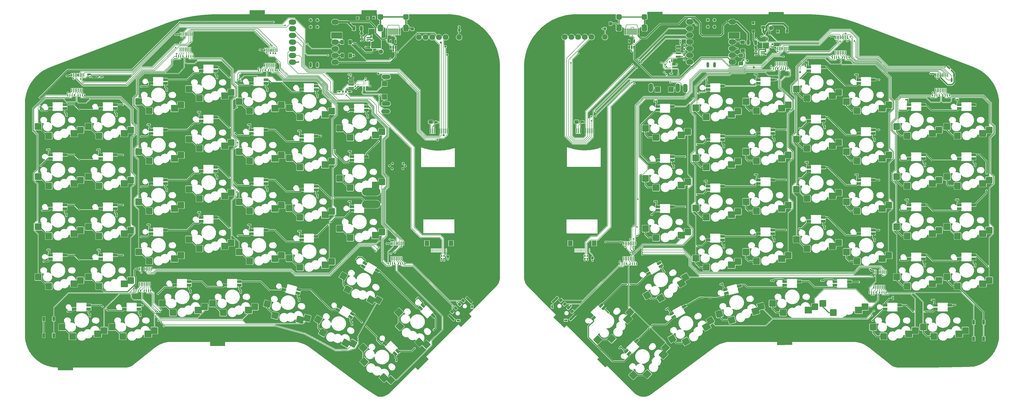
<source format=gbr>
%TF.GenerationSoftware,KiCad,Pcbnew,(6.0.5)*%
%TF.CreationDate,2022-08-12T23:05:56+08:00*%
%TF.ProjectId,ChunkyXiao,4368756e-6b79-4586-9961-6f2e6b696361,rev?*%
%TF.SameCoordinates,Original*%
%TF.FileFunction,Copper,L1,Top*%
%TF.FilePolarity,Positive*%
%FSLAX46Y46*%
G04 Gerber Fmt 4.6, Leading zero omitted, Abs format (unit mm)*
G04 Created by KiCad (PCBNEW (6.0.5)) date 2022-08-12 23:05:56*
%MOMM*%
%LPD*%
G01*
G04 APERTURE LIST*
G04 Aperture macros list*
%AMRoundRect*
0 Rectangle with rounded corners*
0 $1 Rounding radius*
0 $2 $3 $4 $5 $6 $7 $8 $9 X,Y pos of 4 corners*
0 Add a 4 corners polygon primitive as box body*
4,1,4,$2,$3,$4,$5,$6,$7,$8,$9,$2,$3,0*
0 Add four circle primitives for the rounded corners*
1,1,$1+$1,$2,$3*
1,1,$1+$1,$4,$5*
1,1,$1+$1,$6,$7*
1,1,$1+$1,$8,$9*
0 Add four rect primitives between the rounded corners*
20,1,$1+$1,$2,$3,$4,$5,0*
20,1,$1+$1,$4,$5,$6,$7,0*
20,1,$1+$1,$6,$7,$8,$9,0*
20,1,$1+$1,$8,$9,$2,$3,0*%
%AMRotRect*
0 Rectangle, with rotation*
0 The origin of the aperture is its center*
0 $1 length*
0 $2 width*
0 $3 Rotation angle, in degrees counterclockwise*
0 Add horizontal line*
21,1,$1,$2,0,0,$3*%
G04 Aperture macros list end*
%TA.AperFunction,SMDPad,CuDef*%
%ADD10R,1.700000X1.000000*%
%TD*%
%TA.AperFunction,SMDPad,CuDef*%
%ADD11RoundRect,0.252500X1.134500X1.010000X-1.134500X1.010000X-1.134500X-1.010000X1.134500X-1.010000X0*%
%TD*%
%TA.AperFunction,SMDPad,CuDef*%
%ADD12RoundRect,0.250000X1.025000X1.000000X-1.025000X1.000000X-1.025000X-1.000000X1.025000X-1.000000X0*%
%TD*%
%TA.AperFunction,SMDPad,CuDef*%
%ADD13RoundRect,0.254000X1.016000X1.016000X-1.016000X1.016000X-1.016000X-1.016000X1.016000X-1.016000X0*%
%TD*%
%TA.AperFunction,SMDPad,CuDef*%
%ADD14R,0.400000X0.900000*%
%TD*%
%TA.AperFunction,SMDPad,CuDef*%
%ADD15RoundRect,0.250000X-0.400000X-0.625000X0.400000X-0.625000X0.400000X0.625000X-0.400000X0.625000X0*%
%TD*%
%TA.AperFunction,SMDPad,CuDef*%
%ADD16RoundRect,0.140000X-0.140000X-0.170000X0.140000X-0.170000X0.140000X0.170000X-0.140000X0.170000X0*%
%TD*%
%TA.AperFunction,SMDPad,CuDef*%
%ADD17RoundRect,0.150000X-0.512500X-0.150000X0.512500X-0.150000X0.512500X0.150000X-0.512500X0.150000X0*%
%TD*%
%TA.AperFunction,SMDPad,CuDef*%
%ADD18RoundRect,0.160000X0.197500X0.160000X-0.197500X0.160000X-0.197500X-0.160000X0.197500X-0.160000X0*%
%TD*%
%TA.AperFunction,SMDPad,CuDef*%
%ADD19RoundRect,0.100000X0.100000X-0.637500X0.100000X0.637500X-0.100000X0.637500X-0.100000X-0.637500X0*%
%TD*%
%TA.AperFunction,SMDPad,CuDef*%
%ADD20RoundRect,0.140000X-0.036244X-0.217224X0.206244X-0.077224X0.036244X0.217224X-0.206244X0.077224X0*%
%TD*%
%TA.AperFunction,SMDPad,CuDef*%
%ADD21R,0.570000X2.450000*%
%TD*%
%TA.AperFunction,SMDPad,CuDef*%
%ADD22R,0.300000X2.450000*%
%TD*%
%TA.AperFunction,SMDPad,CuDef*%
%ADD23RoundRect,0.500000X0.550000X0.500000X-0.550000X0.500000X-0.550000X-0.500000X0.550000X-0.500000X0*%
%TD*%
%TA.AperFunction,ComponentPad*%
%ADD24O,1.000000X2.100000*%
%TD*%
%TA.AperFunction,ComponentPad*%
%ADD25O,1.000000X1.600000*%
%TD*%
%TA.AperFunction,SMDPad,CuDef*%
%ADD26RoundRect,0.525000X0.525000X0.725000X-0.525000X0.725000X-0.525000X-0.725000X0.525000X-0.725000X0*%
%TD*%
%TA.AperFunction,SMDPad,CuDef*%
%ADD27C,3.000000*%
%TD*%
%TA.AperFunction,SMDPad,CuDef*%
%ADD28RoundRect,0.140000X0.021213X-0.219203X0.219203X-0.021213X-0.021213X0.219203X-0.219203X0.021213X0*%
%TD*%
%TA.AperFunction,SMDPad,CuDef*%
%ADD29RoundRect,0.140000X-0.170000X0.140000X-0.170000X-0.140000X0.170000X-0.140000X0.170000X0.140000X0*%
%TD*%
%TA.AperFunction,ComponentPad*%
%ADD30C,1.700000*%
%TD*%
%TA.AperFunction,SMDPad,CuDef*%
%ADD31RotRect,1.700000X1.000000X30.000000*%
%TD*%
%TA.AperFunction,SMDPad,CuDef*%
%ADD32RoundRect,0.252500X0.477506X1.441936X-1.487506X0.307436X-0.477506X-1.441936X1.487506X-0.307436X0*%
%TD*%
%TA.AperFunction,SMDPad,CuDef*%
%ADD33RoundRect,0.250000X0.387676X1.378525X-1.387676X0.353525X-0.387676X-1.378525X1.387676X-0.353525X0*%
%TD*%
%TA.AperFunction,SMDPad,CuDef*%
%ADD34RoundRect,0.254000X0.371882X1.387882X-1.387882X0.371882X-0.371882X-1.387882X1.387882X-0.371882X0*%
%TD*%
%TA.AperFunction,SMDPad,CuDef*%
%ADD35C,0.165000*%
%TD*%
%TA.AperFunction,SMDPad,CuDef*%
%ADD36RotRect,1.700000X1.000000X45.000000*%
%TD*%
%TA.AperFunction,SMDPad,CuDef*%
%ADD37RoundRect,0.250000X0.017678X1.431891X-1.431891X-0.017678X-0.017678X-1.431891X1.431891X0.017678X0*%
%TD*%
%TA.AperFunction,SMDPad,CuDef*%
%ADD38RoundRect,0.252500X0.088035X1.516390X-1.516390X-0.088035X-0.088035X-1.516390X1.516390X0.088035X0*%
%TD*%
%TA.AperFunction,SMDPad,CuDef*%
%ADD39RoundRect,0.254000X0.000000X1.436841X-1.436841X0.000000X0.000000X-1.436841X1.436841X0.000000X0*%
%TD*%
%TA.AperFunction,ComponentPad*%
%ADD40O,3.352800X1.676400*%
%TD*%
%TA.AperFunction,SMDPad,CuDef*%
%ADD41RoundRect,0.087500X-0.087500X0.912500X-0.087500X-0.912500X0.087500X-0.912500X0.087500X0.912500X0*%
%TD*%
%TA.AperFunction,SMDPad,CuDef*%
%ADD42RoundRect,0.250000X-0.625000X0.400000X-0.625000X-0.400000X0.625000X-0.400000X0.625000X0.400000X0*%
%TD*%
%TA.AperFunction,SMDPad,CuDef*%
%ADD43R,2.000000X2.000000*%
%TD*%
%TA.AperFunction,SMDPad,CuDef*%
%ADD44RoundRect,0.135000X-0.135000X-0.185000X0.135000X-0.185000X0.135000X0.185000X-0.135000X0.185000X0*%
%TD*%
%TA.AperFunction,SMDPad,CuDef*%
%ADD45RotRect,1.700000X1.000000X150.000000*%
%TD*%
%TA.AperFunction,SMDPad,CuDef*%
%ADD46RoundRect,0.252500X1.487506X0.307436X-0.477506X1.441936X-1.487506X-0.307436X0.477506X-1.441936X0*%
%TD*%
%TA.AperFunction,SMDPad,CuDef*%
%ADD47RoundRect,0.250000X1.387676X0.353525X-0.387676X1.378525X-1.387676X-0.353525X0.387676X-1.378525X0*%
%TD*%
%TA.AperFunction,SMDPad,CuDef*%
%ADD48RoundRect,0.254000X1.387882X0.371882X-0.371882X1.387882X-1.387882X-0.371882X0.371882X-1.387882X0*%
%TD*%
%TA.AperFunction,ComponentPad*%
%ADD49R,1.000000X1.000000*%
%TD*%
%TA.AperFunction,SMDPad,CuDef*%
%ADD50RoundRect,0.140000X-0.091230X-0.200442X0.179229X-0.127973X0.091230X0.200442X-0.179229X0.127973X0*%
%TD*%
%TA.AperFunction,SMDPad,CuDef*%
%ADD51RoundRect,0.150000X0.150000X-0.512500X0.150000X0.512500X-0.150000X0.512500X-0.150000X-0.512500X0*%
%TD*%
%TA.AperFunction,SMDPad,CuDef*%
%ADD52RoundRect,0.237500X0.300000X0.237500X-0.300000X0.237500X-0.300000X-0.237500X0.300000X-0.237500X0*%
%TD*%
%TA.AperFunction,SMDPad,CuDef*%
%ADD53RoundRect,0.135000X-0.185000X0.135000X-0.185000X-0.135000X0.185000X-0.135000X0.185000X0.135000X0*%
%TD*%
%TA.AperFunction,SMDPad,CuDef*%
%ADD54RoundRect,0.140000X0.170000X-0.140000X0.170000X0.140000X-0.170000X0.140000X-0.170000X-0.140000X0*%
%TD*%
%TA.AperFunction,SMDPad,CuDef*%
%ADD55RoundRect,0.135000X0.226274X0.035355X0.035355X0.226274X-0.226274X-0.035355X-0.035355X-0.226274X0*%
%TD*%
%TA.AperFunction,SMDPad,CuDef*%
%ADD56RoundRect,0.250000X-0.250000X-0.475000X0.250000X-0.475000X0.250000X0.475000X-0.250000X0.475000X0*%
%TD*%
%TA.AperFunction,SMDPad,CuDef*%
%ADD57R,0.950000X0.450000*%
%TD*%
%TA.AperFunction,SMDPad,CuDef*%
%ADD58RoundRect,0.250000X0.325000X0.450000X-0.325000X0.450000X-0.325000X-0.450000X0.325000X-0.450000X0*%
%TD*%
%TA.AperFunction,SMDPad,CuDef*%
%ADD59RoundRect,0.150000X-0.825000X-0.150000X0.825000X-0.150000X0.825000X0.150000X-0.825000X0.150000X0*%
%TD*%
%TA.AperFunction,SMDPad,CuDef*%
%ADD60O,2.748280X1.998980*%
%TD*%
%TA.AperFunction,SMDPad,CuDef*%
%ADD61O,1.016000X2.032000*%
%TD*%
%TA.AperFunction,SMDPad,CuDef*%
%ADD62C,1.143000*%
%TD*%
%TA.AperFunction,SMDPad,CuDef*%
%ADD63R,0.280000X1.250000*%
%TD*%
%TA.AperFunction,SMDPad,CuDef*%
%ADD64R,1.800000X2.000000*%
%TD*%
%TA.AperFunction,SMDPad,CuDef*%
%ADD65RoundRect,0.250000X-0.375000X-0.625000X0.375000X-0.625000X0.375000X0.625000X-0.375000X0.625000X0*%
%TD*%
%TA.AperFunction,SMDPad,CuDef*%
%ADD66RoundRect,0.150000X-0.150000X0.512500X-0.150000X-0.512500X0.150000X-0.512500X0.150000X0.512500X0*%
%TD*%
%TA.AperFunction,SMDPad,CuDef*%
%ADD67RoundRect,0.160000X-0.197500X-0.160000X0.197500X-0.160000X0.197500X0.160000X-0.197500X0.160000X0*%
%TD*%
%TA.AperFunction,ComponentPad*%
%ADD68O,1.676400X3.352800*%
%TD*%
%TA.AperFunction,SMDPad,CuDef*%
%ADD69RotRect,1.300000X1.000000X45.000000*%
%TD*%
%TA.AperFunction,SMDPad,CuDef*%
%ADD70RotRect,3.000000X0.900000X45.000000*%
%TD*%
%TA.AperFunction,SMDPad,CuDef*%
%ADD71R,1.300000X0.800000*%
%TD*%
%TA.AperFunction,SMDPad,CuDef*%
%ADD72R,0.800000X1.300000*%
%TD*%
%TA.AperFunction,SMDPad,CuDef*%
%ADD73RoundRect,0.237500X-0.300000X-0.237500X0.300000X-0.237500X0.300000X0.237500X-0.300000X0.237500X0*%
%TD*%
%TA.AperFunction,SMDPad,CuDef*%
%ADD74RoundRect,0.160000X-0.160000X0.197500X-0.160000X-0.197500X0.160000X-0.197500X0.160000X0.197500X0*%
%TD*%
%TA.AperFunction,SMDPad,CuDef*%
%ADD75R,1.000000X1.700000*%
%TD*%
%TA.AperFunction,SMDPad,CuDef*%
%ADD76RoundRect,0.237500X0.237500X-0.300000X0.237500X0.300000X-0.237500X0.300000X-0.237500X-0.300000X0*%
%TD*%
%TA.AperFunction,SMDPad,CuDef*%
%ADD77RoundRect,0.150000X0.150000X-0.587500X0.150000X0.587500X-0.150000X0.587500X-0.150000X-0.587500X0*%
%TD*%
%TA.AperFunction,SMDPad,CuDef*%
%ADD78RoundRect,0.250000X0.625000X-0.400000X0.625000X0.400000X-0.625000X0.400000X-0.625000X-0.400000X0*%
%TD*%
%TA.AperFunction,SMDPad,CuDef*%
%ADD79RoundRect,0.250000X0.450000X-0.325000X0.450000X0.325000X-0.450000X0.325000X-0.450000X-0.325000X0*%
%TD*%
%TA.AperFunction,SMDPad,CuDef*%
%ADD80RoundRect,0.140000X0.206244X0.077224X-0.036244X0.217224X-0.206244X-0.077224X0.036244X-0.217224X0*%
%TD*%
%TA.AperFunction,SMDPad,CuDef*%
%ADD81RotRect,1.700000X1.000000X225.000000*%
%TD*%
%TA.AperFunction,SMDPad,CuDef*%
%ADD82RoundRect,0.140000X0.219203X0.021213X0.021213X0.219203X-0.219203X-0.021213X-0.021213X-0.219203X0*%
%TD*%
%TA.AperFunction,SMDPad,CuDef*%
%ADD83RotRect,1.700000X1.000000X315.000000*%
%TD*%
%TA.AperFunction,SMDPad,CuDef*%
%ADD84RoundRect,0.252500X1.516390X-0.088035X-0.088035X1.516390X-1.516390X0.088035X0.088035X-1.516390X0*%
%TD*%
%TA.AperFunction,SMDPad,CuDef*%
%ADD85RoundRect,0.250000X1.431891X-0.017678X-0.017678X1.431891X-1.431891X0.017678X0.017678X-1.431891X0*%
%TD*%
%TA.AperFunction,SMDPad,CuDef*%
%ADD86RoundRect,0.254000X1.436841X0.000000X0.000000X1.436841X-1.436841X0.000000X0.000000X-1.436841X0*%
%TD*%
%TA.AperFunction,SMDPad,CuDef*%
%ADD87RoundRect,0.135000X0.185000X-0.135000X0.185000X0.135000X-0.185000X0.135000X-0.185000X-0.135000X0*%
%TD*%
%TA.AperFunction,SMDPad,CuDef*%
%ADD88RoundRect,0.150000X-0.587500X-0.150000X0.587500X-0.150000X0.587500X0.150000X-0.587500X0.150000X0*%
%TD*%
%TA.AperFunction,SMDPad,CuDef*%
%ADD89RotRect,1.700000X1.000000X195.000000*%
%TD*%
%TA.AperFunction,SMDPad,CuDef*%
%ADD90RoundRect,0.252500X0.834436X1.269215X-1.357250X0.681955X-0.834436X-1.269215X1.357250X-0.681955X0*%
%TD*%
%TA.AperFunction,SMDPad,CuDef*%
%ADD91RoundRect,0.250000X0.731255X1.231215X-1.248893X0.700636X-0.731255X-1.231215X1.248893X-0.700636X0*%
%TD*%
%TA.AperFunction,SMDPad,CuDef*%
%ADD92RoundRect,0.254000X0.718420X1.244341X-1.244341X0.718420X-0.718420X-1.244341X1.244341X-0.718420X0*%
%TD*%
%TA.AperFunction,SMDPad,CuDef*%
%ADD93RotRect,1.700000X1.000000X330.000000*%
%TD*%
%TA.AperFunction,SMDPad,CuDef*%
%ADD94RotRect,1.700000X1.000000X345.000000*%
%TD*%
%TA.AperFunction,SMDPad,CuDef*%
%ADD95RoundRect,0.252500X1.357250X0.681955X-0.834436X1.269215X-1.357250X-0.681955X0.834436X-1.269215X0*%
%TD*%
%TA.AperFunction,SMDPad,CuDef*%
%ADD96RoundRect,0.250000X1.248893X0.700636X-0.731255X1.231215X-1.248893X-0.700636X0.731255X-1.231215X0*%
%TD*%
%TA.AperFunction,SMDPad,CuDef*%
%ADD97RoundRect,0.254000X1.244341X0.718420X-0.718420X1.244341X-1.244341X-0.718420X0.718420X-1.244341X0*%
%TD*%
%TA.AperFunction,SMDPad,CuDef*%
%ADD98RotRect,1.300000X1.000000X135.000000*%
%TD*%
%TA.AperFunction,SMDPad,CuDef*%
%ADD99RotRect,3.000000X0.900000X135.000000*%
%TD*%
%TA.AperFunction,SMDPad,CuDef*%
%ADD100RoundRect,0.160000X0.160000X-0.197500X0.160000X0.197500X-0.160000X0.197500X-0.160000X-0.197500X0*%
%TD*%
%TA.AperFunction,SMDPad,CuDef*%
%ADD101RotRect,1.700000X1.000000X210.000000*%
%TD*%
%TA.AperFunction,SMDPad,CuDef*%
%ADD102RotRect,1.700000X1.000000X135.000000*%
%TD*%
%TA.AperFunction,SMDPad,CuDef*%
%ADD103RoundRect,0.250000X0.475000X-0.250000X0.475000X0.250000X-0.475000X0.250000X-0.475000X-0.250000X0*%
%TD*%
%TA.AperFunction,ComponentPad*%
%ADD104C,2.100000*%
%TD*%
%TA.AperFunction,ComponentPad*%
%ADD105O,2.200000X2.100000*%
%TD*%
%TA.AperFunction,ViaPad*%
%ADD106C,0.800000*%
%TD*%
%TA.AperFunction,ViaPad*%
%ADD107C,0.600000*%
%TD*%
%TA.AperFunction,Conductor*%
%ADD108C,0.500000*%
%TD*%
%TA.AperFunction,Conductor*%
%ADD109C,0.400000*%
%TD*%
%TA.AperFunction,Conductor*%
%ADD110C,0.200000*%
%TD*%
%TA.AperFunction,Conductor*%
%ADD111C,0.101600*%
%TD*%
%TA.AperFunction,Conductor*%
%ADD112C,0.130000*%
%TD*%
%TA.AperFunction,Conductor*%
%ADD113C,0.800000*%
%TD*%
%TA.AperFunction,Conductor*%
%ADD114C,0.250000*%
%TD*%
G04 APERTURE END LIST*
%TO.C,NT3*%
G36*
X163760000Y-139180000D02*
G01*
X159760000Y-139180000D01*
X159760000Y-136180000D01*
X163760000Y-136180000D01*
X163760000Y-139180000D01*
G37*
%TO.C,NT2*%
G36*
X163760000Y-134460000D02*
G01*
X159760000Y-134460000D01*
X159760000Y-131460000D01*
X163760000Y-131460000D01*
X163760000Y-134460000D01*
G37*
%TD*%
D10*
%TO.P,SW18,1,GND_R*%
%TO.N,GND_R*%
X97291889Y-123663492D03*
%TO.P,SW18,2,DIN*%
%TO.N,Net-(SW13-Pad4)*%
X97291889Y-125063492D03*
%TO.P,SW18,3,+5V_R*%
%TO.N,+5V_R*%
X102791889Y-125063492D03*
%TO.P,SW18,4,DOUT*%
%TO.N,Net-(SW18-Pad4)*%
X102791889Y-123663492D03*
D11*
%TO.P,SW18,5*%
%TO.N,k14*%
X106254889Y-134530992D03*
D12*
X108666889Y-133268492D03*
%TO.P,SW18,6*%
%TO.N,+3V3_R*%
X96666889Y-135468492D03*
D13*
X92675889Y-131983492D03*
%TD*%
D10*
%TO.P,SW62,1,GND*%
%TO.N,GND*%
X352124888Y-129831497D03*
%TO.P,SW62,2,DIN*%
%TO.N,Net-(SW62-Pad2)*%
X352124888Y-128431497D03*
%TO.P,SW62,3,VDD*%
%TO.N,+5V*%
X346624888Y-128431497D03*
%TO.P,SW62,4,DOUT*%
%TO.N,Net-(SW57-Pad2)*%
X346624888Y-129831497D03*
D12*
%TO.P,SW62,5*%
%TO.N,k57*%
X357999888Y-138036497D03*
D11*
X355587888Y-139298997D03*
D13*
%TO.P,SW62,6*%
%TO.N,key_pullup*%
X342008888Y-136751497D03*
D12*
X345999888Y-140236497D03*
%TD*%
D10*
%TO.P,SW19,1,GND_R*%
%TO.N,GND_R*%
X102791888Y-144113491D03*
%TO.P,SW19,2,DIN*%
%TO.N,Net-(SW19-Pad2)*%
X102791888Y-142713491D03*
%TO.P,SW19,3,+5V_R*%
%TO.N,+5V_R*%
X97291888Y-142713491D03*
%TO.P,SW19,4,DOUT*%
%TO.N,Net-(SW14-Pad2)*%
X97291888Y-144113491D03*
D12*
%TO.P,SW19,5*%
%TO.N,k15*%
X108666888Y-152318491D03*
D11*
X106254888Y-153580991D03*
D13*
%TO.P,SW19,6*%
%TO.N,+3V3_R*%
X92675888Y-151033491D03*
D12*
X96666888Y-154518491D03*
%TD*%
D14*
%TO.P,RN10,1,R1.1*%
%TO.N,k68*%
X315800002Y-86100004D03*
%TO.P,RN10,2,R2.1*%
%TO.N,k69*%
X315000002Y-86100004D03*
%TO.P,RN10,3,R3.1*%
%TO.N,k70*%
X314200002Y-86100004D03*
%TO.P,RN10,4,R4.1*%
%TO.N,k71*%
X313400002Y-86100004D03*
%TO.P,RN10,5,R4.2*%
%TO.N,GND*%
X313400002Y-87800004D03*
%TO.P,RN10,6,R3.2*%
X314200002Y-87800004D03*
%TO.P,RN10,7,R2.2*%
X315000002Y-87800004D03*
%TO.P,RN10,8,R1.2*%
X315800002Y-87800004D03*
%TD*%
D15*
%TO.P,R6,1*%
%TO.N,Net-(U2-Pad11)*%
X150700000Y-76050000D03*
%TO.P,R6,2*%
%TO.N,MOSI_R*%
X153800000Y-76050000D03*
%TD*%
D14*
%TO.P,RN5,1,R1.1*%
%TO.N,k11*%
X90350000Y-81490000D03*
%TO.P,RN5,2,R2.1*%
%TO.N,k10*%
X89550000Y-81490000D03*
%TO.P,RN5,3,R3.1*%
%TO.N,k09*%
X88750000Y-81490000D03*
%TO.P,RN5,4,R4.1*%
%TO.N,k08*%
X87950000Y-81490000D03*
%TO.P,RN5,5,R4.2*%
%TO.N,GND_R*%
X87950000Y-83190000D03*
%TO.P,RN5,6,R3.2*%
X88750000Y-83190000D03*
%TO.P,RN5,7,R2.2*%
X89550000Y-83190000D03*
%TO.P,RN5,8,R1.2*%
X90350000Y-83190000D03*
%TD*%
D10*
%TO.P,SW21,1,GND_R*%
%TO.N,GND_R*%
X116341892Y-90331493D03*
%TO.P,SW21,2,DIN*%
%TO.N,Net-(SW16-Pad4)*%
X116341892Y-91731493D03*
%TO.P,SW21,3,+5V_R*%
%TO.N,+5V_R*%
X121841892Y-91731493D03*
%TO.P,SW21,4,DOUT*%
%TO.N,Net-(SW21-Pad4)*%
X121841892Y-90331493D03*
D12*
%TO.P,SW21,5*%
%TO.N,+3V3_R*%
X127716892Y-99936493D03*
D11*
X125304892Y-101198993D03*
D13*
%TO.P,SW21,6*%
%TO.N,k16*%
X111725892Y-98651493D03*
D12*
X115716892Y-102136493D03*
%TD*%
D16*
%TO.P,C98,1*%
%TO.N,+5V_R*%
X93261890Y-170456494D03*
%TO.P,C98,2*%
%TO.N,GND_R*%
X94221890Y-170456494D03*
%TD*%
D17*
%TO.P,U1,1*%
%TO.N,GND_R*%
X160802500Y-77060000D03*
%TO.P,U1,2*%
%TO.N,LED_3v_R*%
X160802500Y-78010000D03*
%TO.P,U1,3,GND*%
%TO.N,GND_R*%
X160802500Y-78960000D03*
%TO.P,U1,4*%
%TO.N,LED_5v_r*%
X163077500Y-78960000D03*
%TO.P,U1,5,VCC*%
%TO.N,+5V_R*%
X163077500Y-77060000D03*
%TD*%
D18*
%TO.P,R5,1*%
%TO.N,+3V3_R*%
X153347500Y-94850000D03*
%TO.P,R5,2*%
%TO.N,SDA_R*%
X152152500Y-94850000D03*
%TD*%
D19*
%TO.P,U17,1,B*%
%TO.N,k33*%
X73935000Y-167992500D03*
%TO.P,U17,2,C*%
%TO.N,k34*%
X74585000Y-167992500D03*
%TO.P,U17,3,D*%
%TO.N,k35*%
X75235000Y-167992500D03*
%TO.P,U17,4,E*%
%TO.N,k36*%
X75885000Y-167992500D03*
%TO.P,U17,5,F*%
%TO.N,k37*%
X76535000Y-167992500D03*
%TO.P,U17,6,G*%
%TO.N,k38*%
X77185000Y-167992500D03*
%TO.P,U17,7,H*%
%TO.N,k39*%
X77835000Y-167992500D03*
%TO.P,U17,8,GND*%
%TO.N,GND_R*%
X78485000Y-167992500D03*
%TO.P,U17,9,QH/MISO*%
%TO.N,Net-(U13-Pad14)*%
X78485000Y-162267500D03*
%TO.P,U17,10,OE/~{CS}*%
%TO.N,MATRIX_CS_R*%
X77835000Y-162267500D03*
%TO.P,U17,11,ShftClck/SCK*%
%TO.N,SCK_R*%
X77185000Y-162267500D03*
%TO.P,U17,12,Latch*%
%TO.N,/Matrix_Latch_R*%
X76535000Y-162267500D03*
%TO.P,U17,13,SS/~{PL}*%
X75885000Y-162267500D03*
%TO.P,U17,14,SerialIn*%
%TO.N,GND_R*%
X75235000Y-162267500D03*
%TO.P,U17,15,A*%
%TO.N,k32*%
X74585000Y-162267500D03*
%TO.P,U17,16,VCC*%
%TO.N,+3V3_R*%
X73935000Y-162267500D03*
%TD*%
D20*
%TO.P,C62,1*%
%TO.N,+5V*%
X274234308Y-177240000D03*
%TO.P,C62,2*%
%TO.N,GND*%
X275065692Y-176760000D03*
%TD*%
D21*
%TO.P,J2,A1,GND*%
%TO.N,GND*%
X263773407Y-72044801D03*
%TO.P,J2,A4,VBUS*%
%TO.N,/VBUS*%
X262998407Y-72044801D03*
D22*
%TO.P,J2,A5,CC1*%
%TO.N,unconnected-(J2-PadA5)*%
X261798407Y-72044801D03*
%TO.P,J2,A6,D+*%
%TO.N,COMMS*%
X260798407Y-72044801D03*
%TO.P,J2,A7,D-*%
%TO.N,Net-(J2-PadA7)*%
X260298407Y-72044801D03*
%TO.P,J2,A8,SBU1*%
%TO.N,unconnected-(J2-PadA8)*%
X259298407Y-72044801D03*
D21*
%TO.P,J2,B1,GND*%
%TO.N,GND*%
X257323407Y-72044801D03*
%TO.P,J2,B4,VBUS*%
%TO.N,/VBUS*%
X258098407Y-72044801D03*
D22*
%TO.P,J2,B5,CC2*%
%TO.N,unconnected-(J2-PadB5)*%
X258798407Y-72044801D03*
%TO.P,J2,B6,D+*%
%TO.N,COMMS*%
X259798407Y-72044801D03*
%TO.P,J2,B7,D-*%
%TO.N,Net-(J2-PadA7)*%
X261298407Y-72044801D03*
%TO.P,J2,B8,SBU2*%
%TO.N,unconnected-(J2-PadB8)*%
X262298407Y-72044801D03*
D23*
%TO.P,J2,S1,SHIELD*%
%TO.N,Net-(FB1-Pad1)*%
X265398407Y-66449801D03*
D24*
X264868407Y-70629801D03*
D25*
X264868407Y-66449801D03*
X256228407Y-66449801D03*
D24*
X256228407Y-70629801D03*
D23*
X255698407Y-66449801D03*
D26*
X255698407Y-70629801D03*
X265398407Y-70629801D03*
%TD*%
D10*
%TO.P,SW50,1,GND*%
%TO.N,GND*%
X314024890Y-91731495D03*
%TO.P,SW50,2,DIN*%
%TO.N,Net-(SW50-Pad2)*%
X314024890Y-90331495D03*
%TO.P,SW50,3,VDD*%
%TO.N,+5V*%
X308524890Y-90331495D03*
%TO.P,SW50,4,DOUT*%
%TO.N,Net-(SW45-Pad2)*%
X308524890Y-91731495D03*
D12*
%TO.P,SW50,5*%
%TO.N,k67*%
X319899890Y-99936495D03*
D11*
X317487890Y-101198995D03*
D13*
%TO.P,SW50,6*%
%TO.N,key_pullup*%
X303908890Y-98651495D03*
D12*
X307899890Y-102136495D03*
%TD*%
D16*
%TO.P,C30,1*%
%TO.N,+5V*%
X365194889Y-97856493D03*
%TO.P,C30,2*%
%TO.N,GND*%
X366154889Y-97856493D03*
%TD*%
D10*
%TO.P,SW15,1,GND_R*%
%TO.N,GND_R*%
X68191890Y-176056494D03*
%TO.P,SW15,2,DIN*%
%TO.N,Net-(SW10-Pad4)*%
X68191890Y-177456494D03*
%TO.P,SW15,3,+5V_R*%
%TO.N,+5V_R*%
X73691890Y-177456494D03*
%TO.P,SW15,4,DOUT*%
%TO.N,Net-(SW15-Pad4)*%
X73691890Y-176056494D03*
D12*
%TO.P,SW15,5*%
%TO.N,k34*%
X79566890Y-185661494D03*
D11*
X77154890Y-186923994D03*
D12*
%TO.P,SW15,6*%
%TO.N,+3V3_R*%
X67566890Y-187861494D03*
D13*
X63575890Y-184376494D03*
%TD*%
D27*
%TO.P,NT3,1,1*%
%TO.N,key_pullup*%
X159760000Y-137680000D03*
%TO.P,NT3,2,2*%
%TO.N,+3V3*%
X163760000Y-137680000D03*
%TD*%
D10*
%TO.P,SW12,1,GND_R*%
%TO.N,GND_R*%
X83741888Y-110781493D03*
%TO.P,SW12,2,DIN*%
%TO.N,Net-(SW12-Pad2)*%
X83741888Y-109381493D03*
%TO.P,SW12,3,+5V_R*%
%TO.N,+5V_R*%
X78241888Y-109381493D03*
%TO.P,SW12,4,DOUT*%
%TO.N,Net-(SW12-Pad4)*%
X78241888Y-110781493D03*
D11*
%TO.P,SW12,5*%
%TO.N,+3V3_R*%
X87204888Y-120248993D03*
D12*
X89616888Y-118986493D03*
D13*
%TO.P,SW12,6*%
%TO.N,k10*%
X73625888Y-117701493D03*
D12*
X77616888Y-121186493D03*
%TD*%
D28*
%TO.P,C64,1*%
%TO.N,+5V*%
X251300589Y-178479411D03*
%TO.P,C64,2*%
%TO.N,GND*%
X251979411Y-177800589D03*
%TD*%
D29*
%TO.P,C7,1*%
%TO.N,+3V3*%
X314200000Y-77920000D03*
%TO.P,C7,2*%
%TO.N,GND*%
X314200000Y-78880000D03*
%TD*%
D30*
%TO.P,J5,1,Pin_1*%
%TO.N,LED_5v*%
X313430000Y-70750000D03*
%TD*%
D19*
%TO.P,U18,1,B*%
%TO.N,k86*%
X352450000Y-169112500D03*
%TO.P,U18,2,C*%
%TO.N,k85*%
X353100000Y-169112500D03*
%TO.P,U18,3,D*%
%TO.N,k84*%
X353750000Y-169112500D03*
%TO.P,U18,4,E*%
%TO.N,k83*%
X354400000Y-169112500D03*
%TO.P,U18,5,F*%
%TO.N,k82*%
X355050000Y-169112500D03*
%TO.P,U18,6,G*%
%TO.N,k81*%
X355700000Y-169112500D03*
%TO.P,U18,7,H*%
%TO.N,k80*%
X356350000Y-169112500D03*
%TO.P,U18,8,GND*%
%TO.N,GND*%
X357000000Y-169112500D03*
%TO.P,U18,9,QH/MISO*%
%TO.N,Net-(U15-Pad14)*%
X357000000Y-163387500D03*
%TO.P,U18,10,OE/~{CS}*%
%TO.N,MATRIX_CS*%
X356350000Y-163387500D03*
%TO.P,U18,11,ShftClck/SCK*%
%TO.N,SCK*%
X355700000Y-163387500D03*
%TO.P,U18,12,Latch*%
%TO.N,/Matrix_Latch*%
X355050000Y-163387500D03*
%TO.P,U18,13,SS/~{PL}*%
X354400000Y-163387500D03*
%TO.P,U18,14,SerialIn*%
%TO.N,GND*%
X353750000Y-163387500D03*
%TO.P,U18,15,A*%
%TO.N,k87*%
X353100000Y-163387500D03*
%TO.P,U18,16,VCC*%
%TO.N,key_pullup*%
X352450000Y-163387500D03*
%TD*%
D16*
%TO.P,C97,1*%
%TO.N,+5V_R*%
X74211890Y-179456494D03*
%TO.P,C97,2*%
%TO.N,GND_R*%
X75171890Y-179456494D03*
%TD*%
%TO.P,C58,1*%
%TO.N,+5V*%
X359530000Y-173630000D03*
%TO.P,C58,2*%
%TO.N,GND*%
X360490000Y-173630000D03*
%TD*%
D10*
%TO.P,SW66,1,GND*%
%TO.N,GND*%
X365674889Y-118906492D03*
%TO.P,SW66,2,DIN*%
%TO.N,Net-(SW61-Pad4)*%
X365674889Y-120306492D03*
%TO.P,SW66,3,VDD*%
%TO.N,+5V*%
X371174889Y-120306492D03*
%TO.P,SW66,4,DOUT*%
%TO.N,Net-(SW66-Pad4)*%
X371174889Y-118906492D03*
D11*
%TO.P,SW66,5*%
%TO.N,key_pullup*%
X374637889Y-129773992D03*
D12*
X377049889Y-128511492D03*
%TO.P,SW66,6*%
%TO.N,k53*%
X365049889Y-130711492D03*
D13*
X361058889Y-127226492D03*
%TD*%
D31*
%TO.P,SW43,1,GND*%
%TO.N,GND*%
X266205317Y-162787865D03*
%TO.P,SW43,2,DIN*%
%TO.N,Net-(SW38-Pad4)*%
X266905317Y-164000301D03*
%TO.P,SW43,3,VDD*%
%TO.N,+5V*%
X271668457Y-161250301D03*
%TO.P,SW43,4,DOUT*%
%TO.N,LED_5v_out*%
X270968457Y-160037865D03*
D32*
%TO.P,SW43,5*%
%TO.N,k87*%
X279401253Y-167717896D03*
D33*
X280858856Y-165418539D03*
%TO.P,SW43,6*%
%TO.N,key_pullup*%
X271566551Y-173323795D03*
D34*
X266367744Y-172301197D03*
%TD*%
D35*
%TO.P,IC1,A1,EN*%
%TO.N,+3V3_R*%
X159600000Y-92250000D03*
%TO.P,IC1,A2,VREG*%
X159600000Y-92750000D03*
%TO.P,IC1,A3,OUT+*%
%TO.N,OUT+_R*%
X159600000Y-93250000D03*
%TO.P,IC1,B1,IN/TRIG*%
%TO.N,Net-(IC1-PadB1)*%
X159100000Y-92250000D03*
%TO.P,IC1,B2,SDA*%
%TO.N,SDA_R*%
X159100000Y-92750000D03*
%TO.P,IC1,B3,GND*%
%TO.N,GND_R*%
X159100000Y-93250000D03*
%TO.P,IC1,C1,SCL*%
%TO.N,SCL_R*%
X158600000Y-92250000D03*
%TO.P,IC1,C2,VDD*%
%TO.N,+3V3_R*%
X158600000Y-92750000D03*
%TO.P,IC1,C3,OUT-*%
%TO.N,OUT-_R*%
X158600000Y-93250000D03*
%TD*%
D10*
%TO.P,SW20,1,GND_R*%
%TO.N,GND_R*%
X87241890Y-167056494D03*
%TO.P,SW20,2,DIN*%
%TO.N,Net-(SW15-Pad4)*%
X87241890Y-168456494D03*
%TO.P,SW20,3,+5V_R*%
%TO.N,+5V_R*%
X92741890Y-168456494D03*
%TO.P,SW20,4,DOUT*%
%TO.N,Net-(SW20-Pad4)*%
X92741890Y-167056494D03*
D11*
%TO.P,SW20,5*%
%TO.N,k35*%
X96204890Y-177923994D03*
D12*
X98616890Y-176661494D03*
%TO.P,SW20,6*%
%TO.N,+3V3_R*%
X86616890Y-178861494D03*
D13*
X82625890Y-175376494D03*
%TD*%
D15*
%TO.P,R7,1*%
%TO.N,Net-(R7-Pad1)*%
X150800000Y-81100000D03*
%TO.P,R7,2*%
%TO.N,SCK_R*%
X153900000Y-81100000D03*
%TD*%
D14*
%TO.P,RN8,1,R1.1*%
%TO.N,k56*%
X342950000Y-81900000D03*
%TO.P,RN8,2,R2.1*%
%TO.N,k57*%
X342150000Y-81900000D03*
%TO.P,RN8,3,R3.1*%
%TO.N,k58*%
X341350000Y-81900000D03*
%TO.P,RN8,4,R4.1*%
%TO.N,k59*%
X340550000Y-81900000D03*
%TO.P,RN8,5,R4.2*%
%TO.N,GND*%
X340550000Y-83600000D03*
%TO.P,RN8,6,R3.2*%
X341350000Y-83600000D03*
%TO.P,RN8,7,R2.2*%
X342150000Y-83600000D03*
%TO.P,RN8,8,R1.2*%
X342950000Y-83600000D03*
%TD*%
D36*
%TO.P,SW38,1,GND*%
%TO.N,GND*%
X245057267Y-179990959D03*
%TO.P,SW38,2,DIN*%
%TO.N,Net-(SW38-Pad2)*%
X246047217Y-180980909D03*
%TO.P,SW38,3,VDD*%
%TO.N,+5V*%
X249936304Y-177091822D03*
%TO.P,SW38,4,DOUT*%
%TO.N,Net-(SW38-Pad4)*%
X248946354Y-176101872D03*
D37*
%TO.P,SW38,5*%
%TO.N,k76*%
X259892367Y-178739380D03*
D38*
X259079548Y-181337644D03*
D37*
%TO.P,SW38,6*%
%TO.N,key_pullup*%
X252962721Y-188780297D03*
D39*
X247676391Y-189138093D03*
%TD*%
D16*
%TO.P,C33,1*%
%TO.N,+5V*%
X308044890Y-88331495D03*
%TO.P,C33,2*%
%TO.N,GND*%
X309004890Y-88331495D03*
%TD*%
D40*
%TO.P,J9,1,Pin_1*%
%TO.N,OUT-_R*%
X167425000Y-99450000D03*
%TD*%
D10*
%TO.P,SW13,1,GND_R*%
%TO.N,GND_R*%
X78241888Y-128431495D03*
%TO.P,SW13,2,DIN*%
%TO.N,Net-(SW13-Pad2)*%
X78241888Y-129831495D03*
%TO.P,SW13,3,+5V_R*%
%TO.N,+5V_R*%
X83741888Y-129831495D03*
%TO.P,SW13,4,DOUT*%
%TO.N,Net-(SW13-Pad4)*%
X83741888Y-128431495D03*
D11*
%TO.P,SW13,5*%
%TO.N,+3V3_R*%
X87204888Y-139298995D03*
D12*
X89616888Y-138036495D03*
%TO.P,SW13,6*%
%TO.N,k09*%
X77616888Y-140236495D03*
D13*
X73625888Y-136751495D03*
%TD*%
D30*
%TO.P,J3,1,Pin_1*%
%TO.N,LED_5v_r*%
X165510000Y-79650000D03*
%TD*%
D41*
%TO.P,J16,1,Pin_1*%
%TO.N,GND_R*%
X183641890Y-109836492D03*
%TO.P,J16,2,Pin_2*%
%TO.N,LEDK_R*%
X184341890Y-109836492D03*
%TO.P,J16,3,Pin_3*%
%TO.N,+3V3_R*%
X185041890Y-109836492D03*
%TO.P,J16,4,Pin_4*%
X185741890Y-109836492D03*
%TO.P,J16,5,Pin_5*%
%TO.N,GND_R*%
X186441890Y-109836492D03*
%TO.P,J16,6,Pin_6*%
X187141890Y-109836492D03*
%TO.P,J16,7,Pin_7*%
%TO.N,DC_R*%
X187841890Y-109836492D03*
%TO.P,J16,8,Pin_8*%
%TO.N,OLED_CS_R*%
X188541890Y-109836492D03*
%TO.P,J16,9,Pin_9*%
%TO.N,SCK_R*%
X189241890Y-109836492D03*
%TO.P,J16,10,Pin_10*%
%TO.N,MOSI_R*%
X189941890Y-109836492D03*
%TO.P,J16,11,Pin_11*%
%TO.N,RST_R*%
X190641890Y-109836492D03*
%TO.P,J16,12,Pin_12*%
%TO.N,GND_R*%
X191341890Y-109836492D03*
%TD*%
D42*
%TO.P,R12,1*%
%TO.N,Net-(R12-Pad1)*%
X302625000Y-76100000D03*
%TO.P,R12,2*%
%TO.N,MOSI*%
X302625000Y-79200000D03*
%TD*%
D43*
%TO.P,TP2,1,1*%
%TO.N,OUT-*%
X275486889Y-94036492D03*
%TD*%
D10*
%TO.P,SW10,1,GND_R*%
%TO.N,GND_R*%
X49141889Y-176056494D03*
%TO.P,SW10,2,DIN*%
%TO.N,Net-(SW10-Pad2)*%
X49141889Y-177456494D03*
%TO.P,SW10,3,+5V_R*%
%TO.N,+5V_R*%
X54641889Y-177456494D03*
%TO.P,SW10,4,DOUT*%
%TO.N,Net-(SW10-Pad4)*%
X54641889Y-176056494D03*
D11*
%TO.P,SW10,5*%
%TO.N,k33*%
X58104889Y-186923994D03*
D12*
X60516889Y-185661494D03*
D13*
%TO.P,SW10,6*%
%TO.N,+3V3_R*%
X44525889Y-184376494D03*
D12*
X48516889Y-187861494D03*
%TD*%
D44*
%TO.P,R1,1*%
%TO.N,/Matrix_Latch_R*%
X58240000Y-89280000D03*
%TO.P,R1,2*%
%TO.N,+3V3_R*%
X59260000Y-89280000D03*
%TD*%
D10*
%TO.P,SW31,1,GND_R*%
%TO.N,GND_R*%
X154441888Y-100511491D03*
%TO.P,SW31,2,DIN*%
%TO.N,Net-(SW26-Pad4)*%
X154441888Y-101911491D03*
%TO.P,SW31,3,+5V_R*%
%TO.N,+5V_R*%
X159941888Y-101911491D03*
%TO.P,SW31,4,DOUT*%
%TO.N,Net-(SW31-Pad4)*%
X159941888Y-100511491D03*
D12*
%TO.P,SW31,5*%
%TO.N,k24*%
X165816888Y-110116491D03*
D11*
X163404888Y-111378991D03*
D13*
%TO.P,SW31,6*%
%TO.N,+3V3_R*%
X149825888Y-108831491D03*
D12*
X153816888Y-112316491D03*
%TD*%
D14*
%TO.P,RN3,1,R1.1*%
%TO.N,k07*%
X53050000Y-96250000D03*
%TO.P,RN3,2,R2.1*%
%TO.N,k06*%
X52250000Y-96250000D03*
%TO.P,RN3,3,R3.1*%
%TO.N,k05*%
X51450000Y-96250000D03*
%TO.P,RN3,4,R4.1*%
%TO.N,k04*%
X50650000Y-96250000D03*
%TO.P,RN3,5,R4.2*%
%TO.N,GND_R*%
X50650000Y-97950000D03*
%TO.P,RN3,6,R3.2*%
X51450000Y-97950000D03*
%TO.P,RN3,7,R2.2*%
X52250000Y-97950000D03*
%TO.P,RN3,8,R1.2*%
X53050000Y-97950000D03*
%TD*%
D29*
%TO.P,C23,1*%
%TO.N,/VBUS*%
X260491891Y-79436494D03*
%TO.P,C23,2*%
%TO.N,GND*%
X260491891Y-80396494D03*
%TD*%
D14*
%TO.P,RN18,1,R1.1*%
%TO.N,k84*%
X353175000Y-171225000D03*
%TO.P,RN18,2,R2.1*%
%TO.N,k85*%
X352375000Y-171225000D03*
%TO.P,RN18,3,R3.1*%
%TO.N,k86*%
X351575000Y-171225000D03*
%TO.P,RN18,4,R4.1*%
%TO.N,k87*%
X350775000Y-171225000D03*
%TO.P,RN18,5,R4.2*%
%TO.N,GND*%
X350775000Y-172925000D03*
%TO.P,RN18,6,R3.2*%
X351575000Y-172925000D03*
%TO.P,RN18,7,R2.2*%
X352375000Y-172925000D03*
%TO.P,RN18,8,R1.2*%
X353175000Y-172925000D03*
%TD*%
D16*
%TO.P,C45,1*%
%TO.N,+5V*%
X346144888Y-126431497D03*
%TO.P,C45,2*%
%TO.N,GND*%
X347104888Y-126431497D03*
%TD*%
%TO.P,C83,1*%
%TO.N,+5V_R*%
X46161892Y-141356491D03*
%TO.P,C83,2*%
%TO.N,GND_R*%
X47121892Y-141356491D03*
%TD*%
D29*
%TO.P,C59,1*%
%TO.N,+5V*%
X333250000Y-166680000D03*
%TO.P,C59,2*%
%TO.N,GND*%
X333250000Y-167640000D03*
%TD*%
%TO.P,C4,1*%
%TO.N,+3V3_R*%
X88340000Y-73240000D03*
%TO.P,C4,2*%
%TO.N,GND_R*%
X88340000Y-74200000D03*
%TD*%
D45*
%TO.P,SW34,1,GND_R*%
%TO.N,GND_R*%
X163461457Y-164043301D03*
%TO.P,SW34,2,DIN*%
%TO.N,Net-(SW34-Pad2)*%
X164161457Y-162830865D03*
%TO.P,SW34,3,+5V_R*%
%TO.N,+5V_R*%
X159398317Y-160080865D03*
%TO.P,SW34,4,DOUT*%
%TO.N,unconnected-(SW34-Pad4)*%
X158698317Y-161293301D03*
D46*
%TO.P,SW34,5*%
%TO.N,k39*%
X161726753Y-173973896D03*
D47*
X164446856Y-174086539D03*
D48*
%TO.P,SW34,6*%
%TO.N,+3V3_R*%
X151240744Y-164978197D03*
D47*
X152954551Y-169991795D03*
%TD*%
D40*
%TO.P,J11,1,Pin_1*%
%TO.N,OUT+_R*%
X167425001Y-89289999D03*
%TD*%
D10*
%TO.P,SW7,1,GND_R*%
%TO.N,GND_R*%
X64691889Y-120306493D03*
%TO.P,SW7,2,DIN*%
%TO.N,Net-(SW12-Pad4)*%
X64691889Y-118906493D03*
%TO.P,SW7,3,+5V_R*%
%TO.N,+5V_R*%
X59191889Y-118906493D03*
%TO.P,SW7,4,DOUT*%
%TO.N,Net-(SW2-Pad2)*%
X59191889Y-120306493D03*
D12*
%TO.P,SW7,5*%
%TO.N,k05*%
X70566889Y-128511493D03*
D11*
X68154889Y-129773993D03*
D13*
%TO.P,SW7,6*%
%TO.N,+3V3_R*%
X54575889Y-127226493D03*
D12*
X58566889Y-130711493D03*
%TD*%
D10*
%TO.P,SW45,1,GND*%
%TO.N,GND*%
X294974889Y-94117496D03*
%TO.P,SW45,2,DIN*%
%TO.N,Net-(SW45-Pad2)*%
X294974889Y-92717496D03*
%TO.P,SW45,3,VDD*%
%TO.N,+5V*%
X289474889Y-92717496D03*
%TO.P,SW45,4,DOUT*%
%TO.N,Net-(SW40-Pad2)*%
X289474889Y-94117496D03*
D12*
%TO.P,SW45,5*%
%TO.N,key_pullup*%
X300849889Y-102322496D03*
D11*
X298437889Y-103584996D03*
D13*
%TO.P,SW45,6*%
%TO.N,k68*%
X284858889Y-101037496D03*
D12*
X288849889Y-104522496D03*
%TD*%
D29*
%TO.P,C24,1*%
%TO.N,/VBUS_R*%
X170111892Y-79456493D03*
%TO.P,C24,2*%
%TO.N,GND_R*%
X170111892Y-80416493D03*
%TD*%
D16*
%TO.P,C31,1*%
%TO.N,+5V*%
X346144891Y-88331494D03*
%TO.P,C31,2*%
%TO.N,GND*%
X347104891Y-88331494D03*
%TD*%
D49*
%TO.P,TP11,1,1*%
%TO.N,+5V*%
X319450000Y-71950000D03*
%TD*%
D14*
%TO.P,RN11,1,R1.1*%
%TO.N,k23*%
X125300000Y-86750000D03*
%TO.P,RN11,2,R2.1*%
%TO.N,k22*%
X124500000Y-86750000D03*
%TO.P,RN11,3,R3.1*%
%TO.N,k21*%
X123700000Y-86750000D03*
%TO.P,RN11,4,R4.1*%
%TO.N,k20*%
X122900000Y-86750000D03*
%TO.P,RN11,5,R4.2*%
%TO.N,GND_R*%
X122900000Y-88450000D03*
%TO.P,RN11,6,R3.2*%
X123700000Y-88450000D03*
%TO.P,RN11,7,R2.2*%
X124500000Y-88450000D03*
%TO.P,RN11,8,R1.2*%
X125300000Y-88450000D03*
%TD*%
%TO.P,RN16,1,R1.1*%
%TO.N,k72*%
X262375000Y-160400000D03*
%TO.P,RN16,2,R2.1*%
%TO.N,k73*%
X261575000Y-160400000D03*
%TO.P,RN16,3,R3.1*%
%TO.N,k74*%
X260775000Y-160400000D03*
%TO.P,RN16,4,R4.1*%
%TO.N,k75*%
X259975000Y-160400000D03*
%TO.P,RN16,5,R4.2*%
%TO.N,GND*%
X259975000Y-162100000D03*
%TO.P,RN16,6,R3.2*%
X260775000Y-162100000D03*
%TO.P,RN16,7,R2.2*%
X261575000Y-162100000D03*
%TO.P,RN16,8,R1.2*%
X262375000Y-162100000D03*
%TD*%
D49*
%TO.P,TP9,1,1*%
%TO.N,Net-(C21-Pad1)*%
X306700000Y-72000000D03*
%TD*%
D35*
%TO.P,IC2,A1,EN*%
%TO.N,+3V3*%
X275310000Y-85160000D03*
%TO.P,IC2,A2,VREG*%
X275810000Y-85160000D03*
%TO.P,IC2,A3,OUT+*%
%TO.N,OUT+*%
X276310000Y-85160000D03*
%TO.P,IC2,B1,IN/TRIG*%
%TO.N,Net-(IC2-PadB1)*%
X275310000Y-85660000D03*
%TO.P,IC2,B2,SDA*%
%TO.N,SDA*%
X275810000Y-85660000D03*
%TO.P,IC2,B3,GND*%
%TO.N,GND*%
X276310000Y-85660000D03*
%TO.P,IC2,C1,SCL*%
%TO.N,SCL*%
X275310000Y-86160000D03*
%TO.P,IC2,C2,VDD*%
%TO.N,+3V3*%
X275810000Y-86160000D03*
%TO.P,IC2,C3,OUT-*%
%TO.N,OUT-*%
X276310000Y-86160000D03*
%TD*%
D16*
%TO.P,C67,1*%
%TO.N,+3V3_R*%
X154060000Y-88320000D03*
%TO.P,C67,2*%
%TO.N,GND_R*%
X155020000Y-88320000D03*
%TD*%
D50*
%TO.P,C61,1*%
%TO.N,+5V*%
X294936356Y-167904233D03*
%TO.P,C61,2*%
%TO.N,GND*%
X295863644Y-167655767D03*
%TD*%
D10*
%TO.P,SW27,1,GND_R*%
%TO.N,GND_R*%
X140891888Y-113167495D03*
%TO.P,SW27,2,DIN*%
%TO.N,Net-(SW27-Pad2)*%
X140891888Y-111767495D03*
%TO.P,SW27,3,+5V_R*%
%TO.N,+5V_R*%
X135391888Y-111767495D03*
%TO.P,SW27,4,DOUT*%
%TO.N,Net-(SW22-Pad2)*%
X135391888Y-113167495D03*
D12*
%TO.P,SW27,5*%
%TO.N,k21*%
X146766888Y-121372495D03*
D11*
X144354888Y-122634995D03*
D13*
%TO.P,SW27,6*%
%TO.N,+3V3_R*%
X130775888Y-120087495D03*
D12*
X134766888Y-123572495D03*
%TD*%
D16*
%TO.P,C32,1*%
%TO.N,+5V*%
X327194890Y-83563493D03*
%TO.P,C32,2*%
%TO.N,GND*%
X328154890Y-83563493D03*
%TD*%
D51*
%TO.P,U14,1*%
%TO.N,GND*%
X310950000Y-74887500D03*
%TO.P,U14,2*%
%TO.N,LED_3v*%
X311900000Y-74887500D03*
%TO.P,U14,3,GND*%
%TO.N,GND*%
X312850000Y-74887500D03*
%TO.P,U14,4*%
%TO.N,LED_5v*%
X312850000Y-72612500D03*
%TO.P,U14,5,VCC*%
%TO.N,+5V*%
X310950000Y-72612500D03*
%TD*%
D10*
%TO.P,SW48,1,GND*%
%TO.N,GND*%
X289474889Y-149867496D03*
%TO.P,SW48,2,DIN*%
%TO.N,Net-(SW42-Pad4)*%
X289474889Y-151267496D03*
%TO.P,SW48,3,VDD*%
%TO.N,+5V*%
X294974889Y-151267496D03*
%TO.P,SW48,4,DOUT*%
%TO.N,Net-(SW48-Pad4)*%
X294974889Y-149867496D03*
D12*
%TO.P,SW48,5*%
%TO.N,key_pullup*%
X300849889Y-159472496D03*
D11*
X298437889Y-160734996D03*
D12*
%TO.P,SW48,6*%
%TO.N,k71*%
X288849889Y-161672496D03*
D13*
X284858889Y-158187496D03*
%TD*%
D52*
%TO.P,C21,1*%
%TO.N,Net-(C21-Pad1)*%
X307650001Y-78200000D03*
%TO.P,C21,2*%
%TO.N,GND*%
X305925001Y-78200000D03*
%TD*%
D10*
%TO.P,SW6,1,GND_R*%
%TO.N,GND_R*%
X59191889Y-99856494D03*
%TO.P,SW6,2,DIN*%
%TO.N,Net-(SW1-Pad4)*%
X59191889Y-101256494D03*
%TO.P,SW6,3,+5V_R*%
%TO.N,+5V_R*%
X64691889Y-101256494D03*
%TO.P,SW6,4,DOUT*%
%TO.N,Net-(SW11-Pad2)*%
X64691889Y-99856494D03*
D11*
%TO.P,SW6,5*%
%TO.N,k04*%
X68154889Y-110723994D03*
D12*
X70566889Y-109461494D03*
D13*
%TO.P,SW6,6*%
%TO.N,+3V3_R*%
X54575889Y-108176494D03*
D12*
X58566889Y-111661494D03*
%TD*%
D49*
%TO.P,TP8,1,1*%
%TO.N,+5V_R*%
X162800000Y-66800000D03*
%TD*%
D10*
%TO.P,SW54,1,GND*%
%TO.N,GND*%
X324074889Y-168456495D03*
%TO.P,SW54,2,DIN*%
%TO.N,Net-(SW54-Pad2)*%
X324074889Y-167056495D03*
%TO.P,SW54,3,VDD*%
%TO.N,+5V*%
X318574889Y-167056495D03*
%TO.P,SW54,4,DOUT*%
%TO.N,Net-(SW49-Pad2)*%
X318574889Y-168456495D03*
D12*
%TO.P,SW54,5*%
%TO.N,k84*%
X329949889Y-176661495D03*
D11*
X327537889Y-177923995D03*
D13*
%TO.P,SW54,6*%
%TO.N,key_pullup*%
X313958889Y-175376495D03*
D12*
X317949889Y-178861495D03*
%TD*%
D10*
%TO.P,SW53,1,GND*%
%TO.N,GND*%
X308524894Y-147481493D03*
%TO.P,SW53,2,DIN*%
%TO.N,Net-(SW48-Pad4)*%
X308524894Y-148881493D03*
%TO.P,SW53,3,VDD*%
%TO.N,+5V*%
X314024894Y-148881493D03*
%TO.P,SW53,4,DOUT*%
%TO.N,Net-(SW53-Pad4)*%
X314024894Y-147481493D03*
D12*
%TO.P,SW53,5*%
%TO.N,k64*%
X319899894Y-157086493D03*
D11*
X317487894Y-158348993D03*
D13*
%TO.P,SW53,6*%
%TO.N,key_pullup*%
X303908894Y-155801493D03*
D12*
X307899894Y-159286493D03*
%TD*%
D10*
%TO.P,SW57,1,GND*%
%TO.N,GND*%
X333174887Y-125063491D03*
%TO.P,SW57,2,DIN*%
%TO.N,Net-(SW57-Pad2)*%
X333174887Y-123663491D03*
%TO.P,SW57,3,VDD*%
%TO.N,+5V*%
X327674887Y-123663491D03*
%TO.P,SW57,4,DOUT*%
%TO.N,Net-(SW52-Pad2)*%
X327674887Y-125063491D03*
D12*
%TO.P,SW57,5*%
%TO.N,key_pullup*%
X339049887Y-133268491D03*
D11*
X336637887Y-134530991D03*
D12*
%TO.P,SW57,6*%
%TO.N,k62*%
X327049887Y-135468491D03*
D13*
X323058887Y-131983491D03*
%TD*%
D10*
%TO.P,SW24,1,GND_R*%
%TO.N,GND_R*%
X121841889Y-148881493D03*
%TO.P,SW24,2,DIN*%
%TO.N,Net-(SW24-Pad2)*%
X121841889Y-147481493D03*
%TO.P,SW24,3,+5V_R*%
%TO.N,+5V_R*%
X116341889Y-147481493D03*
%TO.P,SW24,4,DOUT*%
%TO.N,Net-(SW19-Pad2)*%
X116341889Y-148881493D03*
D11*
%TO.P,SW24,5*%
%TO.N,+3V3_R*%
X125304889Y-158348993D03*
D12*
X127716889Y-157086493D03*
D13*
%TO.P,SW24,6*%
%TO.N,k19*%
X111725889Y-155801493D03*
D12*
X115716889Y-159286493D03*
%TD*%
D10*
%TO.P,SW69,1,GND*%
%TO.N,GND*%
X381224888Y-177456494D03*
%TO.P,SW69,2,DIN*%
%TO.N,Net-(SW69-Pad2)*%
X381224888Y-176056494D03*
%TO.P,SW69,3,VDD*%
%TO.N,+5V*%
X375724888Y-176056494D03*
%TO.P,SW69,4,DOUT*%
%TO.N,Net-(SW64-Pad2)*%
X375724888Y-177456494D03*
D11*
%TO.P,SW69,5*%
%TO.N,key_pullup*%
X384687888Y-186923994D03*
D12*
X387099888Y-185661494D03*
D13*
%TO.P,SW69,6*%
%TO.N,k81*%
X371108888Y-184376494D03*
D12*
X375099888Y-187861494D03*
%TD*%
D43*
%TO.P,TP3,1,1*%
%TO.N,OUT+_R*%
X166790000Y-91830003D03*
%TD*%
D10*
%TO.P,SW32,1,GND_R*%
%TO.N,GND_R*%
X159941888Y-120961495D03*
%TO.P,SW32,2,DIN*%
%TO.N,Net-(SW31-Pad4)*%
X159941888Y-119561495D03*
%TO.P,SW32,3,+5V_R*%
%TO.N,+5V_R*%
X154441888Y-119561495D03*
%TO.P,SW32,4,DOUT*%
%TO.N,Net-(SW27-Pad2)*%
X154441888Y-120961495D03*
D12*
%TO.P,SW32,5*%
%TO.N,k25*%
X165816888Y-129166495D03*
D11*
X163404888Y-130428995D03*
D12*
%TO.P,SW32,6*%
%TO.N,+3V3_R*%
X153816888Y-131366495D03*
D13*
X149825888Y-127881495D03*
%TD*%
D53*
%TO.P,R15,1*%
%TO.N,SDA*%
X243800000Y-157290000D03*
%TO.P,R15,2*%
%TO.N,+3V3*%
X243800000Y-158310000D03*
%TD*%
D10*
%TO.P,SW56,1,GND*%
%TO.N,GND*%
X327674889Y-104613494D03*
%TO.P,SW56,2,DIN*%
%TO.N,Net-(SW51-Pad4)*%
X327674889Y-106013494D03*
%TO.P,SW56,3,VDD*%
%TO.N,+5V*%
X333174889Y-106013494D03*
%TO.P,SW56,4,DOUT*%
%TO.N,Net-(SW56-Pad4)*%
X333174889Y-104613494D03*
D11*
%TO.P,SW56,5*%
%TO.N,key_pullup*%
X336637889Y-115480994D03*
D12*
X339049889Y-114218494D03*
%TO.P,SW56,6*%
%TO.N,k61*%
X327049889Y-116418494D03*
D13*
X323058889Y-112933494D03*
%TD*%
D54*
%TO.P,C15,1*%
%TO.N,+3V3_R*%
X161400000Y-92780000D03*
%TO.P,C15,2*%
%TO.N,GND_R*%
X161400000Y-91820000D03*
%TD*%
D16*
%TO.P,C46,1*%
%TO.N,+5V*%
X327194887Y-121663491D03*
%TO.P,C46,2*%
%TO.N,GND*%
X328154887Y-121663491D03*
%TD*%
D10*
%TO.P,SW59,1,GND*%
%TO.N,GND*%
X343124890Y-168456495D03*
%TO.P,SW59,2,DIN*%
%TO.N,Net-(SW59-Pad2)*%
X343124890Y-167056495D03*
%TO.P,SW59,3,VDD*%
%TO.N,+5V*%
X337624890Y-167056495D03*
%TO.P,SW59,4,DOUT*%
%TO.N,Net-(SW54-Pad2)*%
X337624890Y-168456495D03*
D11*
%TO.P,SW59,5*%
%TO.N,k83*%
X346587890Y-177923995D03*
D12*
X348999890Y-176661495D03*
%TO.P,SW59,6*%
%TO.N,key_pullup*%
X336999890Y-178861495D03*
D13*
X333008890Y-175376495D03*
%TD*%
D16*
%TO.P,C101,1*%
%TO.N,+5V_R*%
X154456458Y-182541086D03*
%TO.P,C101,2*%
%TO.N,GND_R*%
X155416458Y-182541086D03*
%TD*%
%TO.P,C50,1*%
%TO.N,+5V*%
X269944889Y-136611493D03*
%TO.P,C50,2*%
%TO.N,GND*%
X270904889Y-136611493D03*
%TD*%
D29*
%TO.P,C11,1*%
%TO.N,key_pullup*%
X351400000Y-162815000D03*
%TO.P,C11,2*%
%TO.N,GND*%
X351400000Y-163775000D03*
%TD*%
D10*
%TO.P,SW58,1,GND*%
%TO.N,GND*%
X327674891Y-142713494D03*
%TO.P,SW58,2,DIN*%
%TO.N,Net-(SW53-Pad4)*%
X327674891Y-144113494D03*
%TO.P,SW58,3,VDD*%
%TO.N,+5V*%
X333174891Y-144113494D03*
%TO.P,SW58,4,DOUT*%
%TO.N,Net-(SW58-Pad4)*%
X333174891Y-142713494D03*
D12*
%TO.P,SW58,5*%
%TO.N,key_pullup*%
X339049891Y-152318494D03*
D11*
X336637891Y-153580994D03*
D12*
%TO.P,SW58,6*%
%TO.N,k63*%
X327049891Y-154518494D03*
D13*
X323058891Y-151033494D03*
%TD*%
D16*
%TO.P,C72,1*%
%TO.N,+5V_R*%
X103311891Y-88963490D03*
%TO.P,C72,2*%
%TO.N,GND_R*%
X104271891Y-88963490D03*
%TD*%
%TO.P,C55,1*%
%TO.N,+5V*%
X371694887Y-160406493D03*
%TO.P,C55,2*%
%TO.N,GND*%
X372654887Y-160406493D03*
%TD*%
D29*
%TO.P,C1,1*%
%TO.N,+3V3_R*%
X47100000Y-88900000D03*
%TO.P,C1,2*%
%TO.N,GND_R*%
X47100000Y-89860000D03*
%TD*%
D16*
%TO.P,C48,1*%
%TO.N,+5V*%
X288994891Y-128817495D03*
%TO.P,C48,2*%
%TO.N,GND*%
X289954891Y-128817495D03*
%TD*%
D55*
%TO.P,R3,1*%
%TO.N,/Matrix_Latch*%
X381760624Y-86760624D03*
%TO.P,R3,2*%
%TO.N,+3V3*%
X381039376Y-86039376D03*
%TD*%
D29*
%TO.P,C17,1*%
%TO.N,+3V3_R*%
X156800000Y-92870000D03*
%TO.P,C17,2*%
%TO.N,GND_R*%
X156800000Y-93830000D03*
%TD*%
D14*
%TO.P,RN20,1,R1.1*%
%TO.N,k80*%
X357025000Y-171225000D03*
%TO.P,RN20,2,R2.1*%
%TO.N,k81*%
X356225000Y-171225000D03*
%TO.P,RN20,3,R3.1*%
%TO.N,k82*%
X355425000Y-171225000D03*
%TO.P,RN20,4,R4.1*%
%TO.N,k83*%
X354625000Y-171225000D03*
%TO.P,RN20,5,R4.2*%
%TO.N,GND*%
X354625000Y-172925000D03*
%TO.P,RN20,6,R3.2*%
X355425000Y-172925000D03*
%TO.P,RN20,7,R2.2*%
X356225000Y-172925000D03*
%TO.P,RN20,8,R1.2*%
X357025000Y-172925000D03*
%TD*%
D29*
%TO.P,C5,1*%
%TO.N,+3V3*%
X336650000Y-73770000D03*
%TO.P,C5,2*%
%TO.N,GND*%
X336650000Y-74730000D03*
%TD*%
D56*
%TO.P,C3,1*%
%TO.N,+5V_R*%
X164880000Y-77280000D03*
%TO.P,C3,2*%
%TO.N,GND_R*%
X166780000Y-77280000D03*
%TD*%
D19*
%TO.P,U8,1,B*%
%TO.N,k09*%
X89400891Y-78745990D03*
%TO.P,U8,2,C*%
%TO.N,k10*%
X90050891Y-78745990D03*
%TO.P,U8,3,D*%
%TO.N,k11*%
X90700891Y-78745990D03*
%TO.P,U8,4,E*%
%TO.N,k12*%
X91350891Y-78745990D03*
%TO.P,U8,5,F*%
%TO.N,k13*%
X92000891Y-78745990D03*
%TO.P,U8,6,G*%
%TO.N,k14*%
X92650891Y-78745990D03*
%TO.P,U8,7,H*%
%TO.N,k15*%
X93300891Y-78745990D03*
%TO.P,U8,8,GND*%
%TO.N,GND_R*%
X93950891Y-78745990D03*
%TO.P,U8,9,QH/MISO*%
%TO.N,Net-(U5-Pad14)*%
X93950891Y-73020990D03*
%TO.P,U8,10,OE/~{CS}*%
%TO.N,MATRIX_CS_R*%
X93300891Y-73020990D03*
%TO.P,U8,11,ShftClck/SCK*%
%TO.N,SCK_R*%
X92650891Y-73020990D03*
%TO.P,U8,12,Latch*%
%TO.N,/Matrix_Latch_R*%
X92000891Y-73020990D03*
%TO.P,U8,13,SS/~{PL}*%
X91350891Y-73020990D03*
%TO.P,U8,14,SerialIn*%
%TO.N,Net-(U11-Pad9)*%
X90700891Y-73020990D03*
%TO.P,U8,15,A*%
%TO.N,k08*%
X90050891Y-73020990D03*
%TO.P,U8,16,VCC*%
%TO.N,+3V3_R*%
X89400891Y-73020990D03*
%TD*%
D57*
%TO.P,D2,1,VIN*%
%TO.N,Net-(C21-Pad1)*%
X307650000Y-79650000D03*
%TO.P,D2,2,GND*%
%TO.N,GND*%
X307650000Y-80300000D03*
%TO.P,D2,3,~{CE}*%
%TO.N,+5V*%
X307650000Y-80950000D03*
%TO.P,D2,4,N/C*%
%TO.N,unconnected-(D2-Pad4)*%
X309850000Y-80950000D03*
%TO.P,D2,5,ST*%
%TO.N,Net-(D2-Pad5)*%
X309850000Y-80300000D03*
%TO.P,D2,6,VOUT*%
%TO.N,+5V*%
X309850000Y-79650000D03*
%TD*%
D58*
%TO.P,FB1,1*%
%TO.N,Net-(FB1-Pad1)*%
X252525000Y-69000000D03*
%TO.P,FB1,2*%
%TO.N,GND*%
X250475000Y-69000000D03*
%TD*%
D14*
%TO.P,RN17,1,R1.1*%
%TO.N,k35*%
X74230000Y-170500000D03*
%TO.P,RN17,2,R2.1*%
%TO.N,k34*%
X73430000Y-170500000D03*
%TO.P,RN17,3,R3.1*%
%TO.N,k33*%
X72630000Y-170500000D03*
%TO.P,RN17,4,R4.1*%
%TO.N,k32*%
X71830000Y-170500000D03*
%TO.P,RN17,5,R4.2*%
%TO.N,GND_R*%
X71830000Y-172200000D03*
%TO.P,RN17,6,R3.2*%
X72630000Y-172200000D03*
%TO.P,RN17,7,R2.2*%
X73430000Y-172200000D03*
%TO.P,RN17,8,R1.2*%
X74230000Y-172200000D03*
%TD*%
D16*
%TO.P,C78,1*%
%TO.N,+5V_R*%
X115861890Y-107381492D03*
%TO.P,C78,2*%
%TO.N,GND_R*%
X116821890Y-107381492D03*
%TD*%
D10*
%TO.P,SW46,1,GND*%
%TO.N,GND*%
X289474890Y-111767495D03*
%TO.P,SW46,2,DIN*%
%TO.N,Net-(SW41-Pad4)*%
X289474890Y-113167495D03*
%TO.P,SW46,3,VDD*%
%TO.N,+5V*%
X294974890Y-113167495D03*
%TO.P,SW46,4,DOUT*%
%TO.N,Net-(SW46-Pad4)*%
X294974890Y-111767495D03*
D11*
%TO.P,SW46,5*%
%TO.N,key_pullup*%
X298437890Y-122634995D03*
D12*
X300849890Y-121372495D03*
D13*
%TO.P,SW46,6*%
%TO.N,k69*%
X284858890Y-120087495D03*
D12*
X288849890Y-123572495D03*
%TD*%
D59*
%TO.P,U10,1,A0*%
%TO.N,GND_R*%
X149225000Y-89695000D03*
%TO.P,U10,2,A1*%
X149225000Y-90965000D03*
%TO.P,U10,3,A2*%
X149225000Y-92235000D03*
%TO.P,U10,4,GND*%
X149225000Y-93505000D03*
%TO.P,U10,5,SDA*%
%TO.N,SDA_R*%
X154175000Y-93505000D03*
%TO.P,U10,6,SCL*%
%TO.N,SCL_R*%
X154175000Y-92235000D03*
%TO.P,U10,7,WP*%
%TO.N,unconnected-(U10-Pad7)*%
X154175000Y-90965000D03*
%TO.P,U10,8,VCC*%
%TO.N,+3V3_R*%
X154175000Y-89695000D03*
%TD*%
D53*
%TO.P,R9,1*%
%TO.N,SDA_R*%
X189450000Y-157290000D03*
%TO.P,R9,2*%
%TO.N,+3V3_R*%
X189450000Y-158310000D03*
%TD*%
D10*
%TO.P,SW33,1,GND_R*%
%TO.N,GND_R*%
X159941889Y-140011493D03*
%TO.P,SW33,2,DIN*%
%TO.N,Net-(SW28-Pad4)*%
X159941889Y-138611493D03*
%TO.P,SW33,3,+5V_R*%
%TO.N,+5V_R*%
X154441889Y-138611493D03*
%TO.P,SW33,4,DOUT*%
%TO.N,Net-(SW29-Pad2)*%
X154441889Y-140011493D03*
D11*
%TO.P,SW33,5*%
%TO.N,k26*%
X163404889Y-149478993D03*
D12*
X165816889Y-148216493D03*
%TO.P,SW33,6*%
%TO.N,+3V3_R*%
X153816889Y-150416493D03*
D13*
X149825889Y-146931493D03*
%TD*%
D60*
%TO.P,U2,1,A2*%
%TO.N,MATRIX_CS_R*%
X131965013Y-68399806D03*
%TO.P,U2,2,A4*%
%TO.N,DC_R*%
X131965013Y-70939806D03*
%TO.P,U2,3,A10*%
%TO.N,OLED_CS_R*%
X131965013Y-73479806D03*
%TO.P,U2,4,A11*%
%TO.N,RST_R*%
X131965013Y-76019806D03*
%TO.P,U2,5,A8_SDA*%
%TO.N,SDA_R*%
X131965013Y-78559806D03*
%TO.P,U2,6,A9_SCL*%
%TO.N,SCL_R*%
X131965013Y-81099806D03*
%TO.P,U2,7,B8_TX*%
%TO.N,LED_3v_R*%
X131965013Y-83639806D03*
%TO.P,U2,8,B9_RX*%
%TO.N,COMMS_R_OUT*%
X148129573Y-83639806D03*
%TO.P,U2,9,A7_SCK*%
%TO.N,Net-(R7-Pad1)*%
X148129573Y-81099806D03*
%TO.P,U2,10,A5_MISO*%
%TO.N,MISO_R*%
X148129573Y-78559806D03*
%TO.P,U2,11,A6_MOSI*%
%TO.N,Net-(U2-Pad11)*%
X148129573Y-76019806D03*
%TO.P,U2,12,3V3*%
%TO.N,+3V3_R*%
X148129573Y-73479806D03*
%TO.P,U2,13,GND*%
%TO.N,GND_R*%
X148129573Y-70939806D03*
%TO.P,U2,14,5V*%
%TO.N,/VBUS_R*%
X148129573Y-68399806D03*
D61*
%TO.P,U2,15,VIN*%
%TO.N,unconnected-(U2-Pad15)*%
X138831893Y-84717626D03*
%TO.P,U2,16,GND*%
%TO.N,unconnected-(U2-Pad16)*%
X141381893Y-84717626D03*
D62*
%TO.P,U2,17,SWDIO*%
%TO.N,SWDIO_R*%
X138830696Y-67713439D03*
%TO.P,U2,18,SWCLK*%
%TO.N,SWCLK_R*%
X141370696Y-67713439D03*
%TO.P,U2,19*%
%TO.N,N/C*%
X138830696Y-70253439D03*
%TO.P,U2,20*%
X141370696Y-70253439D03*
%TD*%
D42*
%TO.P,R13,1*%
%TO.N,Net-(R13-Pad1)*%
X301950000Y-81100000D03*
%TO.P,R13,2*%
%TO.N,SCK*%
X301950000Y-84200000D03*
%TD*%
D10*
%TO.P,SW68,1,GND*%
%TO.N,GND*%
X365674887Y-157006493D03*
%TO.P,SW68,2,DIN*%
%TO.N,Net-(SW63-Pad4)*%
X365674887Y-158406493D03*
%TO.P,SW68,3,VDD*%
%TO.N,+5V*%
X371174887Y-158406493D03*
%TO.P,SW68,4,DOUT*%
%TO.N,Net-(SW68-Pad4)*%
X371174887Y-157006493D03*
D12*
%TO.P,SW68,5*%
%TO.N,key_pullup*%
X377049887Y-166611493D03*
D11*
X374637887Y-167873993D03*
D12*
%TO.P,SW68,6*%
%TO.N,k55*%
X365049887Y-168811493D03*
D13*
X361058887Y-165326493D03*
%TD*%
D10*
%TO.P,SW71,1,GND*%
%TO.N,GND*%
X384724887Y-118906492D03*
%TO.P,SW71,2,DIN*%
%TO.N,Net-(SW66-Pad4)*%
X384724887Y-120306492D03*
%TO.P,SW71,3,VDD*%
%TO.N,+5V*%
X390224887Y-120306492D03*
%TO.P,SW71,4,DOUT*%
%TO.N,Net-(SW71-Pad4)*%
X390224887Y-118906492D03*
D12*
%TO.P,SW71,5*%
%TO.N,k50*%
X396099887Y-128511492D03*
D11*
X393687887Y-129773992D03*
D13*
%TO.P,SW71,6*%
%TO.N,key_pullup*%
X380108887Y-127226492D03*
D12*
X384099887Y-130711492D03*
%TD*%
D16*
%TO.P,C76,1*%
%TO.N,+5V_R*%
X153961888Y-117561495D03*
%TO.P,C76,2*%
%TO.N,GND_R*%
X154921888Y-117561495D03*
%TD*%
D63*
%TO.P,J6,1,Pin_1*%
%TO.N,+3V3*%
X244546891Y-155235993D03*
%TO.P,J6,2,Pin_2*%
%TO.N,GND*%
X244046891Y-155235993D03*
%TO.P,J6,3,Pin_3*%
%TO.N,SDA*%
X243546891Y-155235993D03*
%TO.P,J6,4,Pin_4*%
%TO.N,SCL*%
X243046891Y-155235993D03*
%TO.P,J6,5,Pin_5*%
%TO.N,unconnected-(J6-Pad5)*%
X242546891Y-155235993D03*
%TO.P,J6,6,Pin_6*%
%TO.N,unconnected-(J6-Pad6)*%
X242046891Y-155235993D03*
%TO.P,J6,7,Pin_7*%
%TO.N,unconnected-(J6-Pad7)*%
X241546891Y-155235993D03*
%TO.P,J6,8,Pin_8*%
%TO.N,unconnected-(J6-Pad8)*%
X241046891Y-155235993D03*
%TO.P,J6,9,Pin_9*%
%TO.N,unconnected-(J6-Pad9)*%
X240546891Y-155235993D03*
%TO.P,J6,10,Pin_10*%
%TO.N,unconnected-(J6-Pad10)*%
X240046891Y-155235993D03*
%TO.P,J6,11,Pin_11*%
%TO.N,unconnected-(J6-Pad11)*%
X239546891Y-155235993D03*
%TO.P,J6,12,Pin_12*%
%TO.N,unconnected-(J6-Pad12)*%
X239046891Y-155235993D03*
D64*
%TO.P,J6,13,Pin_13*%
%TO.N,unconnected-(J6-Pad13)*%
X237246891Y-152511993D03*
%TO.P,J6,14,Pin_14*%
%TO.N,unconnected-(J6-Pad14)*%
X246346891Y-152511993D03*
%TD*%
D65*
%TO.P,F1,1,1*%
%TO.N,/VBUS_R*%
X155250000Y-70800000D03*
%TO.P,F1,2,2*%
%TO.N,Net-(C19-Pad1)*%
X158050000Y-70800000D03*
%TD*%
D66*
%TO.P,U4,1,I/O1*%
%TO.N,COMMS*%
X261498407Y-75712303D03*
%TO.P,U4,2,GND*%
%TO.N,GND*%
X260548407Y-75712303D03*
%TO.P,U4,3,I/O2*%
%TO.N,unconnected-(U4-Pad3)*%
X259598407Y-75712303D03*
%TO.P,U4,4,I/O2*%
%TO.N,unconnected-(U4-Pad4)*%
X259598407Y-77987303D03*
%TO.P,U4,5,VBUS*%
%TO.N,/VBUS*%
X260548407Y-77987303D03*
%TO.P,U4,6,I/O1*%
%TO.N,COMMS_OUT*%
X261498407Y-77987303D03*
%TD*%
D16*
%TO.P,C74,1*%
%TO.N,+5V_R*%
X141411888Y-96117495D03*
%TO.P,C74,2*%
%TO.N,GND_R*%
X142371888Y-96117495D03*
%TD*%
D19*
%TO.P,U15,1,B*%
%TO.N,k78*%
X257417513Y-158280112D03*
%TO.P,U15,2,C*%
%TO.N,k77*%
X258067513Y-158280112D03*
%TO.P,U15,3,D*%
%TO.N,k76*%
X258717513Y-158280112D03*
%TO.P,U15,4,E*%
%TO.N,k75*%
X259367513Y-158280112D03*
%TO.P,U15,5,F*%
%TO.N,k74*%
X260017513Y-158280112D03*
%TO.P,U15,6,G*%
%TO.N,k73*%
X260667513Y-158280112D03*
%TO.P,U15,7,H*%
%TO.N,k72*%
X261317513Y-158280112D03*
%TO.P,U15,8,GND*%
%TO.N,GND*%
X261967513Y-158280112D03*
%TO.P,U15,9,QH/MISO*%
%TO.N,Net-(U12-Pad14)*%
X261967513Y-152555112D03*
%TO.P,U15,10,OE/~{CS}*%
%TO.N,MATRIX_CS*%
X261317513Y-152555112D03*
%TO.P,U15,11,ShftClck/SCK*%
%TO.N,SCK*%
X260667513Y-152555112D03*
%TO.P,U15,12,Latch*%
%TO.N,/Matrix_Latch*%
X260017513Y-152555112D03*
%TO.P,U15,13,SS/~{PL}*%
X259367513Y-152555112D03*
%TO.P,U15,14,SerialIn*%
%TO.N,Net-(U15-Pad14)*%
X258717513Y-152555112D03*
%TO.P,U15,15,A*%
%TO.N,k79*%
X258067513Y-152555112D03*
%TO.P,U15,16,VCC*%
%TO.N,+3V3*%
X257417513Y-152555112D03*
%TD*%
D67*
%TO.P,R4,1*%
%TO.N,+3V3_R*%
X149852500Y-94850000D03*
%TO.P,R4,2*%
%TO.N,SCL_R*%
X151047500Y-94850000D03*
%TD*%
D68*
%TO.P,J10,1,Pin_1*%
%TO.N,OUT-*%
X278026892Y-93401492D03*
%TD*%
D16*
%TO.P,C102,1*%
%TO.N,+5V_R*%
X171369176Y-196494293D03*
%TO.P,C102,2*%
%TO.N,GND_R*%
X172329176Y-196494293D03*
%TD*%
D69*
%TO.P,S2,1,1*%
%TO.N,k77*%
X237990078Y-178422289D03*
%TO.P,S2,2,2*%
%TO.N,k79*%
X233747437Y-174179648D03*
D70*
%TO.P,S2,5,5*%
%TO.N,unconnected-(S2-Pad5)*%
X238166855Y-180649675D03*
%TO.P,S2,6,6*%
%TO.N,unconnected-(S2-Pad6)*%
X231520051Y-174002871D03*
D71*
%TO.P,S2,7,7*%
%TO.N,unconnected-(S2-Pad7)*%
X235600057Y-181773975D03*
D72*
%TO.P,S2,8,8*%
%TO.N,unconnected-(S2-Pad8)*%
X230395751Y-176569669D03*
D69*
%TO.P,S2,C,C*%
%TO.N,key_pullup*%
X236575865Y-177008075D03*
%TO.P,S2,T,T*%
%TO.N,k78*%
X235161651Y-175593861D03*
%TD*%
D60*
%TO.P,U16,1,A2*%
%TO.N,MATRIX_CS*%
X282548410Y-68349800D03*
%TO.P,U16,2,A4*%
%TO.N,DC*%
X282548410Y-70889800D03*
%TO.P,U16,3,A10*%
%TO.N,OLED_CS*%
X282548410Y-73429800D03*
%TO.P,U16,4,A11*%
%TO.N,RST*%
X282548410Y-75969800D03*
%TO.P,U16,5,A8_SDA*%
%TO.N,SDA*%
X282548410Y-78509800D03*
%TO.P,U16,6,A9_SCL*%
%TO.N,SCL*%
X282548410Y-81049800D03*
%TO.P,U16,7,B8_TX*%
%TO.N,LED_3v*%
X282548410Y-83589800D03*
%TO.P,U16,8,B9_RX*%
%TO.N,COMMS_OUT*%
X298712970Y-83589800D03*
%TO.P,U16,9,A7_SCK*%
%TO.N,Net-(R13-Pad1)*%
X298712970Y-81049800D03*
%TO.P,U16,10,A5_MISO*%
%TO.N,MISO*%
X298712970Y-78509800D03*
%TO.P,U16,11,A6_MOSI*%
%TO.N,Net-(R12-Pad1)*%
X298712970Y-75969800D03*
%TO.P,U16,12,3V3*%
%TO.N,+3V3*%
X298712970Y-73429800D03*
%TO.P,U16,13,GND*%
%TO.N,GND*%
X298712970Y-70889800D03*
%TO.P,U16,14,5V*%
%TO.N,/VBUS*%
X298712970Y-68349800D03*
D61*
%TO.P,U16,15,VIN*%
%TO.N,unconnected-(U16-Pad15)*%
X289415290Y-84667620D03*
%TO.P,U16,16,GND*%
%TO.N,unconnected-(U16-Pad16)*%
X291965290Y-84667620D03*
D62*
%TO.P,U16,17,SWDIO*%
%TO.N,SWDIO*%
X289414093Y-67663433D03*
%TO.P,U16,18,SWCLK*%
%TO.N,SWCLK*%
X291954093Y-67663433D03*
%TO.P,U16,19*%
%TO.N,N/C*%
X289414093Y-70203433D03*
%TO.P,U16,20*%
X291954093Y-70203433D03*
%TD*%
D10*
%TO.P,SW8,1,GND_R*%
%TO.N,GND_R*%
X59191889Y-137956495D03*
%TO.P,SW8,2,DIN*%
%TO.N,Net-(SW3-Pad4)*%
X59191889Y-139356495D03*
%TO.P,SW8,3,+5V_R*%
%TO.N,+5V_R*%
X64691889Y-139356495D03*
%TO.P,SW8,4,DOUT*%
%TO.N,Net-(SW13-Pad2)*%
X64691889Y-137956495D03*
D12*
%TO.P,SW8,5*%
%TO.N,k06*%
X70566889Y-147561495D03*
D11*
X68154889Y-148823995D03*
D13*
%TO.P,SW8,6*%
%TO.N,+3V3_R*%
X54575889Y-146276495D03*
D12*
X58566889Y-149761495D03*
%TD*%
D73*
%TO.P,C65,1*%
%TO.N,+3V3_R*%
X195187500Y-71500000D03*
%TO.P,C65,2*%
%TO.N,GND_R*%
X196912500Y-71500000D03*
%TD*%
D16*
%TO.P,C94,1*%
%TO.N,+5V_R*%
X58711887Y-155006494D03*
%TO.P,C94,2*%
%TO.N,GND_R*%
X59671887Y-155006494D03*
%TD*%
D74*
%TO.P,R11,1*%
%TO.N,+3V3*%
X280486889Y-77588992D03*
%TO.P,R11,2*%
%TO.N,SDA*%
X280486889Y-78783992D03*
%TD*%
D10*
%TO.P,SW29,1,GND_R*%
%TO.N,GND_R*%
X140891886Y-151267497D03*
%TO.P,SW29,2,DIN*%
%TO.N,Net-(SW29-Pad2)*%
X140891886Y-149867497D03*
%TO.P,SW29,3,+5V_R*%
%TO.N,+5V_R*%
X135391886Y-149867497D03*
%TO.P,SW29,4,DOUT*%
%TO.N,Net-(SW24-Pad2)*%
X135391886Y-151267497D03*
D11*
%TO.P,SW29,5*%
%TO.N,k23*%
X144354886Y-160734997D03*
D12*
X146766886Y-159472497D03*
%TO.P,SW29,6*%
%TO.N,+3V3_R*%
X134766886Y-161672497D03*
D13*
X130775886Y-158187497D03*
%TD*%
D75*
%TO.P,SW5,1,A*%
%TO.N,+3V3_R*%
X37625889Y-181226494D03*
X37625889Y-187526494D03*
%TO.P,SW5,2,B*%
%TO.N,k32*%
X41425889Y-181226494D03*
X41425889Y-187526494D03*
%TD*%
D16*
%TO.P,C89,1*%
%TO.N,+5V_R*%
X153961889Y-136611493D03*
%TO.P,C89,2*%
%TO.N,GND_R*%
X154921889Y-136611493D03*
%TD*%
D10*
%TO.P,SW55,1,GND*%
%TO.N,GND*%
X333174890Y-86963493D03*
%TO.P,SW55,2,DIN*%
%TO.N,Net-(SW55-Pad2)*%
X333174890Y-85563493D03*
%TO.P,SW55,3,VDD*%
%TO.N,+5V*%
X327674890Y-85563493D03*
%TO.P,SW55,4,DOUT*%
%TO.N,Net-(SW50-Pad2)*%
X327674890Y-86963493D03*
D12*
%TO.P,SW55,5*%
%TO.N,key_pullup*%
X339049890Y-95168493D03*
D11*
X336637890Y-96430993D03*
D12*
%TO.P,SW55,6*%
%TO.N,k60*%
X327049890Y-97368493D03*
D13*
X323058890Y-93883493D03*
%TD*%
D10*
%TO.P,SW26,1,GND_R*%
%TO.N,GND_R*%
X135391888Y-92717495D03*
%TO.P,SW26,2,DIN*%
%TO.N,Net-(SW21-Pad4)*%
X135391888Y-94117495D03*
%TO.P,SW26,3,+5V_R*%
%TO.N,+5V_R*%
X140891888Y-94117495D03*
%TO.P,SW26,4,DOUT*%
%TO.N,Net-(SW26-Pad4)*%
X140891888Y-92717495D03*
D11*
%TO.P,SW26,5*%
%TO.N,k20*%
X144354888Y-103584995D03*
D12*
X146766888Y-102322495D03*
%TO.P,SW26,6*%
%TO.N,+3V3_R*%
X134766888Y-104522495D03*
D13*
X130775888Y-101037495D03*
%TD*%
D16*
%TO.P,C100,1*%
%TO.N,+5V_R*%
X134461814Y-173501492D03*
%TO.P,C100,2*%
%TO.N,GND_R*%
X135421814Y-173501492D03*
%TD*%
D10*
%TO.P,SW9,1,GND_R*%
%TO.N,GND_R*%
X64691887Y-158406494D03*
%TO.P,SW9,2,DIN*%
%TO.N,Net-(SW14-Pad4)*%
X64691887Y-157006494D03*
%TO.P,SW9,3,+5V_R*%
%TO.N,+5V_R*%
X59191887Y-157006494D03*
%TO.P,SW9,4,DOUT*%
%TO.N,Net-(SW4-Pad2)*%
X59191887Y-158406494D03*
D11*
%TO.P,SW9,5*%
%TO.N,k07*%
X68154887Y-167873994D03*
D12*
X70566887Y-166611494D03*
D13*
%TO.P,SW9,6*%
%TO.N,+3V3_R*%
X54575887Y-165326494D03*
D12*
X58566887Y-168811494D03*
%TD*%
D16*
%TO.P,C75,1*%
%TO.N,+5V_R*%
X160461888Y-103911491D03*
%TO.P,C75,2*%
%TO.N,GND_R*%
X161421888Y-103911491D03*
%TD*%
D14*
%TO.P,RN7,1,R1.1*%
%TO.N,k15*%
X94210000Y-81500000D03*
%TO.P,RN7,2,R2.1*%
%TO.N,k14*%
X93410000Y-81500000D03*
%TO.P,RN7,3,R3.1*%
%TO.N,k13*%
X92610000Y-81500000D03*
%TO.P,RN7,4,R4.1*%
%TO.N,k12*%
X91810000Y-81500000D03*
%TO.P,RN7,5,R4.2*%
%TO.N,GND_R*%
X91810000Y-83200000D03*
%TO.P,RN7,6,R3.2*%
X92610000Y-83200000D03*
%TO.P,RN7,7,R2.2*%
X93410000Y-83200000D03*
%TO.P,RN7,8,R1.2*%
X94210000Y-83200000D03*
%TD*%
D16*
%TO.P,C73,1*%
%TO.N,+5V_R*%
X122361892Y-93731493D03*
%TO.P,C73,2*%
%TO.N,GND_R*%
X123321892Y-93731493D03*
%TD*%
%TO.P,C79,1*%
%TO.N,+5V_R*%
X96811888Y-102613494D03*
%TO.P,C79,2*%
%TO.N,GND_R*%
X97771888Y-102613494D03*
%TD*%
D10*
%TO.P,SW63,1,GND*%
%TO.N,GND*%
X346624887Y-147481497D03*
%TO.P,SW63,2,DIN*%
%TO.N,Net-(SW58-Pad4)*%
X346624887Y-148881497D03*
%TO.P,SW63,3,VDD*%
%TO.N,+5V*%
X352124887Y-148881497D03*
%TO.P,SW63,4,DOUT*%
%TO.N,Net-(SW63-Pad4)*%
X352124887Y-147481497D03*
D11*
%TO.P,SW63,5*%
%TO.N,k56*%
X355587887Y-158348997D03*
D12*
X357999887Y-157086497D03*
D13*
%TO.P,SW63,6*%
%TO.N,key_pullup*%
X342008887Y-155801497D03*
D12*
X345999887Y-159286497D03*
%TD*%
D14*
%TO.P,RN14,1,R1.1*%
%TO.N,k76*%
X258475000Y-160400000D03*
%TO.P,RN14,2,R2.1*%
%TO.N,k77*%
X257675000Y-160400000D03*
%TO.P,RN14,3,R3.1*%
%TO.N,k78*%
X256875000Y-160400000D03*
%TO.P,RN14,4,R4.1*%
%TO.N,k79*%
X256075000Y-160400000D03*
%TO.P,RN14,5,R4.2*%
%TO.N,GND*%
X256075000Y-162100000D03*
%TO.P,RN14,6,R3.2*%
X256875000Y-162100000D03*
%TO.P,RN14,7,R2.2*%
X257675000Y-162100000D03*
%TO.P,RN14,8,R1.2*%
X258475000Y-162100000D03*
%TD*%
D10*
%TO.P,SW23,1,GND_R*%
%TO.N,GND_R*%
X116341889Y-128431490D03*
%TO.P,SW23,2,DIN*%
%TO.N,Net-(SW18-Pad4)*%
X116341889Y-129831490D03*
%TO.P,SW23,3,+5V_R*%
%TO.N,+5V_R*%
X121841889Y-129831490D03*
%TO.P,SW23,4,DOUT*%
%TO.N,Net-(SW23-Pad4)*%
X121841889Y-128431490D03*
D11*
%TO.P,SW23,5*%
%TO.N,+3V3_R*%
X125304889Y-139298990D03*
D12*
X127716889Y-138036490D03*
%TO.P,SW23,6*%
%TO.N,k18*%
X115716889Y-140236490D03*
D13*
X111725889Y-136751490D03*
%TD*%
D49*
%TO.P,TP7,1,1*%
%TO.N,Net-(D1-Pad5)*%
X160500000Y-66900000D03*
%TD*%
D74*
%TO.P,R17,1*%
%TO.N,+5V*%
X311250000Y-79502501D03*
%TO.P,R17,2*%
%TO.N,Net-(D2-Pad5)*%
X311250000Y-80697501D03*
%TD*%
D76*
%TO.P,C25,1*%
%TO.N,+3V3*%
X241686889Y-106398992D03*
%TO.P,C25,2*%
%TO.N,GND*%
X241686889Y-104673992D03*
%TD*%
D16*
%TO.P,C82,1*%
%TO.N,+5V_R*%
X39661889Y-116906490D03*
%TO.P,C82,2*%
%TO.N,GND_R*%
X40621889Y-116906490D03*
%TD*%
%TO.P,C93,1*%
%TO.N,+5V_R*%
X77761886Y-145481495D03*
%TO.P,C93,2*%
%TO.N,GND_R*%
X78721886Y-145481495D03*
%TD*%
%TO.P,C91,1*%
%TO.N,+5V_R*%
X115861889Y-145481493D03*
%TO.P,C91,2*%
%TO.N,GND_R*%
X116821889Y-145481493D03*
%TD*%
%TO.P,C29,1*%
%TO.N,+5V*%
X384244888Y-97856491D03*
%TO.P,C29,2*%
%TO.N,GND*%
X385204888Y-97856491D03*
%TD*%
%TO.P,C35,1*%
%TO.N,+5V*%
X269944889Y-98511494D03*
%TO.P,C35,2*%
%TO.N,GND*%
X270904889Y-98511494D03*
%TD*%
D76*
%TO.P,C26,1*%
%TO.N,+3V3_R*%
X186300000Y-106500000D03*
%TO.P,C26,2*%
%TO.N,GND_R*%
X186300000Y-104775000D03*
%TD*%
D77*
%TO.P,Q2,1,G*%
%TO.N,MATRIX_CS*%
X381850000Y-90437500D03*
%TO.P,Q2,2,S*%
%TO.N,GND*%
X383750000Y-90437500D03*
%TO.P,Q2,3,D*%
%TO.N,/Matrix_Latch*%
X382800000Y-88562500D03*
%TD*%
D78*
%TO.P,R18,1*%
%TO.N,Net-(J15-Pad2)*%
X239646891Y-106323993D03*
%TO.P,R18,2*%
%TO.N,GND*%
X239646891Y-103223993D03*
%TD*%
D10*
%TO.P,SW61,1,GND*%
%TO.N,GND*%
X346624890Y-109381495D03*
%TO.P,SW61,2,DIN*%
%TO.N,Net-(SW56-Pad4)*%
X346624890Y-110781495D03*
%TO.P,SW61,3,VDD*%
%TO.N,+5V*%
X352124890Y-110781495D03*
%TO.P,SW61,4,DOUT*%
%TO.N,Net-(SW61-Pad4)*%
X352124890Y-109381495D03*
D12*
%TO.P,SW61,5*%
%TO.N,k58*%
X357999890Y-118986495D03*
D11*
X355587890Y-120248995D03*
D12*
%TO.P,SW61,6*%
%TO.N,key_pullup*%
X345999890Y-121186495D03*
D13*
X342008890Y-117701495D03*
%TD*%
D43*
%TO.P,TP1,1,1*%
%TO.N,OUT-_R*%
X166790000Y-96910000D03*
%TD*%
D16*
%TO.P,C71,1*%
%TO.N,+5V_R*%
X84261889Y-93731494D03*
%TO.P,C71,2*%
%TO.N,GND_R*%
X85221889Y-93731494D03*
%TD*%
%TO.P,C96,1*%
%TO.N,+5V_R*%
X55161889Y-179456494D03*
%TO.P,C96,2*%
%TO.N,GND_R*%
X56121889Y-179456494D03*
%TD*%
D29*
%TO.P,C60,1*%
%TO.N,+5V*%
X314200000Y-166710000D03*
%TO.P,C60,2*%
%TO.N,GND*%
X314200000Y-167670000D03*
%TD*%
D10*
%TO.P,SW70,1,GND*%
%TO.N,GND*%
X390224888Y-101256491D03*
%TO.P,SW70,2,DIN*%
%TO.N,LED_5v*%
X390224888Y-99856491D03*
%TO.P,SW70,3,VDD*%
%TO.N,+5V*%
X384724888Y-99856491D03*
%TO.P,SW70,4,DOUT*%
%TO.N,Net-(SW65-Pad2)*%
X384724888Y-101256491D03*
D11*
%TO.P,SW70,5*%
%TO.N,k51*%
X393687888Y-110723991D03*
D12*
X396099888Y-109461491D03*
D13*
%TO.P,SW70,6*%
%TO.N,key_pullup*%
X380108888Y-108176491D03*
D12*
X384099888Y-111661491D03*
%TD*%
D10*
%TO.P,SW42,1,GND*%
%TO.N,GND*%
X275924889Y-140011493D03*
%TO.P,SW42,2,DIN*%
%TO.N,Net-(SW42-Pad2)*%
X275924889Y-138611493D03*
%TO.P,SW42,3,VDD*%
%TO.N,+5V*%
X270424889Y-138611493D03*
%TO.P,SW42,4,DOUT*%
%TO.N,Net-(SW42-Pad4)*%
X270424889Y-140011493D03*
D11*
%TO.P,SW42,5*%
%TO.N,k74*%
X279387889Y-149478993D03*
D12*
X281799889Y-148216493D03*
%TO.P,SW42,6*%
%TO.N,key_pullup*%
X269799889Y-150416493D03*
D13*
X265808889Y-146931493D03*
%TD*%
D10*
%TO.P,SW51,1,GND*%
%TO.N,GND*%
X308524891Y-109381495D03*
%TO.P,SW51,2,DIN*%
%TO.N,Net-(SW46-Pad4)*%
X308524891Y-110781495D03*
%TO.P,SW51,3,VDD*%
%TO.N,+5V*%
X314024891Y-110781495D03*
%TO.P,SW51,4,DOUT*%
%TO.N,Net-(SW51-Pad4)*%
X314024891Y-109381495D03*
D11*
%TO.P,SW51,5*%
%TO.N,k66*%
X317487891Y-120248995D03*
D12*
X319899891Y-118986495D03*
%TO.P,SW51,6*%
%TO.N,key_pullup*%
X307899891Y-121186495D03*
D13*
X303908891Y-117701495D03*
%TD*%
D16*
%TO.P,C80,1*%
%TO.N,+5V_R*%
X77761888Y-107381493D03*
%TO.P,C80,2*%
%TO.N,GND_R*%
X78721888Y-107381493D03*
%TD*%
%TO.P,C39,1*%
%TO.N,+5V*%
X333694889Y-108013494D03*
%TO.P,C39,2*%
%TO.N,GND*%
X334654889Y-108013494D03*
%TD*%
D29*
%TO.P,C10,1*%
%TO.N,+3V3_R*%
X72810000Y-162230000D03*
%TO.P,C10,2*%
%TO.N,GND_R*%
X72810000Y-163190000D03*
%TD*%
D40*
%TO.P,J7,1,Pin_1*%
%TO.N,Net-(IC1-PadB1)*%
X167270000Y-102340000D03*
%TD*%
D49*
%TO.P,TP12,1,1*%
%TO.N,+3V3*%
X306650000Y-68800000D03*
%TD*%
D66*
%TO.P,U3,1,I/O1*%
%TO.N,COMMS_R*%
X171079571Y-75762308D03*
%TO.P,U3,2,GND*%
%TO.N,GND_R*%
X170129571Y-75762308D03*
%TO.P,U3,3,I/O2*%
%TO.N,unconnected-(U3-Pad3)*%
X169179571Y-75762308D03*
%TO.P,U3,4,I/O2*%
%TO.N,unconnected-(U3-Pad4)*%
X169179571Y-78037308D03*
%TO.P,U3,5,VBUS*%
%TO.N,/VBUS_R*%
X170129571Y-78037308D03*
%TO.P,U3,6,I/O1*%
%TO.N,COMMS_R_OUT*%
X171079571Y-78037308D03*
%TD*%
D10*
%TO.P,SW14,1,GND_R*%
%TO.N,GND_R*%
X83741886Y-148881495D03*
%TO.P,SW14,2,DIN*%
%TO.N,Net-(SW14-Pad2)*%
X83741886Y-147481495D03*
%TO.P,SW14,3,+5V_R*%
%TO.N,+5V_R*%
X78241886Y-147481495D03*
%TO.P,SW14,4,DOUT*%
%TO.N,Net-(SW14-Pad4)*%
X78241886Y-148881495D03*
D12*
%TO.P,SW14,5*%
%TO.N,+3V3_R*%
X89616886Y-157086495D03*
D11*
X87204886Y-158348995D03*
D12*
%TO.P,SW14,6*%
%TO.N,k08*%
X77616886Y-159286495D03*
D13*
X73625886Y-155801495D03*
%TD*%
D73*
%TO.P,C28,1*%
%TO.N,+3V3*%
X245687500Y-158100000D03*
%TO.P,C28,2*%
%TO.N,GND*%
X247412500Y-158100000D03*
%TD*%
D16*
%TO.P,C86,1*%
%TO.N,+5V_R*%
X103311889Y-127063492D03*
%TO.P,C86,2*%
%TO.N,GND_R*%
X104271889Y-127063492D03*
%TD*%
D41*
%TO.P,J15,1,Pin_1*%
%TO.N,GND*%
X238946891Y-109773993D03*
%TO.P,J15,2,Pin_2*%
%TO.N,Net-(J15-Pad2)*%
X239646891Y-109773993D03*
%TO.P,J15,3,Pin_3*%
%TO.N,+3V3*%
X240346891Y-109773993D03*
%TO.P,J15,4,Pin_4*%
X241046891Y-109773993D03*
%TO.P,J15,5,Pin_5*%
%TO.N,GND*%
X241746891Y-109773993D03*
%TO.P,J15,6,Pin_6*%
X242446891Y-109773993D03*
%TO.P,J15,7,Pin_7*%
%TO.N,DC*%
X243146891Y-109773993D03*
%TO.P,J15,8,Pin_8*%
%TO.N,OLED_CS*%
X243846891Y-109773993D03*
%TO.P,J15,9,Pin_9*%
%TO.N,SCK*%
X244546891Y-109773993D03*
%TO.P,J15,10,Pin_10*%
%TO.N,MOSI*%
X245246891Y-109773993D03*
%TO.P,J15,11,Pin_11*%
%TO.N,RST*%
X245946891Y-109773993D03*
%TO.P,J15,12,Pin_12*%
%TO.N,GND*%
X246646891Y-109773993D03*
%TD*%
D79*
%TO.P,FB2,1*%
%TO.N,Net-(FB2-Pad1)*%
X177350000Y-71075000D03*
%TO.P,FB2,2*%
%TO.N,GND_R*%
X177350000Y-69025000D03*
%TD*%
D16*
%TO.P,C47,1*%
%TO.N,+5V*%
X308044892Y-126431493D03*
%TO.P,C47,2*%
%TO.N,GND*%
X309004892Y-126431493D03*
%TD*%
%TO.P,C88,1*%
%TO.N,+5V_R*%
X141411888Y-134217496D03*
%TO.P,C88,2*%
%TO.N,GND_R*%
X142371888Y-134217496D03*
%TD*%
D57*
%TO.P,D1,1,VIN*%
%TO.N,Net-(C19-Pad1)*%
X158223821Y-74260556D03*
%TO.P,D1,2,GND*%
%TO.N,GND_R*%
X158223821Y-74910556D03*
%TO.P,D1,3,~{CE}*%
%TO.N,+5V_R*%
X158223821Y-75560556D03*
%TO.P,D1,4,N/C*%
%TO.N,unconnected-(D1-Pad4)*%
X160423821Y-75560556D03*
%TO.P,D1,5,ST*%
%TO.N,Net-(D1-Pad5)*%
X160423821Y-74910556D03*
%TO.P,D1,6,VOUT*%
%TO.N,+5V_R*%
X160423821Y-74260556D03*
%TD*%
D80*
%TO.P,C104,1*%
%TO.N,+5V_R*%
X156900000Y-157800000D03*
%TO.P,C104,2*%
%TO.N,GND_R*%
X156068616Y-157320000D03*
%TD*%
D78*
%TO.P,R19,1*%
%TO.N,LEDK_R*%
X184341890Y-106386492D03*
%TO.P,R19,2*%
%TO.N,GND_R*%
X184341890Y-103286492D03*
%TD*%
D10*
%TO.P,SW73,1,GND*%
%TO.N,GND*%
X384724889Y-157006490D03*
%TO.P,SW73,2,DIN*%
%TO.N,Net-(SW68-Pad4)*%
X384724889Y-158406490D03*
%TO.P,SW73,3,VDD*%
%TO.N,+5V*%
X390224889Y-158406490D03*
%TO.P,SW73,4,DOUT*%
%TO.N,Net-(SW69-Pad2)*%
X390224889Y-157006490D03*
D12*
%TO.P,SW73,5*%
%TO.N,k48*%
X396099889Y-166611490D03*
D11*
X393687889Y-167873990D03*
D13*
%TO.P,SW73,6*%
%TO.N,key_pullup*%
X380108889Y-165326490D03*
D12*
X384099889Y-168811490D03*
%TD*%
D16*
%TO.P,C84,1*%
%TO.N,+5V_R*%
X65211889Y-141356495D03*
%TO.P,C84,2*%
%TO.N,GND_R*%
X66171889Y-141356495D03*
%TD*%
D10*
%TO.P,SW28,1,GND_R*%
%TO.N,GND_R*%
X135391888Y-130817496D03*
%TO.P,SW28,2,DIN*%
%TO.N,Net-(SW23-Pad4)*%
X135391888Y-132217496D03*
%TO.P,SW28,3,+5V_R*%
%TO.N,+5V_R*%
X140891888Y-132217496D03*
%TO.P,SW28,4,DOUT*%
%TO.N,Net-(SW28-Pad4)*%
X140891888Y-130817496D03*
D12*
%TO.P,SW28,5*%
%TO.N,k22*%
X146766888Y-140422496D03*
D11*
X144354888Y-141684996D03*
D12*
%TO.P,SW28,6*%
%TO.N,+3V3_R*%
X134766888Y-142622496D03*
D13*
X130775888Y-139137496D03*
%TD*%
D81*
%TO.P,SW39,1,GND*%
%TO.N,GND*%
X263406688Y-190562205D03*
%TO.P,SW39,2,DIN*%
%TO.N,Net-(SW39-Pad2)*%
X262416738Y-189572255D03*
%TO.P,SW39,3,VDD*%
%TO.N,+5V*%
X258527651Y-193461342D03*
%TO.P,SW39,4,DOUT*%
%TO.N,Net-(SW38-Pad2)*%
X259517601Y-194451292D03*
D37*
%TO.P,SW39,5*%
%TO.N,k75*%
X273362751Y-192209763D03*
D38*
X272549932Y-194808027D03*
D39*
%TO.P,SW39,6*%
%TO.N,key_pullup*%
X261146775Y-202608476D03*
D37*
X266433105Y-202250680D03*
%TD*%
D16*
%TO.P,C16,1*%
%TO.N,+3V3*%
X275811889Y-83361492D03*
%TO.P,C16,2*%
%TO.N,GND*%
X276771889Y-83361492D03*
%TD*%
D75*
%TO.P,SW74,1,A*%
%TO.N,key_pullup*%
X393999888Y-188811494D03*
X393999888Y-182511494D03*
%TO.P,SW74,2,B*%
%TO.N,k80*%
X390199888Y-182511494D03*
X390199888Y-188811494D03*
%TD*%
D29*
%TO.P,C6,1*%
%TO.N,+3V3_R*%
X120280000Y-79050000D03*
%TO.P,C6,2*%
%TO.N,GND_R*%
X120280000Y-80010000D03*
%TD*%
D19*
%TO.P,U9,1,B*%
%TO.N,k62*%
X337774890Y-80030993D03*
%TO.P,U9,2,C*%
%TO.N,k61*%
X338424890Y-80030993D03*
%TO.P,U9,3,D*%
%TO.N,k60*%
X339074890Y-80030993D03*
%TO.P,U9,4,E*%
%TO.N,k59*%
X339724890Y-80030993D03*
%TO.P,U9,5,F*%
%TO.N,k58*%
X340374890Y-80030993D03*
%TO.P,U9,6,G*%
%TO.N,k57*%
X341024890Y-80030993D03*
%TO.P,U9,7,H*%
%TO.N,k56*%
X341674890Y-80030993D03*
%TO.P,U9,8,GND*%
%TO.N,GND*%
X342324890Y-80030993D03*
%TO.P,U9,9,QH/MISO*%
%TO.N,Net-(U6-Pad14)*%
X342324890Y-74305993D03*
%TO.P,U9,10,OE/~{CS}*%
%TO.N,MATRIX_CS*%
X341674890Y-74305993D03*
%TO.P,U9,11,ShftClck/SCK*%
%TO.N,SCK*%
X341024890Y-74305993D03*
%TO.P,U9,12,Latch*%
%TO.N,/Matrix_Latch*%
X340374890Y-74305993D03*
%TO.P,U9,13,SS/~{PL}*%
X339724890Y-74305993D03*
%TO.P,U9,14,SerialIn*%
%TO.N,Net-(U12-Pad9)*%
X339074890Y-74305993D03*
%TO.P,U9,15,A*%
%TO.N,k63*%
X338424890Y-74305993D03*
%TO.P,U9,16,VCC*%
%TO.N,+3V3*%
X337774890Y-74305993D03*
%TD*%
D29*
%TO.P,C8,1*%
%TO.N,+3V3_R*%
X168370000Y-152670000D03*
%TO.P,C8,2*%
%TO.N,GND_R*%
X168370000Y-153630000D03*
%TD*%
D52*
%TO.P,C20,1*%
%TO.N,+5V_R*%
X161586324Y-72310553D03*
%TO.P,C20,2*%
%TO.N,GND_R*%
X159861324Y-72310553D03*
%TD*%
D10*
%TO.P,SW52,1,GND*%
%TO.N,GND*%
X314024892Y-129831493D03*
%TO.P,SW52,2,DIN*%
%TO.N,Net-(SW52-Pad2)*%
X314024892Y-128431493D03*
%TO.P,SW52,3,VDD*%
%TO.N,+5V*%
X308524892Y-128431493D03*
%TO.P,SW52,4,DOUT*%
%TO.N,Net-(SW47-Pad2)*%
X308524892Y-129831493D03*
D12*
%TO.P,SW52,5*%
%TO.N,k65*%
X319899892Y-138036493D03*
D11*
X317487892Y-139298993D03*
D13*
%TO.P,SW52,6*%
%TO.N,key_pullup*%
X303908892Y-136751493D03*
D12*
X307899892Y-140236493D03*
%TD*%
D16*
%TO.P,C99,1*%
%TO.N,+5V_R*%
X112311890Y-170456493D03*
%TO.P,C99,2*%
%TO.N,GND_R*%
X113271890Y-170456493D03*
%TD*%
D10*
%TO.P,SW72,1,GND*%
%TO.N,GND*%
X390224888Y-139356493D03*
%TO.P,SW72,2,DIN*%
%TO.N,Net-(SW71-Pad4)*%
X390224888Y-137956493D03*
%TO.P,SW72,3,VDD*%
%TO.N,+5V*%
X384724888Y-137956493D03*
%TO.P,SW72,4,DOUT*%
%TO.N,Net-(SW67-Pad2)*%
X384724888Y-139356493D03*
D12*
%TO.P,SW72,5*%
%TO.N,k49*%
X396099888Y-147561493D03*
D11*
X393687888Y-148823993D03*
D13*
%TO.P,SW72,6*%
%TO.N,key_pullup*%
X380108888Y-146276493D03*
D12*
X384099888Y-149761493D03*
%TD*%
D14*
%TO.P,RN15,1,R1.1*%
%TO.N,k31*%
X174550000Y-160240000D03*
%TO.P,RN15,2,R2.1*%
%TO.N,k30*%
X173750000Y-160240000D03*
%TO.P,RN15,3,R3.1*%
%TO.N,k29*%
X172950000Y-160240000D03*
%TO.P,RN15,4,R4.1*%
%TO.N,k28*%
X172150000Y-160240000D03*
%TO.P,RN15,5,R4.2*%
%TO.N,GND_R*%
X172150000Y-161940000D03*
%TO.P,RN15,6,R3.2*%
X172950000Y-161940000D03*
%TO.P,RN15,7,R2.2*%
X173750000Y-161940000D03*
%TO.P,RN15,8,R1.2*%
X174550000Y-161940000D03*
%TD*%
D10*
%TO.P,SW11,1,GND_R*%
%TO.N,GND_R*%
X78241889Y-90331494D03*
%TO.P,SW11,2,DIN*%
%TO.N,Net-(SW11-Pad2)*%
X78241889Y-91731494D03*
%TO.P,SW11,3,+5V_R*%
%TO.N,+5V_R*%
X83741889Y-91731494D03*
%TO.P,SW11,4,DOUT*%
%TO.N,Net-(SW11-Pad4)*%
X83741889Y-90331494D03*
D12*
%TO.P,SW11,5*%
%TO.N,+3V3_R*%
X89616889Y-99936494D03*
D11*
X87204889Y-101198994D03*
D13*
%TO.P,SW11,6*%
%TO.N,k11*%
X73625889Y-98651494D03*
D12*
X77616889Y-102136494D03*
%TD*%
D16*
%TO.P,C53,1*%
%TO.N,+5V*%
X333694891Y-146113494D03*
%TO.P,C53,2*%
%TO.N,GND*%
X334654891Y-146113494D03*
%TD*%
D52*
%TO.P,C22,1*%
%TO.N,+5V*%
X311112499Y-77700001D03*
%TO.P,C22,2*%
%TO.N,GND*%
X309387499Y-77700001D03*
%TD*%
D16*
%TO.P,C40,1*%
%TO.N,+5V*%
X352644890Y-112781495D03*
%TO.P,C40,2*%
%TO.N,GND*%
X353604890Y-112781495D03*
%TD*%
D68*
%TO.P,J8,1,Pin_1*%
%TO.N,Net-(IC2-PadB1)*%
X280916889Y-93556492D03*
%TD*%
D16*
%TO.P,C43,1*%
%TO.N,+5V*%
X384244888Y-135956493D03*
%TO.P,C43,2*%
%TO.N,GND*%
X385204888Y-135956493D03*
%TD*%
D82*
%TO.P,C103,1*%
%TO.N,+5V_R*%
X179500000Y-173200000D03*
%TO.P,C103,2*%
%TO.N,GND_R*%
X178821178Y-172521178D03*
%TD*%
D16*
%TO.P,C38,1*%
%TO.N,+5V*%
X314544891Y-112781495D03*
%TO.P,C38,2*%
%TO.N,GND*%
X315504891Y-112781495D03*
%TD*%
D83*
%TO.P,SW37,1,GND_R*%
%TO.N,GND_R*%
X167950039Y-189615256D03*
%TO.P,SW37,2,DIN*%
%TO.N,Net-(SW35-Pad4)*%
X166960089Y-190605206D03*
%TO.P,SW37,3,+5V_R*%
%TO.N,+5V_R*%
X170849176Y-194494293D03*
%TO.P,SW37,4,DOUT*%
%TO.N,Net-(SW36-Pad2)*%
X171839126Y-193504343D03*
D84*
%TO.P,SW37,5*%
%TO.N,k28*%
X166603354Y-203637537D03*
D85*
X169201618Y-204450356D03*
%TO.P,SW37,6*%
%TO.N,+3V3_R*%
X159160701Y-197520710D03*
D86*
X158802905Y-192234380D03*
%TD*%
D87*
%TO.P,R14,1*%
%TO.N,+3V3*%
X242750000Y-158310000D03*
%TO.P,R14,2*%
%TO.N,SCL*%
X242750000Y-157290000D03*
%TD*%
D16*
%TO.P,C90,1*%
%TO.N,+5V_R*%
X134911886Y-147867497D03*
%TO.P,C90,2*%
%TO.N,GND_R*%
X135871886Y-147867497D03*
%TD*%
%TO.P,C34,1*%
%TO.N,+5V*%
X288994889Y-90717496D03*
%TO.P,C34,2*%
%TO.N,GND*%
X289954889Y-90717496D03*
%TD*%
D10*
%TO.P,SW41,1,GND*%
%TO.N,GND*%
X270424891Y-119561492D03*
%TO.P,SW41,2,DIN*%
%TO.N,Net-(SW40-Pad4)*%
X270424891Y-120961492D03*
%TO.P,SW41,3,VDD*%
%TO.N,+5V*%
X275924891Y-120961492D03*
%TO.P,SW41,4,DOUT*%
%TO.N,Net-(SW41-Pad4)*%
X275924891Y-119561492D03*
D12*
%TO.P,SW41,5*%
%TO.N,k73*%
X281799891Y-129166492D03*
D11*
X279387891Y-130428992D03*
D13*
%TO.P,SW41,6*%
%TO.N,key_pullup*%
X265808891Y-127881492D03*
D12*
X269799891Y-131366492D03*
%TD*%
D16*
%TO.P,C69,1*%
%TO.N,+5V_R*%
X46161888Y-103256493D03*
%TO.P,C69,2*%
%TO.N,GND_R*%
X47121888Y-103256493D03*
%TD*%
D63*
%TO.P,J4,1,Pin_1*%
%TO.N,+3V3_R*%
X190241890Y-155235993D03*
%TO.P,J4,2,Pin_2*%
%TO.N,GND_R*%
X189741890Y-155235993D03*
%TO.P,J4,3,Pin_3*%
%TO.N,SDA_R*%
X189241890Y-155235993D03*
%TO.P,J4,4,Pin_4*%
%TO.N,SCL_R*%
X188741890Y-155235993D03*
%TO.P,J4,5,Pin_5*%
%TO.N,unconnected-(J4-Pad5)*%
X188241890Y-155235993D03*
%TO.P,J4,6,Pin_6*%
%TO.N,unconnected-(J4-Pad6)*%
X187741890Y-155235993D03*
%TO.P,J4,7,Pin_7*%
%TO.N,unconnected-(J4-Pad7)*%
X187241890Y-155235993D03*
%TO.P,J4,8,Pin_8*%
%TO.N,unconnected-(J4-Pad8)*%
X186741890Y-155235993D03*
%TO.P,J4,9,Pin_9*%
%TO.N,unconnected-(J4-Pad9)*%
X186241890Y-155235993D03*
%TO.P,J4,10,Pin_10*%
%TO.N,unconnected-(J4-Pad10)*%
X185741890Y-155235993D03*
%TO.P,J4,11,Pin_11*%
%TO.N,unconnected-(J4-Pad11)*%
X185241890Y-155235993D03*
%TO.P,J4,12,Pin_12*%
%TO.N,unconnected-(J4-Pad12)*%
X184741890Y-155235993D03*
D64*
%TO.P,J4,13,Pin_13*%
%TO.N,unconnected-(J4-Pad13)*%
X182941890Y-152511993D03*
%TO.P,J4,14,Pin_14*%
%TO.N,unconnected-(J4-Pad14)*%
X192041890Y-152511993D03*
%TD*%
D14*
%TO.P,RN6,1,R1.1*%
%TO.N,k60*%
X339075000Y-81900000D03*
%TO.P,RN6,2,R2.1*%
%TO.N,k61*%
X338275000Y-81900000D03*
%TO.P,RN6,3,R3.1*%
%TO.N,k62*%
X337475000Y-81900000D03*
%TO.P,RN6,4,R4.1*%
%TO.N,k63*%
X336675000Y-81900000D03*
%TO.P,RN6,5,R4.2*%
%TO.N,GND*%
X336675000Y-83600000D03*
%TO.P,RN6,6,R3.2*%
X337475000Y-83600000D03*
%TO.P,RN6,7,R2.2*%
X338275000Y-83600000D03*
%TO.P,RN6,8,R1.2*%
X339075000Y-83600000D03*
%TD*%
D29*
%TO.P,C9,1*%
%TO.N,+3V3*%
X256350000Y-151995000D03*
%TO.P,C9,2*%
%TO.N,GND*%
X256350000Y-152955000D03*
%TD*%
%TO.P,C2,1*%
%TO.N,+3V3*%
X374675000Y-88045000D03*
%TO.P,C2,2*%
%TO.N,GND*%
X374675000Y-89005000D03*
%TD*%
D10*
%TO.P,SW17,1,GND_R*%
%TO.N,GND_R*%
X102791888Y-106013494D03*
%TO.P,SW17,2,DIN*%
%TO.N,Net-(SW17-Pad2)*%
X102791888Y-104613494D03*
%TO.P,SW17,3,+5V_R*%
%TO.N,+5V_R*%
X97291888Y-104613494D03*
%TO.P,SW17,4,DOUT*%
%TO.N,Net-(SW12-Pad2)*%
X97291888Y-106013494D03*
D11*
%TO.P,SW17,5*%
%TO.N,k13*%
X106254888Y-115480994D03*
D12*
X108666888Y-114218494D03*
D13*
%TO.P,SW17,6*%
%TO.N,+3V3_R*%
X92675888Y-112933494D03*
D12*
X96666888Y-116418494D03*
%TD*%
D14*
%TO.P,RN4,1,R1.1*%
%TO.N,k48*%
X381000001Y-96250003D03*
%TO.P,RN4,2,R2.1*%
%TO.N,k49*%
X380200001Y-96250003D03*
%TO.P,RN4,3,R3.1*%
%TO.N,k50*%
X379400001Y-96250003D03*
%TO.P,RN4,4,R4.1*%
%TO.N,k51*%
X378600001Y-96250003D03*
%TO.P,RN4,5,R4.2*%
%TO.N,GND*%
X378600001Y-97950003D03*
%TO.P,RN4,6,R3.2*%
X379400001Y-97950003D03*
%TO.P,RN4,7,R2.2*%
X380200001Y-97950003D03*
%TO.P,RN4,8,R1.2*%
X381000001Y-97950003D03*
%TD*%
D28*
%TO.P,C63,1*%
%TO.N,+5V*%
X256470589Y-191869411D03*
%TO.P,C63,2*%
%TO.N,GND*%
X257149411Y-191190589D03*
%TD*%
D10*
%TO.P,SW40,1,GND*%
%TO.N,GND*%
X275924889Y-101911494D03*
%TO.P,SW40,2,DIN*%
%TO.N,Net-(SW40-Pad2)*%
X275924889Y-100511494D03*
%TO.P,SW40,3,VDD*%
%TO.N,+5V*%
X270424889Y-100511494D03*
%TO.P,SW40,4,DOUT*%
%TO.N,Net-(SW40-Pad4)*%
X270424889Y-101911494D03*
D12*
%TO.P,SW40,5*%
%TO.N,k72*%
X281799889Y-110116494D03*
D11*
X279387889Y-111378994D03*
D12*
%TO.P,SW40,6*%
%TO.N,key_pullup*%
X269799889Y-112316494D03*
D13*
X265808889Y-108831494D03*
%TD*%
D19*
%TO.P,U11,1,B*%
%TO.N,k17*%
X121441892Y-84798993D03*
%TO.P,U11,2,C*%
%TO.N,k18*%
X122091892Y-84798993D03*
%TO.P,U11,3,D*%
%TO.N,k19*%
X122741892Y-84798993D03*
%TO.P,U11,4,E*%
%TO.N,k20*%
X123391892Y-84798993D03*
%TO.P,U11,5,F*%
%TO.N,k21*%
X124041892Y-84798993D03*
%TO.P,U11,6,G*%
%TO.N,k22*%
X124691892Y-84798993D03*
%TO.P,U11,7,H*%
%TO.N,k23*%
X125341892Y-84798993D03*
%TO.P,U11,8,GND*%
%TO.N,GND_R*%
X125991892Y-84798993D03*
%TO.P,U11,9,QH/MISO*%
%TO.N,Net-(U11-Pad9)*%
X125991892Y-79073993D03*
%TO.P,U11,10,OE/~{CS}*%
%TO.N,MATRIX_CS_R*%
X125341892Y-79073993D03*
%TO.P,U11,11,ShftClck/SCK*%
%TO.N,SCK_R*%
X124691892Y-79073993D03*
%TO.P,U11,12,Latch*%
%TO.N,/Matrix_Latch_R*%
X124041892Y-79073993D03*
%TO.P,U11,13,SS/~{PL}*%
X123391892Y-79073993D03*
%TO.P,U11,14,SerialIn*%
%TO.N,Net-(U11-Pad14)*%
X122741892Y-79073993D03*
%TO.P,U11,15,A*%
%TO.N,k16*%
X122091892Y-79073993D03*
%TO.P,U11,16,VCC*%
%TO.N,+3V3_R*%
X121441892Y-79073993D03*
%TD*%
D16*
%TO.P,C95,1*%
%TO.N,+5V_R*%
X39661888Y-155006490D03*
%TO.P,C95,2*%
%TO.N,GND_R*%
X40621888Y-155006490D03*
%TD*%
%TO.P,C68,1*%
%TO.N,GND*%
X278080000Y-76290000D03*
%TO.P,C68,2*%
%TO.N,+3V3*%
X279040000Y-76290000D03*
%TD*%
D19*
%TO.P,U5,1,B*%
%TO.N,k01*%
X48241888Y-94323993D03*
%TO.P,U5,2,C*%
%TO.N,k02*%
X48891888Y-94323993D03*
%TO.P,U5,3,D*%
%TO.N,k03*%
X49541888Y-94323993D03*
%TO.P,U5,4,E*%
%TO.N,k04*%
X50191888Y-94323993D03*
%TO.P,U5,5,F*%
%TO.N,k05*%
X50841888Y-94323993D03*
%TO.P,U5,6,G*%
%TO.N,k06*%
X51491888Y-94323993D03*
%TO.P,U5,7,H*%
%TO.N,k07*%
X52141888Y-94323993D03*
%TO.P,U5,8,GND*%
%TO.N,GND_R*%
X52791888Y-94323993D03*
%TO.P,U5,9,QH/MISO*%
%TO.N,MISO_R*%
X52791888Y-88598993D03*
%TO.P,U5,10,OE/~{CS}*%
%TO.N,MATRIX_CS_R*%
X52141888Y-88598993D03*
%TO.P,U5,11,ShftClck/SCK*%
%TO.N,SCK_R*%
X51491888Y-88598993D03*
%TO.P,U5,12,Latch*%
%TO.N,/Matrix_Latch_R*%
X50841888Y-88598993D03*
%TO.P,U5,13,SS/~{PL}*%
X50191888Y-88598993D03*
%TO.P,U5,14,SerialIn*%
%TO.N,Net-(U5-Pad14)*%
X49541888Y-88598993D03*
%TO.P,U5,15,A*%
%TO.N,k00*%
X48891888Y-88598993D03*
%TO.P,U5,16,VCC*%
%TO.N,+3V3_R*%
X48241888Y-88598993D03*
%TD*%
D16*
%TO.P,C56,1*%
%TO.N,+5V*%
X390744889Y-160406490D03*
%TO.P,C56,2*%
%TO.N,GND*%
X391704889Y-160406490D03*
%TD*%
%TO.P,C92,1*%
%TO.N,+5V_R*%
X96811888Y-140713491D03*
%TO.P,C92,2*%
%TO.N,GND_R*%
X97771888Y-140713491D03*
%TD*%
%TO.P,C37,1*%
%TO.N,+5V*%
X295494890Y-115167495D03*
%TO.P,C37,2*%
%TO.N,GND*%
X296454890Y-115167495D03*
%TD*%
D10*
%TO.P,SW67,1,GND*%
%TO.N,GND*%
X371174889Y-139356493D03*
%TO.P,SW67,2,DIN*%
%TO.N,Net-(SW67-Pad2)*%
X371174889Y-137956493D03*
%TO.P,SW67,3,VDD*%
%TO.N,+5V*%
X365674889Y-137956493D03*
%TO.P,SW67,4,DOUT*%
%TO.N,Net-(SW62-Pad2)*%
X365674889Y-139356493D03*
D11*
%TO.P,SW67,5*%
%TO.N,key_pullup*%
X374637889Y-148823993D03*
D12*
X377049889Y-147561493D03*
D13*
%TO.P,SW67,6*%
%TO.N,k54*%
X361058889Y-146276493D03*
D12*
X365049889Y-149761493D03*
%TD*%
D87*
%TO.P,R8,1*%
%TO.N,+3V3_R*%
X188400000Y-158310000D03*
%TO.P,R8,2*%
%TO.N,SCL_R*%
X188400000Y-157290000D03*
%TD*%
D16*
%TO.P,C70,1*%
%TO.N,+5V_R*%
X65211889Y-103256494D03*
%TO.P,C70,2*%
%TO.N,GND_R*%
X66171889Y-103256494D03*
%TD*%
D73*
%TO.P,C66,1*%
%TO.N,+3V3_R*%
X190837500Y-157600000D03*
%TO.P,C66,2*%
%TO.N,GND_R*%
X192562500Y-157600000D03*
%TD*%
D10*
%TO.P,SW25,1,GND_R*%
%TO.N,GND_R*%
X106291890Y-167056493D03*
%TO.P,SW25,2,DIN*%
%TO.N,Net-(SW20-Pad4)*%
X106291890Y-168456493D03*
%TO.P,SW25,3,+5V_R*%
%TO.N,+5V_R*%
X111791890Y-168456493D03*
%TO.P,SW25,4,DOUT*%
%TO.N,Net-(SW25-Pad4)*%
X111791890Y-167056493D03*
D12*
%TO.P,SW25,5*%
%TO.N,k36*%
X117666890Y-176661493D03*
D11*
X115254890Y-177923993D03*
D13*
%TO.P,SW25,6*%
%TO.N,+3V3_R*%
X101675890Y-175376493D03*
D12*
X105666890Y-178861493D03*
%TD*%
D19*
%TO.P,U6,1,B*%
%TO.N,k54*%
X375774889Y-94323993D03*
%TO.P,U6,2,C*%
%TO.N,k53*%
X376424889Y-94323993D03*
%TO.P,U6,3,D*%
%TO.N,k52*%
X377074889Y-94323993D03*
%TO.P,U6,4,E*%
%TO.N,k51*%
X377724889Y-94323993D03*
%TO.P,U6,5,F*%
%TO.N,k50*%
X378374889Y-94323993D03*
%TO.P,U6,6,G*%
%TO.N,k49*%
X379024889Y-94323993D03*
%TO.P,U6,7,H*%
%TO.N,k48*%
X379674889Y-94323993D03*
%TO.P,U6,8,GND*%
%TO.N,GND*%
X380324889Y-94323993D03*
%TO.P,U6,9,QH/MISO*%
%TO.N,MISO*%
X380324889Y-88598993D03*
%TO.P,U6,10,OE/~{CS}*%
%TO.N,MATRIX_CS*%
X379674889Y-88598993D03*
%TO.P,U6,11,ShftClck/SCK*%
%TO.N,SCK*%
X379024889Y-88598993D03*
%TO.P,U6,12,Latch*%
%TO.N,/Matrix_Latch*%
X378374889Y-88598993D03*
%TO.P,U6,13,SS/~{PL}*%
X377724889Y-88598993D03*
%TO.P,U6,14,SerialIn*%
%TO.N,Net-(U6-Pad14)*%
X377074889Y-88598993D03*
%TO.P,U6,15,A*%
%TO.N,k55*%
X376424889Y-88598993D03*
%TO.P,U6,16,VCC*%
%TO.N,+3V3*%
X375774889Y-88598993D03*
%TD*%
D88*
%TO.P,Q1,1,G*%
%TO.N,MATRIX_CS_R*%
X54832500Y-88330000D03*
%TO.P,Q1,2,S*%
%TO.N,GND_R*%
X54832500Y-90230000D03*
%TO.P,Q1,3,D*%
%TO.N,/Matrix_Latch_R*%
X56707500Y-89280000D03*
%TD*%
D16*
%TO.P,C18,1*%
%TO.N,+3V3*%
X275781889Y-87936492D03*
%TO.P,C18,2*%
%TO.N,GND*%
X276741889Y-87936492D03*
%TD*%
%TO.P,C77,1*%
%TO.N,+5V_R*%
X134911888Y-109767495D03*
%TO.P,C77,2*%
%TO.N,GND_R*%
X135871888Y-109767495D03*
%TD*%
D10*
%TO.P,SW3,1,GND_R*%
%TO.N,GND_R*%
X40141892Y-137956491D03*
%TO.P,SW3,2,DIN*%
%TO.N,Net-(SW2-Pad4)*%
X40141892Y-139356491D03*
%TO.P,SW3,3,+5V_R*%
%TO.N,+5V_R*%
X45641892Y-139356491D03*
%TO.P,SW3,4,DOUT*%
%TO.N,Net-(SW3-Pad4)*%
X45641892Y-137956491D03*
D12*
%TO.P,SW3,5*%
%TO.N,+3V3_R*%
X51516892Y-147561491D03*
D11*
X49104892Y-148823991D03*
D12*
%TO.P,SW3,6*%
%TO.N,k01*%
X39516892Y-149761491D03*
D13*
X35525892Y-146276491D03*
%TD*%
D21*
%TO.P,J1,A1,GND*%
%TO.N,GND_R*%
X173354571Y-72094808D03*
%TO.P,J1,A4,VBUS*%
%TO.N,/VBUS_R*%
X172579571Y-72094808D03*
D22*
%TO.P,J1,A5,CC1*%
%TO.N,unconnected-(J1-PadA5)*%
X171379571Y-72094808D03*
%TO.P,J1,A6,D+*%
%TO.N,COMMS_R*%
X170379571Y-72094808D03*
%TO.P,J1,A7,D-*%
%TO.N,unconnected-(J1-PadA7)*%
X169879571Y-72094808D03*
%TO.P,J1,A8,SBU1*%
%TO.N,unconnected-(J1-PadA8)*%
X168879571Y-72094808D03*
D21*
%TO.P,J1,B1,GND*%
%TO.N,GND_R*%
X166904571Y-72094808D03*
%TO.P,J1,B4,VBUS*%
%TO.N,/VBUS_R*%
X167679571Y-72094808D03*
D22*
%TO.P,J1,B5,CC2*%
%TO.N,unconnected-(J1-PadB5)*%
X168379571Y-72094808D03*
%TO.P,J1,B6,D+*%
%TO.N,COMMS_R*%
X169379571Y-72094808D03*
%TO.P,J1,B7,D-*%
%TO.N,unconnected-(J1-PadB7)*%
X170879571Y-72094808D03*
%TO.P,J1,B8,SBU2*%
%TO.N,unconnected-(J1-PadB8)*%
X171879571Y-72094808D03*
D26*
%TO.P,J1,S1,SHIELD*%
%TO.N,Net-(FB2-Pad1)*%
X174979571Y-70679808D03*
D23*
X165279571Y-66499808D03*
D26*
X165279571Y-70679808D03*
D25*
X174449571Y-66499808D03*
D23*
X174979571Y-66499808D03*
D24*
X174449571Y-70679808D03*
D25*
X165809571Y-66499808D03*
D24*
X165809571Y-70679808D03*
%TD*%
D89*
%TO.P,SW49,1,GND*%
%TO.N,GND*%
X301737557Y-170077989D03*
%TO.P,SW49,2,DIN*%
%TO.N,Net-(SW49-Pad2)*%
X301375210Y-168725692D03*
%TO.P,SW49,3,VDD*%
%TO.N,+5V*%
X296062618Y-170149197D03*
%TO.P,SW49,4,DOUT*%
%TO.N,Net-(SW44-Pad2)*%
X296424965Y-171501493D03*
D90*
%TO.P,SW49,5*%
%TO.N,k85*%
X307532927Y-178326601D03*
D91*
X309535981Y-176482848D03*
D92*
%TO.P,SW49,6*%
%TO.N,key_pullup*%
X293757279Y-179380409D03*
D91*
X298514273Y-181713713D03*
%TD*%
D16*
%TO.P,C51,1*%
%TO.N,+5V*%
X295494889Y-153267496D03*
%TO.P,C51,2*%
%TO.N,GND*%
X296454889Y-153267496D03*
%TD*%
D10*
%TO.P,SW47,1,GND*%
%TO.N,GND*%
X294974891Y-132217495D03*
%TO.P,SW47,2,DIN*%
%TO.N,Net-(SW47-Pad2)*%
X294974891Y-130817495D03*
%TO.P,SW47,3,VDD*%
%TO.N,+5V*%
X289474891Y-130817495D03*
%TO.P,SW47,4,DOUT*%
%TO.N,Net-(SW42-Pad2)*%
X289474891Y-132217495D03*
D12*
%TO.P,SW47,5*%
%TO.N,key_pullup*%
X300849891Y-140422495D03*
D11*
X298437891Y-141684995D03*
D13*
%TO.P,SW47,6*%
%TO.N,k70*%
X284858891Y-139137495D03*
D12*
X288849891Y-142622495D03*
%TD*%
D52*
%TO.P,C19,1*%
%TO.N,Net-(C19-Pad1)*%
X158123822Y-72710554D03*
%TO.P,C19,2*%
%TO.N,GND_R*%
X156398822Y-72710554D03*
%TD*%
D10*
%TO.P,SW1,1,GND_R*%
%TO.N,GND_R*%
X40141888Y-99856493D03*
%TO.P,SW1,2,DIN*%
%TO.N,LED_5v_r*%
X40141888Y-101256493D03*
%TO.P,SW1,3,+5V_R*%
%TO.N,+5V_R*%
X45641888Y-101256493D03*
%TO.P,SW1,4,DOUT*%
%TO.N,Net-(SW1-Pad4)*%
X45641888Y-99856493D03*
D11*
%TO.P,SW1,5*%
%TO.N,+3V3_R*%
X49104888Y-110723993D03*
D12*
X51516888Y-109461493D03*
D13*
%TO.P,SW1,6*%
%TO.N,k03*%
X35525888Y-108176493D03*
D12*
X39516888Y-111661493D03*
%TD*%
D20*
%TO.P,C49,1*%
%TO.N,+5V*%
X272594308Y-162900000D03*
%TO.P,C49,2*%
%TO.N,GND*%
X273425692Y-162420000D03*
%TD*%
D10*
%TO.P,SW60,1,GND*%
%TO.N,GND*%
X352124891Y-91731494D03*
%TO.P,SW60,2,DIN*%
%TO.N,Net-(SW60-Pad2)*%
X352124891Y-90331494D03*
%TO.P,SW60,3,VDD*%
%TO.N,+5V*%
X346624891Y-90331494D03*
%TO.P,SW60,4,DOUT*%
%TO.N,Net-(SW55-Pad2)*%
X346624891Y-91731494D03*
D12*
%TO.P,SW60,5*%
%TO.N,k59*%
X357999891Y-99936494D03*
D11*
X355587891Y-101198994D03*
D13*
%TO.P,SW60,6*%
%TO.N,key_pullup*%
X342008891Y-98651494D03*
D12*
X345999891Y-102136494D03*
%TD*%
D14*
%TO.P,RN9,1,R1.1*%
%TO.N,k19*%
X121500000Y-86750000D03*
%TO.P,RN9,2,R2.1*%
%TO.N,k18*%
X120700000Y-86750000D03*
%TO.P,RN9,3,R3.1*%
%TO.N,k17*%
X119900000Y-86750000D03*
%TO.P,RN9,4,R4.1*%
%TO.N,k16*%
X119100000Y-86750000D03*
%TO.P,RN9,5,R4.2*%
%TO.N,GND_R*%
X119100000Y-88450000D03*
%TO.P,RN9,6,R3.2*%
X119900000Y-88450000D03*
%TO.P,RN9,7,R2.2*%
X120700000Y-88450000D03*
%TO.P,RN9,8,R1.2*%
X121500000Y-88450000D03*
%TD*%
%TO.P,RN19,1,R1.1*%
%TO.N,k39*%
X78120000Y-170530000D03*
%TO.P,RN19,2,R2.1*%
%TO.N,k38*%
X77320000Y-170530000D03*
%TO.P,RN19,3,R3.1*%
%TO.N,k37*%
X76520000Y-170530000D03*
%TO.P,RN19,4,R4.1*%
%TO.N,k36*%
X75720000Y-170530000D03*
%TO.P,RN19,5,R4.2*%
%TO.N,GND_R*%
X75720000Y-172230000D03*
%TO.P,RN19,6,R3.2*%
X76520000Y-172230000D03*
%TO.P,RN19,7,R2.2*%
X77320000Y-172230000D03*
%TO.P,RN19,8,R1.2*%
X78120000Y-172230000D03*
%TD*%
D73*
%TO.P,C27,1*%
%TO.N,+3V3*%
X250424389Y-70936492D03*
%TO.P,C27,2*%
%TO.N,GND*%
X252149389Y-70936492D03*
%TD*%
D16*
%TO.P,C81,1*%
%TO.N,+5V_R*%
X58711889Y-116906493D03*
%TO.P,C81,2*%
%TO.N,GND_R*%
X59671889Y-116906493D03*
%TD*%
%TO.P,C36,1*%
%TO.N,+5V*%
X276444891Y-122961492D03*
%TO.P,C36,2*%
%TO.N,GND*%
X277404891Y-122961492D03*
%TD*%
D19*
%TO.P,U12,1,B*%
%TO.N,k70*%
X315275000Y-84187500D03*
%TO.P,U12,2,C*%
%TO.N,k69*%
X315925000Y-84187500D03*
%TO.P,U12,3,D*%
%TO.N,k68*%
X316575000Y-84187500D03*
%TO.P,U12,4,E*%
%TO.N,k67*%
X317225000Y-84187500D03*
%TO.P,U12,5,F*%
%TO.N,k66*%
X317875000Y-84187500D03*
%TO.P,U12,6,G*%
%TO.N,k65*%
X318525000Y-84187500D03*
%TO.P,U12,7,H*%
%TO.N,k64*%
X319175000Y-84187500D03*
%TO.P,U12,8,GND*%
%TO.N,GND*%
X319825000Y-84187500D03*
%TO.P,U12,9,QH/MISO*%
%TO.N,Net-(U12-Pad9)*%
X319825000Y-78462500D03*
%TO.P,U12,10,OE/~{CS}*%
%TO.N,MATRIX_CS*%
X319175000Y-78462500D03*
%TO.P,U12,11,ShftClck/SCK*%
%TO.N,SCK*%
X318525000Y-78462500D03*
%TO.P,U12,12,Latch*%
%TO.N,/Matrix_Latch*%
X317875000Y-78462500D03*
%TO.P,U12,13,SS/~{PL}*%
X317225000Y-78462500D03*
%TO.P,U12,14,SerialIn*%
%TO.N,Net-(U12-Pad14)*%
X316575000Y-78462500D03*
%TO.P,U12,15,A*%
%TO.N,k71*%
X315925000Y-78462500D03*
%TO.P,U12,16,VCC*%
%TO.N,+3V3*%
X315275000Y-78462500D03*
%TD*%
D10*
%TO.P,SW4,1,GND_R*%
%TO.N,GND_R*%
X45641888Y-158406490D03*
%TO.P,SW4,2,DIN*%
%TO.N,Net-(SW4-Pad2)*%
X45641888Y-157006490D03*
%TO.P,SW4,3,+5V_R*%
%TO.N,+5V_R*%
X40141888Y-157006490D03*
%TO.P,SW4,4,DOUT*%
%TO.N,Net-(SW10-Pad2)*%
X40141888Y-158406490D03*
D12*
%TO.P,SW4,5*%
%TO.N,+3V3_R*%
X51516888Y-166611490D03*
D11*
X49104888Y-167873990D03*
D13*
%TO.P,SW4,6*%
%TO.N,k00*%
X35525888Y-165326490D03*
D12*
X39516888Y-168811490D03*
%TD*%
D14*
%TO.P,RN1,1,R1.1*%
%TO.N,k03*%
X49170000Y-96250000D03*
%TO.P,RN1,2,R2.1*%
%TO.N,k02*%
X48370000Y-96250000D03*
%TO.P,RN1,3,R3.1*%
%TO.N,k01*%
X47570000Y-96250000D03*
%TO.P,RN1,4,R4.1*%
%TO.N,k00*%
X46770000Y-96250000D03*
%TO.P,RN1,5,R4.2*%
%TO.N,GND_R*%
X46770000Y-97950000D03*
%TO.P,RN1,6,R3.2*%
X47570000Y-97950000D03*
%TO.P,RN1,7,R2.2*%
X48370000Y-97950000D03*
%TO.P,RN1,8,R1.2*%
X49170000Y-97950000D03*
%TD*%
D74*
%TO.P,R16,1*%
%TO.N,+5V_R*%
X161723825Y-74110552D03*
%TO.P,R16,2*%
%TO.N,Net-(D1-Pad5)*%
X161723825Y-75305552D03*
%TD*%
D93*
%TO.P,SW35,1,GND_R*%
%TO.N,GND_R*%
X149873318Y-176578650D03*
%TO.P,SW35,2,DIN*%
%TO.N,Net-(SW30-Pad4)*%
X149173318Y-177791086D03*
%TO.P,SW35,3,+5V_R*%
%TO.N,+5V_R*%
X153936458Y-180541086D03*
%TO.P,SW35,4,DOUT*%
%TO.N,Net-(SW35-Pad4)*%
X154636458Y-179328650D03*
D46*
%TO.P,SW35,5*%
%TO.N,k38*%
X152201754Y-190471681D03*
D47*
X154921857Y-190584324D03*
D48*
%TO.P,SW35,6*%
%TO.N,+3V3_R*%
X141715745Y-181475982D03*
D47*
X143429552Y-186489580D03*
%TD*%
D16*
%TO.P,C54,1*%
%TO.N,+5V*%
X352644887Y-150881497D03*
%TO.P,C54,2*%
%TO.N,GND*%
X353604887Y-150881497D03*
%TD*%
%TO.P,C85,1*%
%TO.N,+5V_R*%
X84261888Y-131831495D03*
%TO.P,C85,2*%
%TO.N,GND_R*%
X85221888Y-131831495D03*
%TD*%
D27*
%TO.P,NT2,1,1*%
%TO.N,key_pullup*%
X159760000Y-132960000D03*
%TO.P,NT2,2,2*%
%TO.N,+3V3*%
X163760000Y-132960000D03*
%TD*%
D10*
%TO.P,SW22,1,GND_R*%
%TO.N,GND_R*%
X121841890Y-110781492D03*
%TO.P,SW22,2,DIN*%
%TO.N,Net-(SW22-Pad2)*%
X121841890Y-109381492D03*
%TO.P,SW22,3,+5V_R*%
%TO.N,+5V_R*%
X116341890Y-109381492D03*
%TO.P,SW22,4,DOUT*%
%TO.N,Net-(SW17-Pad2)*%
X116341890Y-110781492D03*
D11*
%TO.P,SW22,5*%
%TO.N,+3V3_R*%
X125304890Y-120248992D03*
D12*
X127716890Y-118986492D03*
D13*
%TO.P,SW22,6*%
%TO.N,k17*%
X111725890Y-117701492D03*
D12*
X115716890Y-121186492D03*
%TD*%
D14*
%TO.P,RN2,1,R1.1*%
%TO.N,k52*%
X377100000Y-96250000D03*
%TO.P,RN2,2,R2.1*%
%TO.N,k53*%
X376300000Y-96250000D03*
%TO.P,RN2,3,R3.1*%
%TO.N,k54*%
X375500000Y-96250000D03*
%TO.P,RN2,4,R4.1*%
%TO.N,k55*%
X374700000Y-96250000D03*
%TO.P,RN2,5,R4.2*%
%TO.N,GND*%
X374700000Y-97950000D03*
%TO.P,RN2,6,R3.2*%
X375500000Y-97950000D03*
%TO.P,RN2,7,R2.2*%
X376300000Y-97950000D03*
%TO.P,RN2,8,R1.2*%
X377100000Y-97950000D03*
%TD*%
D49*
%TO.P,TP10,1,1*%
%TO.N,Net-(D2-Pad5)*%
X315950000Y-72000000D03*
%TD*%
D16*
%TO.P,C44,1*%
%TO.N,+5V*%
X365194889Y-135956493D03*
%TO.P,C44,2*%
%TO.N,GND*%
X366154889Y-135956493D03*
%TD*%
D94*
%TO.P,SW30,1,GND_R*%
%TO.N,GND_R*%
X128991569Y-168725691D03*
%TO.P,SW30,2,DIN*%
%TO.N,Net-(SW25-Pad4)*%
X128629222Y-170077988D03*
%TO.P,SW30,3,+5V_R*%
%TO.N,+5V_R*%
X133941814Y-171501492D03*
%TO.P,SW30,4,DOUT*%
%TO.N,Net-(SW30-Pad4)*%
X134304161Y-170149196D03*
D95*
%TO.P,SW30,5*%
%TO.N,k37*%
X134836446Y-181542685D03*
D96*
X137493018Y-180947476D03*
%TO.P,SW30,6*%
%TO.N,+3V3_R*%
X125332507Y-179966684D03*
D97*
X122379481Y-175567486D03*
%TD*%
D14*
%TO.P,RN13,1,R1.1*%
%TO.N,k27*%
X170650000Y-160240000D03*
%TO.P,RN13,2,R2.1*%
%TO.N,k26*%
X169850000Y-160240000D03*
%TO.P,RN13,3,R3.1*%
%TO.N,k25*%
X169050000Y-160240000D03*
%TO.P,RN13,4,R4.1*%
%TO.N,k24*%
X168250000Y-160240000D03*
%TO.P,RN13,5,R4.2*%
%TO.N,GND_R*%
X168250000Y-161940000D03*
%TO.P,RN13,6,R3.2*%
X169050000Y-161940000D03*
%TO.P,RN13,7,R2.2*%
X169850000Y-161940000D03*
%TO.P,RN13,8,R1.2*%
X170650000Y-161940000D03*
%TD*%
D16*
%TO.P,C42,1*%
%TO.N,+5V*%
X390744887Y-122306492D03*
%TO.P,C42,2*%
%TO.N,GND*%
X391704887Y-122306492D03*
%TD*%
%TO.P,C57,1*%
%TO.N,+5V*%
X375244888Y-174056494D03*
%TO.P,C57,2*%
%TO.N,GND*%
X376204888Y-174056494D03*
%TD*%
D98*
%TO.P,S1,1,1*%
%TO.N,k31*%
X196672289Y-174279923D03*
%TO.P,S1,2,2*%
%TO.N,k29*%
X192429648Y-178522564D03*
D99*
%TO.P,S1,5,5*%
%TO.N,unconnected-(S1-Pad5)*%
X198899675Y-174103146D03*
%TO.P,S1,6,6*%
%TO.N,unconnected-(S1-Pad6)*%
X192252871Y-180749950D03*
D72*
%TO.P,S1,7,7*%
%TO.N,unconnected-(S1-Pad7)*%
X200023975Y-176669944D03*
D71*
%TO.P,S1,8,8*%
%TO.N,unconnected-(S1-Pad8)*%
X194819669Y-181874250D03*
D98*
%TO.P,S1,C,C*%
%TO.N,+3V3_R*%
X195258075Y-175694136D03*
%TO.P,S1,T,T*%
%TO.N,k30*%
X193843861Y-177108350D03*
%TD*%
D16*
%TO.P,C52,1*%
%TO.N,+5V*%
X314544894Y-150881493D03*
%TO.P,C52,2*%
%TO.N,GND*%
X315504894Y-150881493D03*
%TD*%
D100*
%TO.P,R10,1*%
%TO.N,+3V3*%
X280436889Y-82183992D03*
%TO.P,R10,2*%
%TO.N,SCL*%
X280436889Y-80988992D03*
%TD*%
D10*
%TO.P,SW64,1,GND*%
%TO.N,GND*%
X362174888Y-177456494D03*
%TO.P,SW64,2,DIN*%
%TO.N,Net-(SW64-Pad2)*%
X362174888Y-176056494D03*
%TO.P,SW64,3,VDD*%
%TO.N,+5V*%
X356674888Y-176056494D03*
%TO.P,SW64,4,DOUT*%
%TO.N,Net-(SW59-Pad2)*%
X356674888Y-177456494D03*
D12*
%TO.P,SW64,5*%
%TO.N,k82*%
X368049888Y-185661494D03*
D11*
X365637888Y-186923994D03*
D12*
%TO.P,SW64,6*%
%TO.N,key_pullup*%
X356049888Y-187861494D03*
D13*
X352058888Y-184376494D03*
%TD*%
D10*
%TO.P,SW65,1,GND*%
%TO.N,GND*%
X371174889Y-101256493D03*
%TO.P,SW65,2,DIN*%
%TO.N,Net-(SW65-Pad2)*%
X371174889Y-99856493D03*
%TO.P,SW65,3,VDD*%
%TO.N,+5V*%
X365674889Y-99856493D03*
%TO.P,SW65,4,DOUT*%
%TO.N,Net-(SW60-Pad2)*%
X365674889Y-101256493D03*
D12*
%TO.P,SW65,5*%
%TO.N,key_pullup*%
X377049889Y-109461493D03*
D11*
X374637889Y-110723993D03*
D12*
%TO.P,SW65,6*%
%TO.N,k52*%
X365049889Y-111661493D03*
D13*
X361058889Y-108176493D03*
%TD*%
D68*
%TO.P,J12,1,Pin_1*%
%TO.N,OUT+*%
X267866891Y-93401492D03*
%TD*%
D65*
%TO.P,F2,1,1*%
%TO.N,/VBUS*%
X304759580Y-76239446D03*
%TO.P,F2,2,2*%
%TO.N,Net-(C21-Pad1)*%
X307559580Y-76239446D03*
%TD*%
D101*
%TO.P,SW44,1,GND*%
%TO.N,GND*%
X281193457Y-177748086D03*
%TO.P,SW44,2,DIN*%
%TO.N,Net-(SW44-Pad2)*%
X280493457Y-176535650D03*
%TO.P,SW44,3,VDD*%
%TO.N,+5V*%
X275730317Y-179285650D03*
%TO.P,SW44,4,DOUT*%
%TO.N,Net-(SW39-Pad2)*%
X276430317Y-180498086D03*
D33*
%TO.P,SW44,5*%
%TO.N,k86*%
X290383856Y-181916324D03*
D32*
X288926253Y-184215681D03*
D34*
%TO.P,SW44,6*%
%TO.N,key_pullup*%
X275892744Y-188798982D03*
D33*
X281091551Y-189821580D03*
%TD*%
D59*
%TO.P,U20,1,A0*%
%TO.N,GND*%
X273305000Y-77705000D03*
%TO.P,U20,2,A1*%
X273305000Y-78975000D03*
%TO.P,U20,3,A2*%
X273305000Y-80245000D03*
%TO.P,U20,4,GND*%
X273305000Y-81515000D03*
%TO.P,U20,5,SDA*%
%TO.N,SDA*%
X278255000Y-81515000D03*
%TO.P,U20,6,SCL*%
%TO.N,SCL*%
X278255000Y-80245000D03*
%TO.P,U20,7,WP*%
%TO.N,unconnected-(U20-Pad7)*%
X278255000Y-78975000D03*
%TO.P,U20,8,VCC*%
%TO.N,+3V3*%
X278255000Y-77705000D03*
%TD*%
D43*
%TO.P,TP4,1,1*%
%TO.N,OUT+*%
X270406892Y-94036493D03*
%TD*%
D10*
%TO.P,SW16,1,GND_R*%
%TO.N,GND_R*%
X97291891Y-85563490D03*
%TO.P,SW16,2,DIN*%
%TO.N,Net-(SW11-Pad4)*%
X97291891Y-86963490D03*
%TO.P,SW16,3,+5V_R*%
%TO.N,+5V_R*%
X102791891Y-86963490D03*
%TO.P,SW16,4,DOUT*%
%TO.N,Net-(SW16-Pad4)*%
X102791891Y-85563490D03*
D12*
%TO.P,SW16,5*%
%TO.N,k12*%
X108666891Y-95168490D03*
D11*
X106254891Y-96430990D03*
D12*
%TO.P,SW16,6*%
%TO.N,+3V3_R*%
X96666891Y-97368490D03*
D13*
X92675891Y-93883490D03*
%TD*%
D102*
%TO.P,SW36,1,GND_R*%
%TO.N,GND_R*%
X184319560Y-181023909D03*
%TO.P,SW36,2,DIN*%
%TO.N,Net-(SW36-Pad2)*%
X185309510Y-180033959D03*
%TO.P,SW36,3,+5V_R*%
%TO.N,+5V_R*%
X181420423Y-176144872D03*
%TO.P,SW36,4,DOUT*%
%TO.N,Net-(SW34-Pad2)*%
X180430473Y-177134822D03*
D84*
%TO.P,SW36,5*%
%TO.N,k27*%
X180073738Y-190167153D03*
D85*
X182672002Y-190979972D03*
D86*
%TO.P,SW36,6*%
%TO.N,+3V3_R*%
X172273289Y-178763996D03*
D85*
X172631085Y-184050326D03*
%TD*%
D19*
%TO.P,U13,1,B*%
%TO.N,k25*%
X169417513Y-158280112D03*
%TO.P,U13,2,C*%
%TO.N,k26*%
X170067513Y-158280112D03*
%TO.P,U13,3,D*%
%TO.N,k27*%
X170717513Y-158280112D03*
%TO.P,U13,4,E*%
%TO.N,k28*%
X171367513Y-158280112D03*
%TO.P,U13,5,F*%
%TO.N,k29*%
X172017513Y-158280112D03*
%TO.P,U13,6,G*%
%TO.N,k30*%
X172667513Y-158280112D03*
%TO.P,U13,7,H*%
%TO.N,k31*%
X173317513Y-158280112D03*
%TO.P,U13,8,GND*%
%TO.N,GND_R*%
X173967513Y-158280112D03*
%TO.P,U13,9,QH/MISO*%
%TO.N,Net-(U11-Pad14)*%
X173967513Y-152555112D03*
%TO.P,U13,10,OE/~{CS}*%
%TO.N,MATRIX_CS_R*%
X173317513Y-152555112D03*
%TO.P,U13,11,ShftClck/SCK*%
%TO.N,SCK_R*%
X172667513Y-152555112D03*
%TO.P,U13,12,Latch*%
%TO.N,/Matrix_Latch_R*%
X172017513Y-152555112D03*
%TO.P,U13,13,SS/~{PL}*%
X171367513Y-152555112D03*
%TO.P,U13,14,SerialIn*%
%TO.N,Net-(U13-Pad14)*%
X170717513Y-152555112D03*
%TO.P,U13,15,A*%
%TO.N,k24*%
X170067513Y-152555112D03*
%TO.P,U13,16,VCC*%
%TO.N,+3V3_R*%
X169417513Y-152555112D03*
%TD*%
D16*
%TO.P,C41,1*%
%TO.N,+5V*%
X371694889Y-122306492D03*
%TO.P,C41,2*%
%TO.N,GND*%
X372654889Y-122306492D03*
%TD*%
D14*
%TO.P,RN12,1,R1.1*%
%TO.N,k64*%
X319650000Y-86100000D03*
%TO.P,RN12,2,R2.1*%
%TO.N,k65*%
X318850000Y-86100000D03*
%TO.P,RN12,3,R3.1*%
%TO.N,k66*%
X318050000Y-86100000D03*
%TO.P,RN12,4,R4.1*%
%TO.N,k67*%
X317250000Y-86100000D03*
%TO.P,RN12,5,R4.2*%
%TO.N,GND*%
X317250000Y-87800000D03*
%TO.P,RN12,6,R3.2*%
X318050000Y-87800000D03*
%TO.P,RN12,7,R2.2*%
X318850000Y-87800000D03*
%TO.P,RN12,8,R1.2*%
X319650000Y-87800000D03*
%TD*%
D10*
%TO.P,SW2,1,GND_R*%
%TO.N,GND_R*%
X45641889Y-120306490D03*
%TO.P,SW2,2,DIN*%
%TO.N,Net-(SW2-Pad2)*%
X45641889Y-118906490D03*
%TO.P,SW2,3,+5V_R*%
%TO.N,+5V_R*%
X40141889Y-118906490D03*
%TO.P,SW2,4,DOUT*%
%TO.N,Net-(SW2-Pad4)*%
X40141889Y-120306490D03*
D12*
%TO.P,SW2,5*%
%TO.N,+3V3_R*%
X51516889Y-128511490D03*
D11*
X49104889Y-129773990D03*
D13*
%TO.P,SW2,6*%
%TO.N,k02*%
X35525889Y-127226490D03*
D12*
X39516889Y-130711490D03*
%TD*%
D16*
%TO.P,C87,1*%
%TO.N,+5V_R*%
X122361889Y-131831490D03*
%TO.P,C87,2*%
%TO.N,GND_R*%
X123321889Y-131831490D03*
%TD*%
D103*
%TO.P,C12,1*%
%TO.N,+5V*%
X310400000Y-70350000D03*
%TO.P,C12,2*%
%TO.N,GND*%
X310400000Y-68450000D03*
%TD*%
D49*
%TO.P,TP6,1,1*%
%TO.N,Net-(C19-Pad1)*%
X156600000Y-66900000D03*
%TD*%
D104*
%TO.P,J13,1,VCC*%
%TO.N,+3V3_R*%
X195111890Y-74196492D03*
D105*
%TO.P,J13,2,GND*%
%TO.N,GND_R*%
X192571890Y-74196492D03*
%TO.P,J13,3,SCK*%
%TO.N,SCK_R*%
X190041890Y-74186492D03*
%TO.P,J13,4,MOSI*%
%TO.N,MOSI_R*%
X187501890Y-74186492D03*
%TO.P,J13,5,D/C*%
%TO.N,DC_R*%
X184961890Y-74186492D03*
%TO.P,J13,6,~{CS}*%
%TO.N,OLED_CS_R*%
X182421890Y-74186492D03*
%TO.P,J13,7,RST*%
%TO.N,RST_R*%
X179881890Y-74186492D03*
%TD*%
D104*
%TO.P,J14,1,VCC*%
%TO.N,+3V3*%
X250416891Y-74133993D03*
D105*
%TO.P,J14,2,GND*%
%TO.N,GND*%
X247876891Y-74133993D03*
%TO.P,J14,3,SCK*%
%TO.N,SCK*%
X245346891Y-74123993D03*
%TO.P,J14,4,MOSI*%
%TO.N,MOSI*%
X242806891Y-74123993D03*
%TO.P,J14,5,D/C*%
%TO.N,DC*%
X240266891Y-74123993D03*
%TO.P,J14,6,~{CS}*%
%TO.N,OLED_CS*%
X237726891Y-74123993D03*
%TO.P,J14,7,RST*%
%TO.N,RST*%
X235186891Y-74123993D03*
%TD*%
D106*
%TO.N,*%
X169710000Y-124160000D03*
X169800000Y-122130000D03*
X168760000Y-123050000D03*
%TO.N,GND*%
X384750000Y-117900000D03*
D107*
X278150000Y-85650000D03*
X275940000Y-140970000D03*
D106*
X354150000Y-165500000D03*
D107*
X275690000Y-176350000D03*
X372670000Y-161190000D03*
X304950000Y-78200001D03*
X281650000Y-178540000D03*
X255525000Y-152950000D03*
X327680000Y-103540000D03*
X271630000Y-98530000D03*
X381025000Y-94325000D03*
X257660000Y-190660000D03*
X241686889Y-104736492D03*
X264070000Y-191230000D03*
X383800000Y-91600000D03*
X361200000Y-173630000D03*
X258450000Y-163025000D03*
X308520000Y-108360000D03*
X244440000Y-179360000D03*
X328870000Y-121680000D03*
X352130000Y-130770000D03*
X242486889Y-108336492D03*
X301980000Y-170970000D03*
X244650000Y-156950000D03*
X300550000Y-82550000D03*
X334670000Y-108650000D03*
X324060000Y-169450000D03*
X373875004Y-89024998D03*
X343875000Y-84100000D03*
X332520000Y-167670000D03*
X290660000Y-128820000D03*
X357625000Y-169125000D03*
X300203392Y-71710361D03*
X296460000Y-154020000D03*
X308700000Y-77700000D03*
X296450000Y-115930000D03*
D106*
X354950000Y-165500000D03*
D107*
X390190000Y-140280000D03*
X308540000Y-146570000D03*
X239686889Y-103136492D03*
X289450000Y-148930000D03*
X352075000Y-92825000D03*
X238886889Y-108336492D03*
X270300000Y-142650000D03*
X333200000Y-125990000D03*
X313440000Y-167680000D03*
X314000000Y-92775000D03*
X315520000Y-113530000D03*
X300403393Y-70910360D03*
X347850000Y-88350000D03*
X315500000Y-76725000D03*
X350700000Y-163800000D03*
X371175000Y-102400000D03*
X346610000Y-146540000D03*
X372660000Y-123040000D03*
X365670000Y-156070000D03*
X313625000Y-74900000D03*
X278050000Y-75450000D03*
X241686889Y-108336492D03*
X277361889Y-83361492D03*
X262675000Y-158250000D03*
X256503391Y-72510359D03*
X336100000Y-83600000D03*
D106*
X365650000Y-117900000D03*
D107*
X378600000Y-97225000D03*
X264403392Y-72910358D03*
X264403390Y-72310359D03*
X264403391Y-73510359D03*
X317200000Y-89150000D03*
X333200000Y-87950000D03*
X275920000Y-102830000D03*
X371150000Y-140310000D03*
X350760000Y-173930000D03*
X355430000Y-173840000D03*
X300203390Y-70110358D03*
X335975000Y-74750000D03*
X381250000Y-178400000D03*
X347830000Y-126440000D03*
X320475000Y-84175000D03*
X343120000Y-169400000D03*
X296450000Y-167500000D03*
X314020000Y-130790000D03*
X274040000Y-162080000D03*
X353610000Y-113560000D03*
X248500000Y-158100000D03*
X384720000Y-156070000D03*
X262350000Y-163000000D03*
X260591889Y-74636493D03*
X294980000Y-133220000D03*
X315510000Y-151640000D03*
X277410000Y-123710000D03*
X313650000Y-78900000D03*
X294960000Y-95030000D03*
X334630000Y-146860000D03*
X271686889Y-81536492D03*
X366875000Y-97850000D03*
X277336889Y-87936492D03*
X306650002Y-80300003D03*
X353630000Y-151620000D03*
X249500000Y-69000000D03*
X362160000Y-178390000D03*
X390200000Y-102350000D03*
X391730000Y-123070000D03*
X328875000Y-83525000D03*
X327680000Y-141800000D03*
X342950000Y-80000000D03*
X289510000Y-110820000D03*
X252286889Y-70936492D03*
X309750000Y-126460000D03*
X391710000Y-161160000D03*
X285100000Y-68500000D03*
X309725000Y-88325000D03*
X256703388Y-73710359D03*
X271610000Y-136610000D03*
X346620000Y-108470000D03*
X310075000Y-74875000D03*
X385925000Y-97875000D03*
X312825000Y-88175000D03*
X285530000Y-152390000D03*
X285990000Y-94290000D03*
X283120000Y-96600000D03*
X290640000Y-90740000D03*
X260491888Y-81036490D03*
X256603391Y-73110357D03*
X270410000Y-118620000D03*
X377020000Y-174060000D03*
X377100000Y-97300000D03*
X246686889Y-107936492D03*
X252430000Y-177310000D03*
X366870000Y-135960000D03*
X265730000Y-161960000D03*
X385940000Y-135980000D03*
X305250000Y-83100000D03*
%TO.N,Net-(IC1-PadB1)*%
X164850000Y-96530000D03*
X159680000Y-89790000D03*
%TO.N,SDA_R*%
X155850000Y-91600000D03*
X155850000Y-92800000D03*
%TO.N,SCL_R*%
X151047500Y-94850000D03*
X152340000Y-96180000D03*
%TO.N,OUT+*%
X277661889Y-84386492D03*
%TO.N,Net-(IC2-PadB1)*%
X275250000Y-91300000D03*
X273850000Y-88400000D03*
X272850000Y-87450000D03*
X273700000Y-85350000D03*
%TO.N,SDA*%
X280486889Y-79786492D03*
X279686889Y-81536492D03*
X273350000Y-84650000D03*
X261550000Y-91700000D03*
%TO.N,SCL*%
X260600000Y-91350000D03*
X271750000Y-83900000D03*
%TO.N,OUT-*%
X278186889Y-88161492D03*
%TO.N,LED_5v*%
X379350000Y-85525000D03*
X390224888Y-99856491D03*
%TO.N,MOSI_R*%
X169100000Y-82410000D03*
D106*
X189950000Y-77750000D03*
D107*
X171770000Y-79830000D03*
%TO.N,MISO_R*%
X129180000Y-69730000D03*
X137560000Y-76800000D03*
%TO.N,SCK_R*%
X170750000Y-155890000D03*
X124690000Y-80310000D03*
X145420000Y-81050000D03*
X51560000Y-90140000D03*
X126980000Y-86600000D03*
D106*
X155150000Y-81100000D03*
D107*
X124190000Y-77430000D03*
D106*
X164500000Y-88050000D03*
D107*
X52760000Y-91190000D03*
D106*
X189250000Y-111400000D03*
D107*
X164080000Y-154740000D03*
D106*
X186900000Y-113200000D03*
D107*
%TO.N,MOSI*%
X245286889Y-105936492D03*
X246886889Y-104136492D03*
%TO.N,MISO*%
X317025000Y-77150000D03*
X300625000Y-78525000D03*
%TO.N,SCK*%
X262800000Y-135750000D03*
D106*
X304400000Y-83100000D03*
D107*
X264650000Y-155075000D03*
X261375000Y-145925000D03*
D106*
X306900000Y-85600000D03*
D107*
X245286889Y-104336492D03*
X261325000Y-154700000D03*
D106*
X302900000Y-82800000D03*
D107*
X246886889Y-102536492D03*
D106*
%TO.N,OLED_CS_R*%
X188200000Y-76250000D03*
%TO.N,RST_R*%
X190600000Y-80850000D03*
D107*
%TO.N,DC*%
X240286889Y-80336492D03*
X262900000Y-82500000D03*
X260886889Y-84486492D03*
%TO.N,OLED_CS*%
X261486889Y-85136492D03*
X237486889Y-83936492D03*
X263550000Y-83100000D03*
%TO.N,RST*%
X262486889Y-85736492D03*
X264286889Y-83936492D03*
%TO.N,key_pullup*%
X380108888Y-108176491D03*
D106*
X303908891Y-117701495D03*
X333008890Y-175376495D03*
D107*
X380161198Y-127278802D03*
D106*
X342008891Y-98651494D03*
X313958889Y-175376495D03*
X300800000Y-102200000D03*
X261146775Y-202608476D03*
X303908894Y-155801493D03*
X339200000Y-114200000D03*
X339200000Y-152200000D03*
X394000000Y-182200000D03*
X266367744Y-172301197D03*
X303908892Y-136751493D03*
D107*
X377090000Y-109440000D03*
X352000000Y-184400000D03*
X377130000Y-147610000D03*
D106*
X237400000Y-176300000D03*
X339200000Y-95000000D03*
D107*
X387000000Y-185600000D03*
D106*
X342008890Y-117791110D03*
X303908890Y-98691110D03*
X276046881Y-188953119D03*
X269799889Y-150416493D03*
D107*
X380200000Y-165400000D03*
D106*
X301000000Y-159400000D03*
X293757279Y-179380409D03*
X339200000Y-133200000D03*
D107*
X350950000Y-162400000D03*
D106*
X301000000Y-121200000D03*
D107*
X380176197Y-146343803D03*
X377040000Y-128470000D03*
D106*
X300800000Y-140400000D03*
X265808889Y-108831494D03*
D107*
X377000000Y-166600000D03*
D106*
X342008887Y-155801497D03*
X265808891Y-127881492D03*
X247676391Y-189138093D03*
X342008888Y-136751497D03*
D107*
%TO.N,MATRIX_CS_R*%
X164720000Y-154120000D03*
X125470000Y-80350000D03*
X173280000Y-153740000D03*
X126010000Y-83290000D03*
%TO.N,MATRIX_CS*%
X318125000Y-81500000D03*
X342325000Y-75625000D03*
X319850000Y-79800000D03*
X307800000Y-74650000D03*
X264675000Y-154275000D03*
X262600000Y-149650000D03*
X285100000Y-69550000D03*
X345025000Y-75625000D03*
X261350000Y-153850000D03*
X261300000Y-150850000D03*
X339675000Y-75675000D03*
%TO.N,/Matrix_Latch*%
X341750000Y-72725000D03*
X343425000Y-74025000D03*
X262550000Y-146350000D03*
X260025000Y-151050000D03*
X264625000Y-155900000D03*
X260675000Y-155350000D03*
%TO.N,k00*%
X48920000Y-89990000D03*
X46760000Y-95290000D03*
%TO.N,k55*%
X374725000Y-95225000D03*
X376400000Y-89825000D03*
%TO.N,k08*%
X87980000Y-80470000D03*
X90070000Y-74240000D03*
%TO.N,k63*%
X338425000Y-75600000D03*
X336700000Y-81000000D03*
%TO.N,k19*%
X112380000Y-90760000D03*
X110880000Y-133010000D03*
%TO.N,k18*%
X111120000Y-114270000D03*
X111780000Y-89910000D03*
%TO.N,k17*%
X111120000Y-90480000D03*
X110820000Y-100770000D03*
%TO.N,k16*%
X122100000Y-80200000D03*
X119100000Y-85900000D03*
%TO.N,k71*%
X313400000Y-85175000D03*
X315925000Y-79625000D03*
%TO.N,k79*%
X258075000Y-153800000D03*
X256075000Y-159450000D03*
%TO.N,k32*%
X71820000Y-169490000D03*
X74580000Y-163550000D03*
%TO.N,k86*%
X351575000Y-171950000D03*
X351550000Y-179850000D03*
%TO.N,k85*%
X352400000Y-171950000D03*
X352425000Y-178150000D03*
%TO.N,k39*%
X83160000Y-183950000D03*
X82040000Y-177730000D03*
%TO.N,k38*%
X82130000Y-182440000D03*
X81530000Y-178510000D03*
%TO.N,k37*%
X80760000Y-178460000D03*
X81060000Y-181890000D03*
%TO.N,k36*%
X80010000Y-178410000D03*
X80070000Y-180220000D03*
%TO.N,LED_3v*%
X309700000Y-73900000D03*
X282548410Y-83589800D03*
%TO.N,LED_3v_R*%
X134180000Y-83610000D03*
X159680000Y-77960000D03*
%TO.N,Net-(U13-Pad14)*%
X168820000Y-150970000D03*
X164790000Y-151590000D03*
%TO.N,Net-(U15-Pad14)*%
X260150000Y-156100000D03*
X355725000Y-164800000D03*
X264600000Y-156675000D03*
X351425000Y-164800000D03*
%TO.N,/Matrix_Latch_R*%
X163560000Y-155480000D03*
X126120000Y-86590000D03*
X89490000Y-76290000D03*
X123630000Y-76860000D03*
X55140000Y-89280000D03*
X123580000Y-80290000D03*
X169180000Y-156480000D03*
X87680000Y-78170000D03*
X50488993Y-88598993D03*
%TO.N,Net-(D1-Pad5)*%
X162400000Y-75300000D03*
D106*
%TO.N,Net-(D2-Pad5)*%
X314000000Y-76800000D03*
D107*
%TO.N,Net-(C19-Pad1)*%
X158050000Y-70800000D03*
%TO.N,+3V3*%
X313600000Y-77950000D03*
X280486889Y-76936492D03*
D106*
X242500000Y-106450000D03*
D107*
X243800000Y-158900000D03*
D106*
X380450000Y-85450000D03*
D107*
X336000000Y-73775000D03*
X242750000Y-158900000D03*
X279050000Y-75430000D03*
X275800000Y-82750000D03*
X280436889Y-82836492D03*
D106*
X300686889Y-74336492D03*
D107*
X274950000Y-83600000D03*
X249486889Y-70936492D03*
X275186889Y-87936492D03*
X250650000Y-152000000D03*
D106*
X300686889Y-73536492D03*
X300686889Y-72736492D03*
D107*
X373825000Y-88050000D03*
X245700000Y-159100000D03*
D106*
%TO.N,+3V3_R*%
X195150000Y-70200000D03*
D107*
X190850000Y-158550000D03*
D106*
X174690000Y-123120000D03*
D107*
X167680000Y-152670000D03*
X89710000Y-157150000D03*
X153260000Y-88350000D03*
X51610000Y-166550000D03*
X159049995Y-197410005D03*
X143349986Y-186410014D03*
X130849196Y-139210804D03*
X149825889Y-146931493D03*
X151240744Y-164978197D03*
X54575887Y-165326494D03*
X127810000Y-157050000D03*
X127810000Y-99850000D03*
X92675889Y-131983492D03*
X188350000Y-159050000D03*
X127710000Y-118950000D03*
D106*
X173910000Y-122160000D03*
D107*
X141715745Y-181475982D03*
D106*
X150300000Y-73550000D03*
D107*
X89610000Y-118950000D03*
X54633507Y-127226493D03*
X149825888Y-127881495D03*
X46330000Y-88870000D03*
X92675891Y-93883490D03*
X130775886Y-158187497D03*
X86607698Y-178852302D03*
X127710000Y-138050000D03*
X130775888Y-101037495D03*
X159600000Y-90650000D03*
D106*
X150300000Y-74400000D03*
D107*
X125332507Y-179966684D03*
X105710000Y-178850000D03*
X172273289Y-178763996D03*
D106*
X173770000Y-124120000D03*
D107*
X87570000Y-73210000D03*
X51510000Y-147450000D03*
X194400000Y-174950000D03*
X54629698Y-108230302D03*
X187190000Y-106520000D03*
X54575889Y-146276495D03*
X119570000Y-79010000D03*
X59900000Y-89290000D03*
X158802905Y-192234380D03*
X189450000Y-159050000D03*
X48457698Y-187802302D03*
X155940000Y-93650000D03*
X37625889Y-187526494D03*
X67566890Y-187861494D03*
X92726506Y-112933494D03*
X51710000Y-128450000D03*
X149825888Y-108831491D03*
D106*
X150350000Y-72700000D03*
D107*
X154170000Y-94860000D03*
X51510000Y-109350000D03*
X130775888Y-120087495D03*
X92675888Y-151033491D03*
X89710000Y-99850000D03*
X89710000Y-138050000D03*
X149090000Y-94870000D03*
%TO.N,Net-(SW50-Pad2)*%
X324470000Y-89810000D03*
X315525000Y-90275000D03*
%TO.N,Net-(SW51-Pad4)*%
X318970000Y-109350000D03*
X324130000Y-108790000D03*
%TO.N,Net-(SW41-Pad4)*%
X285460000Y-114900000D03*
X280718508Y-119561492D03*
%TO.N,Net-(SW60-Pad2)*%
X362175000Y-101950000D03*
X354375000Y-90325000D03*
%TO.N,Net-(SW42-Pad4)*%
X285550000Y-153540000D03*
X268100000Y-141650000D03*
%TO.N,Net-(SW53-Pad4)*%
X318970000Y-147450000D03*
X324130000Y-146890000D03*
%TO.N,Net-(SW63-Pad4)*%
X354330000Y-147480000D03*
X362390000Y-158820000D03*
%TO.N,Net-(SW40-Pad2)*%
X286040000Y-95460000D03*
X283860000Y-97560000D03*
%TO.N,Net-(SW42-Pad2)*%
X280718508Y-138611492D03*
X285460000Y-133950000D03*
%TO.N,Net-(SW52-Pad2)*%
X324130000Y-127840000D03*
X318970000Y-128400000D03*
%TO.N,Net-(SW61-Pad4)*%
X362390000Y-120720000D03*
X354330000Y-109380000D03*
%TO.N,Net-(SW62-Pad2)*%
X354330000Y-128430000D03*
X362390000Y-139770000D03*
%TO.N,Net-(SW71-Pad4)*%
X395110000Y-125910000D03*
X395110000Y-132480000D03*
%TO.N,Net-(SW39-Pad2)*%
X268130000Y-183880000D03*
X267040000Y-184880000D03*
%TO.N,Net-(SW64-Pad2)*%
X371870000Y-178520000D03*
X367330000Y-178520000D03*
%TO.N,LED_5v_r*%
X124700000Y-68400000D03*
X155200000Y-76500000D03*
X36300000Y-100500000D03*
X36100000Y-97100000D03*
%TO.N,Net-(SW38-Pad4)*%
X260160000Y-168100000D03*
X258500000Y-168090000D03*
%TO.N,Net-(SW59-Pad2)*%
X351810000Y-181860000D03*
X346700000Y-167190000D03*
%TO.N,Net-(SW69-Pad2)*%
X383130000Y-175930000D03*
X395420000Y-161200000D03*
%TO.N,Net-(SW10-Pad2)*%
X37600000Y-159400000D03*
X46700000Y-178400000D03*
%TO.N,Net-(SW11-Pad2)*%
X67590000Y-99860000D03*
X74570000Y-92910000D03*
%TO.N,Net-(SW15-Pad4)*%
X75100000Y-176100000D03*
X80900000Y-171700000D03*
%TO.N,Net-(SW17-Pad2)*%
X107880000Y-108490000D03*
X110150000Y-110680000D03*
%TO.N,Net-(SW18-Pad4)*%
X107880000Y-127540000D03*
X109940000Y-129490000D03*
%TO.N,Net-(SW19-Pad2)*%
X107880000Y-146590000D03*
X111260000Y-149580000D03*
%TO.N,Net-(SW26-Pad4)*%
X142570000Y-93620000D03*
X153060000Y-102440000D03*
%TO.N,Net-(SW35-Pad4)*%
X158200000Y-182500000D03*
X160000000Y-184200000D03*
%TO.N,Net-(SW27-Pad2)*%
X142630000Y-111740000D03*
X147970000Y-117170000D03*
%TO.N,+5V*%
X332480000Y-166680000D03*
X352630000Y-113550000D03*
X383520000Y-135950000D03*
X390740000Y-123090000D03*
X359540000Y-172890000D03*
X288270000Y-128860000D03*
X251790000Y-178960000D03*
X345420000Y-126400000D03*
X383525000Y-97850000D03*
X333700000Y-146900000D03*
X272920000Y-163480000D03*
D106*
X324400000Y-87450000D03*
D107*
X255940000Y-192320000D03*
X307300000Y-88350000D03*
D106*
X312033498Y-77626135D03*
D107*
X314570000Y-113520000D03*
X294270000Y-168080000D03*
X326450000Y-85150000D03*
X307300000Y-126410000D03*
X295460000Y-115910000D03*
X345350000Y-88375000D03*
X390740000Y-161230000D03*
X310400000Y-71800000D03*
X269200000Y-136570000D03*
X269210000Y-98510000D03*
X374390000Y-174040000D03*
X295490000Y-154020000D03*
D106*
X311950000Y-76850000D03*
X311133498Y-76826135D03*
D107*
X314530000Y-151660000D03*
X313470000Y-166700000D03*
X289010000Y-90020000D03*
X333690000Y-108660000D03*
X273630000Y-177610000D03*
X371680000Y-161130000D03*
X326490000Y-121660000D03*
X364460000Y-135980000D03*
X364500000Y-97850000D03*
X310400000Y-71300000D03*
X276460000Y-123720000D03*
X352630000Y-151620000D03*
X371710000Y-123080000D03*
%TO.N,GND_R*%
X59240000Y-98890000D03*
X45630000Y-121240000D03*
X184400000Y-103200000D03*
X53460000Y-94330000D03*
X166303391Y-73910358D03*
X149803390Y-71510360D03*
X155630000Y-117530000D03*
X98500000Y-140800000D03*
X121800000Y-149800000D03*
X73200000Y-163600000D03*
X129100000Y-167700000D03*
X124060000Y-131820000D03*
X85830000Y-93720000D03*
X159950000Y-121910000D03*
X155900000Y-182500000D03*
X155123824Y-72710551D03*
X121870000Y-111760000D03*
X87580000Y-74180000D03*
X104970000Y-88950000D03*
X148370000Y-94330000D03*
X125310000Y-89410000D03*
X123970000Y-93720000D03*
X149703389Y-70310357D03*
X169450000Y-80400000D03*
X183600000Y-181600000D03*
X159823820Y-71310551D03*
X170091887Y-74736494D03*
X136690000Y-147870000D03*
X45700000Y-159400000D03*
X83720000Y-111760000D03*
X161450000Y-91050000D03*
X191350000Y-108300000D03*
X117500000Y-145500000D03*
X140880000Y-114150000D03*
X174610000Y-158320000D03*
X149803390Y-70910358D03*
X94900000Y-170500000D03*
X97310000Y-122680000D03*
X159100000Y-94900000D03*
X159960000Y-140970000D03*
X68200000Y-175300000D03*
X166203394Y-73210360D03*
X40160000Y-137050000D03*
X162800000Y-165000000D03*
X155640000Y-136630000D03*
X156800000Y-94600000D03*
X51410000Y-98550000D03*
X66780000Y-103250000D03*
X87300000Y-83180000D03*
X136100000Y-173500000D03*
X60410000Y-116920000D03*
X173703390Y-73810358D03*
X79400000Y-145500000D03*
D106*
X177350000Y-67900000D03*
D107*
X116350000Y-127500000D03*
X113900000Y-170500000D03*
X143070000Y-96130000D03*
X55980000Y-90250000D03*
X118500000Y-88200000D03*
X46180000Y-97950000D03*
X174003389Y-72410358D03*
X173800000Y-162800000D03*
X47830000Y-141350000D03*
X41300000Y-155000000D03*
X85830000Y-131820000D03*
X135810000Y-110350000D03*
X66900000Y-141390000D03*
X157123824Y-74910554D03*
X143090000Y-134210000D03*
X186450000Y-108300000D03*
X78240000Y-89320000D03*
X74880000Y-161030000D03*
X87200000Y-166100000D03*
X166103388Y-72510357D03*
X71850000Y-173080000D03*
X47090000Y-90600000D03*
X192550000Y-158550000D03*
X41340000Y-116890000D03*
X56800000Y-179400000D03*
X126630000Y-84800000D03*
X154410000Y-99520000D03*
X162050000Y-104090000D03*
X178300000Y-172000000D03*
X119540000Y-80040000D03*
X64710000Y-121280000D03*
X102800000Y-145100000D03*
X155760000Y-88310000D03*
X79430000Y-107370000D03*
X78120000Y-173140000D03*
X140880000Y-152210000D03*
X168600000Y-188900000D03*
X60300000Y-155000000D03*
X40180000Y-98890000D03*
X167640000Y-153610000D03*
X59230000Y-137060000D03*
X186300000Y-104700000D03*
X94820000Y-83240000D03*
X183650000Y-108300000D03*
X169900000Y-162900000D03*
X159710000Y-78960000D03*
X97280000Y-84610000D03*
X49100000Y-175100000D03*
D106*
X197900000Y-71500000D03*
D107*
X174003391Y-73110356D03*
X173000000Y-196500000D03*
X135400000Y-129900000D03*
X106300000Y-166000000D03*
X83800000Y-149800000D03*
X75800000Y-179400000D03*
X102800000Y-106980000D03*
X135390000Y-91780000D03*
X187200000Y-108300000D03*
X64700000Y-159300000D03*
X104990000Y-127070000D03*
X47700000Y-103250000D03*
X155500000Y-156900000D03*
X167760000Y-77250000D03*
X116320000Y-89400000D03*
X94570000Y-78760000D03*
X159660000Y-77030000D03*
X190190000Y-153920000D03*
X98480000Y-102610000D03*
X78250000Y-127490000D03*
X117540000Y-107370000D03*
X75610000Y-161040000D03*
%TO.N,+5V_R*%
X171300000Y-197200000D03*
X141360000Y-134970000D03*
X77100000Y-145400000D03*
X65180000Y-142140000D03*
X161723823Y-71310553D03*
X162523823Y-72010553D03*
X55100000Y-180200000D03*
X39000000Y-155000000D03*
X153280000Y-117530000D03*
X134190000Y-109770000D03*
X162423819Y-72710550D03*
X115200000Y-145500000D03*
X134190000Y-147900000D03*
X84260000Y-132590000D03*
X122350000Y-94490000D03*
X93200000Y-171200000D03*
X65230000Y-104020000D03*
X153270000Y-136580000D03*
X74200000Y-180100000D03*
X162323822Y-71410552D03*
X58100000Y-155000000D03*
X161123821Y-71310549D03*
X103320000Y-89710000D03*
X46170000Y-142100000D03*
X179000000Y-173700000D03*
X160450000Y-104670000D03*
X134400000Y-174300000D03*
X84230000Y-94480000D03*
X122360000Y-132590000D03*
X77040000Y-107420000D03*
X96200000Y-140700000D03*
X141410000Y-96860000D03*
X103310000Y-127820000D03*
X46190000Y-103990000D03*
X112300000Y-171200000D03*
X156200000Y-158600000D03*
X96110000Y-102640000D03*
X154500000Y-183400000D03*
X38940000Y-116950000D03*
X115150000Y-107410000D03*
X57980000Y-116940000D03*
%TO.N,Net-(SW2-Pad4)*%
X36470000Y-122940000D03*
X37030000Y-139980000D03*
%TO.N,Net-(SW12-Pad4)*%
X67590000Y-118910000D03*
X74570000Y-111960000D03*
%TO.N,Net-(SW13-Pad2)*%
X67590000Y-137960000D03*
X74570000Y-131010000D03*
%TO.N,Net-(SW14-Pad4)*%
X74570000Y-150060000D03*
X67590000Y-157010000D03*
%TO.N,Net-(SW10-Pad4)*%
X59900000Y-176500000D03*
X61500000Y-177600000D03*
%TO.N,Net-(SW16-Pad4)*%
X110450000Y-91260000D03*
X107980000Y-89450000D03*
%TO.N,Net-(SW28-Pad4)*%
X147960000Y-135250000D03*
X146510000Y-135290000D03*
%TO.N,Net-(SW29-Pad2)*%
X146510000Y-144350000D03*
X145310000Y-145550000D03*
%TO.N,Net-(SW31-Pad4)*%
X164570000Y-113740000D03*
X161420000Y-101150000D03*
%TO.N,Net-(SW36-Pad2)*%
X185500000Y-185400000D03*
X178200000Y-192400000D03*
%TD*%
D108*
%TO.N,GND*%
X353750000Y-163387500D02*
X353750000Y-165100000D01*
D109*
X256350000Y-152955000D02*
X255530000Y-152955000D01*
X340550000Y-83600000D02*
X343375000Y-83600000D01*
X350725000Y-163775000D02*
X351400000Y-163775000D01*
X289474889Y-148954889D02*
X289450000Y-148930000D01*
X313199996Y-87800004D02*
X312825000Y-88175000D01*
X334654889Y-108634889D02*
X334654889Y-108013494D01*
X385204888Y-97856491D02*
X385906491Y-97856491D01*
D110*
X314024890Y-92750110D02*
X314000000Y-92775000D01*
D109*
X343124890Y-168456495D02*
X343124890Y-169395110D01*
X289954889Y-90717496D02*
X290617496Y-90717496D01*
X362174888Y-178375112D02*
X362160000Y-178390000D01*
X263773410Y-72880379D02*
X264403391Y-73510359D01*
X365674887Y-157006493D02*
X365674887Y-156074887D01*
X352124891Y-92775109D02*
X352075000Y-92825000D01*
X296454889Y-154014889D02*
X296460000Y-154020000D01*
D111*
X277811889Y-85661492D02*
X277861889Y-85661492D01*
D110*
X238946891Y-108396494D02*
X238946891Y-109773993D01*
D109*
X391704889Y-160406490D02*
X391704889Y-161154889D01*
X294974891Y-132217495D02*
X294974891Y-133214891D01*
D110*
X246646891Y-107976490D02*
X246686889Y-107936492D01*
X373895002Y-89005000D02*
X373875004Y-89024998D01*
D112*
X378600000Y-97225000D02*
X378600001Y-97950003D01*
D109*
X299382838Y-70889803D02*
X300203392Y-71710361D01*
X257323410Y-72390340D02*
X256603391Y-73110357D01*
X256968946Y-72044804D02*
X256503391Y-72510359D01*
D110*
X383750000Y-90437500D02*
X383750000Y-91550000D01*
D109*
X366154889Y-135956493D02*
X366866493Y-135956493D01*
X289474889Y-149867496D02*
X289474889Y-148954889D01*
D110*
X278080000Y-76290000D02*
X278080000Y-75480000D01*
D109*
X290657495Y-128817495D02*
X290660000Y-128820000D01*
X250475000Y-69000000D02*
X249500000Y-69000000D01*
X313650000Y-78900000D02*
X313670000Y-78880000D01*
D112*
X342919007Y-80030993D02*
X342950000Y-80000000D01*
X342324890Y-80030993D02*
X342919007Y-80030993D01*
D109*
X347104888Y-126431497D02*
X347821497Y-126431497D01*
D111*
X276310000Y-85660000D02*
X277710397Y-85660000D01*
D109*
X257149411Y-191190589D02*
X257660000Y-190680000D01*
D110*
X314024890Y-91731495D02*
X314024890Y-92750110D01*
X276771889Y-83361492D02*
X277361889Y-83361492D01*
D109*
X350700000Y-163800000D02*
X350725000Y-163775000D01*
X314024892Y-130785108D02*
X314020000Y-130790000D01*
D111*
X278138508Y-85661492D02*
X277811889Y-85661492D01*
D109*
X314024892Y-129831493D02*
X314024892Y-130785108D01*
X307650004Y-80300000D02*
X306650002Y-80300003D01*
X336675000Y-83600000D02*
X339075000Y-83600000D01*
X353604890Y-112781495D02*
X353604890Y-113554890D01*
X314200000Y-167670000D02*
X313450000Y-167670000D01*
X327674889Y-103545111D02*
X327680000Y-103540000D01*
X308524894Y-146585106D02*
X308540000Y-146570000D01*
X290617496Y-90717496D02*
X290640000Y-90740000D01*
X263406688Y-190562205D02*
X263406688Y-190566688D01*
D110*
X308524891Y-109381495D02*
X308524891Y-108364891D01*
D109*
X315504891Y-113514891D02*
X315520000Y-113530000D01*
X360490000Y-173630000D02*
X361200000Y-173630000D01*
X289954891Y-128817495D02*
X290657495Y-128817495D01*
X263406688Y-190566688D02*
X264070000Y-191230000D01*
X270904889Y-98511494D02*
X271611494Y-98511494D01*
X275924889Y-101911494D02*
X275924889Y-102825111D01*
D111*
X278150000Y-85650000D02*
X278138508Y-85661492D01*
D109*
X263773410Y-72044804D02*
X264137835Y-72044802D01*
X390224888Y-101256491D02*
X390224888Y-102325112D01*
X390224888Y-140245112D02*
X390190000Y-140280000D01*
X366154889Y-97856493D02*
X366868507Y-97856493D01*
X347831494Y-88331494D02*
X347850000Y-88350000D01*
X384724889Y-156074889D02*
X384720000Y-156070000D01*
X270424891Y-119561492D02*
X270424891Y-118634891D01*
X354625000Y-172925000D02*
X357025000Y-172925000D01*
X266205317Y-162787865D02*
X265730000Y-161960000D01*
X377016494Y-174056494D02*
X377020000Y-174060000D01*
X346624887Y-146554887D02*
X346610000Y-146540000D01*
X371174889Y-101256493D02*
X371174889Y-102399889D01*
X308700000Y-77700000D02*
X309387500Y-77700000D01*
X327674891Y-142713494D02*
X327674891Y-141805109D01*
X366866493Y-135956493D02*
X366870000Y-135960000D01*
X333174887Y-125964887D02*
X333200000Y-125990000D01*
X295863644Y-167655767D02*
X296450000Y-167500000D01*
X262375000Y-162100000D02*
X262375000Y-162975000D01*
X333250000Y-167640000D02*
X332550000Y-167640000D01*
X263773410Y-72044804D02*
X263773408Y-72280377D01*
D110*
X374674999Y-89004997D02*
X373895002Y-89005000D01*
D109*
X296454890Y-115167495D02*
X296454890Y-115925110D01*
X362174888Y-177456494D02*
X362174888Y-178375112D01*
D112*
X262644888Y-158280112D02*
X262675000Y-158250000D01*
D110*
X260491888Y-80396494D02*
X260491888Y-81036490D01*
X244046891Y-155235993D02*
X244046891Y-156346891D01*
D109*
X381224888Y-178374888D02*
X381250000Y-178400000D01*
X352124888Y-130764888D02*
X352130000Y-130770000D01*
D110*
X242446891Y-108376490D02*
X242446891Y-109773993D01*
D109*
X310950000Y-74887500D02*
X310087500Y-74887500D01*
D110*
X246646891Y-109773993D02*
X246646891Y-107976490D01*
D109*
X252430000Y-177350000D02*
X252430000Y-177310000D01*
X317250000Y-87800000D02*
X319650000Y-87800000D01*
X371174889Y-139356493D02*
X371174889Y-140285111D01*
X309004890Y-88331495D02*
X309718505Y-88331495D01*
X245057267Y-179990959D02*
X245057267Y-179977267D01*
X355425000Y-172925000D02*
X355425000Y-173835000D01*
X312850000Y-74887500D02*
X313612500Y-74887500D01*
X352124888Y-129831497D02*
X352124888Y-130764888D01*
D110*
X383750000Y-91550000D02*
X383800000Y-91600000D01*
D112*
X319825000Y-84187500D02*
X320462500Y-84187500D01*
D110*
X276741889Y-87936492D02*
X277336889Y-87936492D01*
D108*
X353750000Y-164300000D02*
X354950000Y-165500000D01*
D112*
X261967513Y-158280112D02*
X262644888Y-158280112D01*
D109*
X277404891Y-122961492D02*
X277404891Y-123704891D01*
X328853491Y-121663491D02*
X328870000Y-121680000D01*
X385906491Y-97856491D02*
X385925000Y-97875000D01*
X352124891Y-91731494D02*
X352124891Y-92775109D01*
X346624890Y-108474890D02*
X346620000Y-108470000D01*
D110*
X244046891Y-156346891D02*
X244650000Y-156950000D01*
D109*
X245057267Y-179977267D02*
X244440000Y-179360000D01*
X343124890Y-169395110D02*
X343120000Y-169400000D01*
X385204888Y-135956493D02*
X385916493Y-135956493D01*
X372654889Y-122306492D02*
X372654889Y-123034889D01*
X273425692Y-162420000D02*
X274040000Y-162080000D01*
X355425000Y-173835000D02*
X355430000Y-173840000D01*
X309721493Y-126431493D02*
X309750000Y-126460000D01*
X315504894Y-150881493D02*
X315504894Y-151634894D01*
X391704889Y-161154889D02*
X391710000Y-161160000D01*
X334654891Y-146113494D02*
X334654891Y-146835109D01*
X365674889Y-118906492D02*
X365674889Y-117924889D01*
X271608507Y-136611493D02*
X271610000Y-136610000D01*
X308524894Y-147481493D02*
X308524894Y-146585106D01*
X343375000Y-83600000D02*
X343875000Y-84100000D01*
D110*
X242486889Y-108336492D02*
X242446891Y-108376490D01*
D109*
X332550000Y-167640000D02*
X332520000Y-167670000D01*
D108*
X328836507Y-83563493D02*
X328875000Y-83525000D01*
D109*
X324074889Y-168456495D02*
X324074889Y-169435111D01*
X299423947Y-70889806D02*
X300203390Y-70110358D01*
X270904889Y-136611493D02*
X271608507Y-136611493D01*
X313612500Y-74887500D02*
X313625000Y-74900000D01*
X381023993Y-94323993D02*
X381025000Y-94325000D01*
X258475000Y-162100000D02*
X258475000Y-163000000D01*
X336650000Y-74730000D02*
X335995000Y-74730000D01*
X390224888Y-139356493D02*
X390224888Y-140245112D01*
D108*
X353750000Y-163387500D02*
X353750000Y-164300000D01*
D109*
X313400002Y-87800004D02*
X313199996Y-87800004D01*
D108*
X353750000Y-165100000D02*
X354150000Y-165500000D01*
D109*
X357000000Y-169112500D02*
X357612500Y-169112500D01*
X371174889Y-102399889D02*
X371175000Y-102400000D01*
X384724887Y-118906492D02*
X384724887Y-117925113D01*
X289474890Y-110855110D02*
X289510000Y-110820000D01*
X385916493Y-135956493D02*
X385940000Y-135980000D01*
X294974889Y-95015111D02*
X294960000Y-95030000D01*
X300382834Y-70889800D02*
X300403393Y-70910360D01*
X277404891Y-123704891D02*
X277410000Y-123710000D01*
X294974889Y-94117496D02*
X294974889Y-95015111D01*
X315504891Y-112781495D02*
X315504891Y-113514891D01*
X391704887Y-122306492D02*
X391704887Y-123044887D01*
X296454889Y-153267496D02*
X296454889Y-154014889D01*
X353604887Y-151594887D02*
X353630000Y-151620000D01*
X334654891Y-146835109D02*
X334630000Y-146860000D01*
X384724887Y-117925113D02*
X384750000Y-117900000D01*
X346624887Y-147481497D02*
X346624887Y-146554887D01*
X275924889Y-140954889D02*
X275940000Y-140970000D01*
X372654887Y-161174887D02*
X372670000Y-161190000D01*
X255530000Y-152955000D02*
X255525000Y-152950000D01*
X298712969Y-70889803D02*
X299423947Y-70889806D01*
X371174889Y-140285111D02*
X371150000Y-140310000D01*
X391704887Y-123044887D02*
X391730000Y-123070000D01*
D110*
X308524891Y-108364891D02*
X308520000Y-108360000D01*
D109*
X366868507Y-97856493D02*
X366875000Y-97850000D01*
X317250000Y-87800000D02*
X317250000Y-89100000D01*
X328154887Y-121663491D02*
X328853491Y-121663491D01*
D110*
X271708381Y-81515000D02*
X271686889Y-81536492D01*
D109*
X263773408Y-72280377D02*
X264403392Y-72910358D01*
X347821497Y-126431497D02*
X347830000Y-126440000D01*
X315800002Y-87800004D02*
X313400002Y-87800004D01*
D110*
X333174890Y-86963493D02*
X333174890Y-87924890D01*
D109*
X346624890Y-109381495D02*
X346624890Y-108474890D01*
D110*
X252149389Y-70936492D02*
X252286889Y-70936492D01*
D109*
X281193457Y-177748086D02*
X281650000Y-178540000D01*
X327674889Y-104613494D02*
X327674889Y-103545111D01*
X357612500Y-169112500D02*
X357625000Y-169125000D01*
X275924889Y-102825111D02*
X275920000Y-102830000D01*
X257660000Y-190680000D02*
X257660000Y-190660000D01*
D110*
X241686889Y-108336492D02*
X241746891Y-108396494D01*
X247412500Y-158100000D02*
X248500000Y-158100000D01*
D109*
X334670000Y-108650000D02*
X334654889Y-108634889D01*
X257323409Y-73090343D02*
X256703388Y-73710359D01*
X263773410Y-72044804D02*
X263773410Y-72880379D01*
X301737557Y-170077989D02*
X301980000Y-170970000D01*
X374700000Y-97950000D02*
X377100000Y-97950000D01*
X365674889Y-117924889D02*
X365650000Y-117900000D01*
X310087500Y-74887500D02*
X310075000Y-74875000D01*
X317250000Y-89100000D02*
X317200000Y-89150000D01*
X381224888Y-177456494D02*
X381224888Y-178374888D01*
X384724889Y-157006490D02*
X384724889Y-156074889D01*
X376204888Y-174056494D02*
X377016494Y-174056494D01*
X270424891Y-118634891D02*
X270410000Y-118620000D01*
X309718505Y-88331495D02*
X309725000Y-88325000D01*
D110*
X278080000Y-75480000D02*
X278050000Y-75450000D01*
D109*
X305925000Y-78200001D02*
X304950000Y-78200001D01*
X324074889Y-169435111D02*
X324060000Y-169450000D01*
X296454890Y-115925110D02*
X296450000Y-115930000D01*
X347104891Y-88331494D02*
X347831494Y-88331494D01*
X365674887Y-156074887D02*
X365670000Y-156070000D01*
X294974891Y-133214891D02*
X294980000Y-133220000D01*
D111*
X277710397Y-85660000D02*
X277711889Y-85661492D01*
D109*
X336675000Y-83600000D02*
X336100000Y-83600000D01*
X258475000Y-163000000D02*
X258450000Y-163025000D01*
D110*
X260548408Y-74679973D02*
X260548409Y-75712303D01*
D109*
X251979411Y-177800589D02*
X252430000Y-177350000D01*
D108*
X328154890Y-83563493D02*
X328836507Y-83563493D01*
D109*
X333174887Y-125063491D02*
X333174887Y-125964887D01*
X275065692Y-176760000D02*
X275690000Y-176350000D01*
D110*
X273305000Y-81515000D02*
X273305000Y-77705000D01*
D109*
X309004892Y-126431493D02*
X309721493Y-126431493D01*
D110*
X273305000Y-81515000D02*
X271708381Y-81515000D01*
D109*
X298712969Y-70889803D02*
X299382838Y-70889803D01*
D110*
X238886889Y-108336492D02*
X238946891Y-108396494D01*
D109*
X259975000Y-162100000D02*
X262375000Y-162100000D01*
X262375000Y-162975000D02*
X262350000Y-163000000D01*
D112*
X320462500Y-84187500D02*
X320475000Y-84175000D01*
D109*
X313450000Y-167670000D02*
X313440000Y-167680000D01*
D110*
X333174890Y-87924890D02*
X333200000Y-87950000D01*
D109*
X275924889Y-140011493D02*
X275924889Y-140954889D01*
X390224888Y-102325112D02*
X390200000Y-102350000D01*
X378600001Y-97950003D02*
X381000001Y-97950003D01*
X350775000Y-172925000D02*
X353175000Y-172925000D01*
D112*
X377100000Y-97300000D02*
X377100000Y-97950000D01*
D109*
X313670000Y-78880000D02*
X314200000Y-78880000D01*
X327674891Y-141805109D02*
X327680000Y-141800000D01*
D110*
X241746891Y-108396494D02*
X241746891Y-109773993D01*
D109*
X335995000Y-74730000D02*
X335975000Y-74750000D01*
X289474890Y-111767495D02*
X289474890Y-110855110D01*
D110*
X260591889Y-74636493D02*
X260548408Y-74679973D01*
D109*
X372654889Y-123034889D02*
X372660000Y-123040000D01*
X315504894Y-151634894D02*
X315510000Y-151640000D01*
X353604890Y-113554890D02*
X353610000Y-113560000D01*
X380324889Y-94323993D02*
X381023993Y-94323993D01*
X256075000Y-162100000D02*
X258475000Y-162100000D01*
X264137835Y-72044802D02*
X264403390Y-72310359D01*
X350775000Y-172925000D02*
X350775000Y-173915000D01*
X353604887Y-150881497D02*
X353604887Y-151594887D01*
X271611494Y-98511494D02*
X271630000Y-98530000D01*
X350775000Y-173915000D02*
X350760000Y-173930000D01*
D111*
X277711889Y-85661492D02*
X277811889Y-85661492D01*
D109*
X298712969Y-70889803D02*
X300382834Y-70889800D01*
X372654887Y-160406493D02*
X372654887Y-161174887D01*
%TO.N,Net-(FB1-Pad1)*%
X255698407Y-66449801D02*
X255698407Y-70629801D01*
X252525000Y-69000000D02*
X254598606Y-69000000D01*
X255698407Y-66449801D02*
X264868407Y-66449801D01*
X254598606Y-69000000D02*
X256228407Y-70629801D01*
X265398407Y-66449801D02*
X265398407Y-70629801D01*
D108*
%TO.N,Net-(FB2-Pad1)*%
X174979571Y-70679808D02*
X174979571Y-66499808D01*
X174979571Y-70679808D02*
X176954808Y-70679808D01*
X165279571Y-66499808D02*
X165279571Y-70679808D01*
X176954808Y-70679808D02*
X177350000Y-71075000D01*
X174979571Y-66499808D02*
X165279571Y-66499808D01*
D110*
%TO.N,OUT+_R*%
X159600001Y-94419999D02*
X159950002Y-94770000D01*
X166790000Y-89925000D02*
X167425001Y-89289999D01*
X163850003Y-94770000D02*
X166790000Y-91830003D01*
X166790000Y-91830003D02*
X166790000Y-89925000D01*
D111*
X159599999Y-93249997D02*
X159600001Y-94419999D01*
D110*
X159950002Y-94770000D02*
X163850003Y-94770000D01*
%TO.N,Net-(IC1-PadB1)*%
X164850000Y-99920000D02*
X164850000Y-96530000D01*
D111*
X159390000Y-90120000D02*
X159580000Y-89930000D01*
X159100002Y-90379998D02*
X159100002Y-92249999D01*
D110*
X159680000Y-89800000D02*
X159360000Y-90120000D01*
X167270000Y-102340000D02*
X164850000Y-99920000D01*
X159680000Y-89790000D02*
X159680000Y-89800000D01*
D111*
X159360000Y-90120000D02*
X159390000Y-90120000D01*
X159360000Y-90120000D02*
X159100002Y-90379998D01*
D110*
%TO.N,SDA_R*%
X152152500Y-93847500D02*
X152495000Y-93505000D01*
X152152500Y-95067500D02*
X151170000Y-96050000D01*
X189450000Y-156550000D02*
X189450000Y-157290000D01*
X152152500Y-94892500D02*
X154070000Y-96810000D01*
X152152500Y-94850000D02*
X152152500Y-93847500D01*
X147710000Y-96050000D02*
X146420000Y-94760000D01*
X143330000Y-88070000D02*
X134110000Y-88070000D01*
X158630000Y-90750000D02*
X158841475Y-90961475D01*
X152495000Y-93505000D02*
X154175000Y-93505000D01*
X146420000Y-91160000D02*
X143330000Y-88070000D01*
X181200000Y-149460000D02*
X188080000Y-149460000D01*
X152152500Y-94850000D02*
X152152500Y-95067500D01*
D111*
X158841476Y-92390802D02*
X158841475Y-90908525D01*
D110*
X130170000Y-84130000D02*
X130170000Y-80030000D01*
X146420000Y-94760000D02*
X146420000Y-91160000D01*
X178110000Y-146370000D02*
X181200000Y-149460000D01*
X189241890Y-150621890D02*
X189241890Y-155235993D01*
X152152500Y-94850000D02*
X152152500Y-94892500D01*
X156700000Y-90750000D02*
X158630000Y-90750000D01*
X164520000Y-102370000D02*
X178110000Y-115960000D01*
D111*
X159100000Y-92750000D02*
X159100000Y-92649330D01*
D110*
X134110000Y-88070000D02*
X130170000Y-84130000D01*
X131640194Y-78559806D02*
X131965013Y-78559806D01*
X154175000Y-93505000D02*
X155145000Y-93505000D01*
X154070000Y-96810000D02*
X162350000Y-96810000D01*
X188080000Y-149460000D02*
X189241890Y-150621890D01*
X164520000Y-98980000D02*
X164520000Y-102370000D01*
X155850000Y-91600000D02*
X156700000Y-90750000D01*
X155145000Y-93505000D02*
X155850000Y-92800000D01*
X178110000Y-115960000D02*
X178110000Y-146370000D01*
X162350000Y-96810000D02*
X164520000Y-98980000D01*
X189241890Y-155235993D02*
X189241890Y-156341890D01*
X130170000Y-80030000D02*
X131640194Y-78559806D01*
D111*
X159100000Y-92649330D02*
X158841476Y-92390802D01*
D110*
X189241890Y-156341890D02*
X189450000Y-156550000D01*
X151170000Y-96050000D02*
X147710000Y-96050000D01*
%TO.N,SCL_R*%
X151047500Y-94850000D02*
X151047500Y-93852500D01*
X180570000Y-150280000D02*
X187850000Y-150280000D01*
X151047500Y-94850000D02*
X151047500Y-95492500D01*
X153780000Y-97620000D02*
X161360000Y-97620000D01*
X158600003Y-92250001D02*
X158589197Y-92260804D01*
X150850000Y-95690000D02*
X147830000Y-95690000D01*
X161360000Y-97620000D02*
X163820000Y-100080000D01*
X188400000Y-156650000D02*
X188400000Y-157290000D01*
X188741890Y-155235993D02*
X188741890Y-156308110D01*
X135320000Y-85150000D02*
X135320000Y-81920000D01*
X176990000Y-116300000D02*
X176990000Y-146700000D01*
X188741890Y-156308110D02*
X188400000Y-156650000D01*
X187850000Y-150280000D02*
X188741890Y-151171890D01*
X152340000Y-96180000D02*
X153780000Y-97620000D01*
X188741890Y-151171890D02*
X188741890Y-155235993D01*
X147270000Y-90750000D02*
X144150000Y-87630000D01*
X154175000Y-92235000D02*
X157255672Y-92235000D01*
X147830000Y-95690000D02*
X147270000Y-95130000D01*
X163820000Y-103130000D02*
X176990000Y-116300000D01*
X147270000Y-95130000D02*
X147270000Y-90750000D01*
X134499806Y-81099806D02*
X131965013Y-81099806D01*
X151047500Y-93852500D02*
X152665000Y-92235000D01*
X176990000Y-146700000D02*
X180570000Y-150280000D01*
X137800000Y-87630000D02*
X135320000Y-85150000D01*
X151047500Y-95492500D02*
X150850000Y-95690000D01*
X157255672Y-92235000D02*
X157281476Y-92260804D01*
D111*
X158589197Y-92260804D02*
X157281476Y-92260804D01*
D110*
X144150000Y-87630000D02*
X137800000Y-87630000D01*
X163820000Y-100080000D02*
X163820000Y-103130000D01*
X152665000Y-92235000D02*
X154175000Y-92235000D01*
X135320000Y-81920000D02*
X134499806Y-81099806D01*
%TO.N,OUT-_R*%
X166790000Y-98815000D02*
X167425000Y-99450000D01*
X158600000Y-94610000D02*
X158340000Y-94870000D01*
X158340000Y-94870000D02*
X158340000Y-95310000D01*
X158340000Y-95310000D02*
X158880000Y-95850000D01*
X158600000Y-94602280D02*
X158600000Y-94610000D01*
X166790000Y-96910000D02*
X166790000Y-98815000D01*
X165730000Y-95850000D02*
X166790000Y-96910000D01*
X158880000Y-95850000D02*
X165730000Y-95850000D01*
D111*
X158600002Y-93249999D02*
X158600000Y-94602280D01*
D110*
%TO.N,OUT+*%
X267866891Y-93401492D02*
X269771891Y-93401492D01*
X277661889Y-84386492D02*
X277661889Y-85108508D01*
X277661889Y-85108508D02*
X277610397Y-85160000D01*
D111*
X277610397Y-85160000D02*
X276310000Y-85160000D01*
D110*
X269771891Y-93401492D02*
X270406892Y-94036493D01*
%TO.N,Net-(IC2-PadB1)*%
X274010000Y-85660000D02*
X273700000Y-85350000D01*
X272850000Y-87450000D02*
X273800000Y-88400000D01*
D111*
X275310000Y-85660000D02*
X274085397Y-85660000D01*
D110*
X278660397Y-91300000D02*
X280916889Y-93556492D01*
X274085397Y-85660000D02*
X274010000Y-85660000D01*
X275250000Y-91300000D02*
X278660397Y-91300000D01*
X273800000Y-88400000D02*
X273850000Y-88400000D01*
%TO.N,SDA*%
X273411889Y-85911492D02*
X274036889Y-85911492D01*
X278276492Y-81536492D02*
X278255000Y-81515000D01*
D111*
X275810000Y-85660000D02*
X275663381Y-85660000D01*
X275663381Y-85660000D02*
X275411889Y-85911492D01*
D110*
X279686889Y-81536492D02*
X278276492Y-81536492D01*
X280486889Y-78783992D02*
X280486889Y-79786492D01*
X272886889Y-85386492D02*
X273411889Y-85911492D01*
X243546891Y-156546891D02*
X243800000Y-156800000D01*
X277620000Y-82150000D02*
X275073380Y-82150000D01*
X243546891Y-155235993D02*
X243546891Y-152576490D01*
X273350000Y-84650000D02*
X274036690Y-83963310D01*
X272886889Y-84336492D02*
X272886889Y-85386492D01*
X280761081Y-78509800D02*
X280486889Y-78783992D01*
X243546891Y-155235993D02*
X243546891Y-156546891D01*
X247673381Y-151250000D02*
X252580000Y-146343381D01*
X244873381Y-151250000D02*
X247673381Y-151250000D01*
D111*
X275411889Y-85911492D02*
X274036889Y-85911492D01*
D110*
X275073380Y-82150000D02*
X274036690Y-83186690D01*
X252580000Y-100620000D02*
X261500000Y-91700000D01*
X243800000Y-156800000D02*
X243800000Y-157290000D01*
X243546891Y-152576490D02*
X244873381Y-151250000D01*
X252580000Y-146343381D02*
X252580000Y-100620000D01*
X274036690Y-83963310D02*
X274036690Y-83186690D01*
X274036690Y-83186690D02*
X272886889Y-84336492D01*
X278255000Y-81515000D02*
X277620000Y-82150000D01*
X282548410Y-78509800D02*
X280761081Y-78509800D01*
X261500000Y-91700000D02*
X261550000Y-91700000D01*
%TO.N,SCL*%
X276378381Y-80245000D02*
X278255000Y-80245000D01*
X282548410Y-81049800D02*
X280450197Y-81049800D01*
X245075000Y-149950000D02*
X247275000Y-149950000D01*
X273111691Y-83511691D02*
X276378381Y-80245000D01*
X273886889Y-86336492D02*
X273136889Y-86336492D01*
X243046891Y-155235993D02*
X243046891Y-156453109D01*
X251510000Y-100440000D02*
X260600000Y-91350000D01*
X272723382Y-83900000D02*
X273111691Y-83511691D01*
X280450197Y-81049800D02*
X279645397Y-80245000D01*
X242750000Y-156750000D02*
X242750000Y-157290000D01*
X271750000Y-83900000D02*
X272723382Y-83900000D01*
X243046891Y-151978109D02*
X245075000Y-149950000D01*
X247275000Y-149950000D02*
X251510000Y-145715000D01*
X274063381Y-86160000D02*
X273886889Y-86336492D01*
D111*
X275310000Y-86160000D02*
X274063381Y-86160000D01*
D110*
X273136889Y-86336492D02*
X272436889Y-85636492D01*
X272436889Y-84186492D02*
X273111691Y-83511691D01*
X279645397Y-80245000D02*
X278255000Y-80245000D01*
X243046891Y-155235993D02*
X243046891Y-151978109D01*
X243046891Y-156453109D02*
X242750000Y-156750000D01*
X272436889Y-85636492D02*
X272436889Y-84186492D01*
X251510000Y-145715000D02*
X251510000Y-100440000D01*
D111*
%TO.N,OUT-*%
X276310000Y-86160000D02*
X277910397Y-86160000D01*
D110*
X278026892Y-93401492D02*
X276121889Y-93401492D01*
X276121889Y-93401492D02*
X275486889Y-94036492D01*
X277910397Y-86160000D02*
X278186889Y-86436492D01*
X278186889Y-86436492D02*
X278186889Y-88161492D01*
%TO.N,COMMS_R*%
X171079573Y-74234181D02*
X171079573Y-75762305D01*
X170379574Y-73534178D02*
X170379573Y-72094810D01*
X169379569Y-73556538D02*
X169553390Y-73730359D01*
X170183389Y-73730359D02*
X170379574Y-73534178D01*
X169379569Y-72094806D02*
X169379569Y-73556538D01*
X170379574Y-73534178D02*
X171079573Y-74234181D01*
X169553390Y-73730359D02*
X170183389Y-73730359D01*
%TO.N,COMMS*%
X260798411Y-73555376D02*
X261498407Y-74255378D01*
X259943392Y-73830360D02*
X260623390Y-73830360D01*
X260798409Y-72044803D02*
X260798411Y-73555376D01*
X259798409Y-72044802D02*
X259798409Y-73685374D01*
X260798410Y-73655338D02*
X260798409Y-72044803D01*
X259798409Y-73685374D02*
X259943392Y-73830360D01*
X260623390Y-73830360D02*
X260798410Y-73655338D01*
X261498407Y-74255378D02*
X261498408Y-75712305D01*
%TO.N,LED_5v*%
X358000000Y-85375000D02*
X379200000Y-85375000D01*
X335850000Y-71300000D02*
X343575000Y-71300000D01*
D109*
X312850000Y-71330000D02*
X313430000Y-70750000D01*
D110*
X343575000Y-71300000D02*
X346650000Y-74375000D01*
X312850000Y-72675000D02*
X315825000Y-75650000D01*
X312850000Y-72612500D02*
X312850000Y-72675000D01*
X379200000Y-85375000D02*
X379350000Y-85525000D01*
X331500000Y-75650000D02*
X335850000Y-71300000D01*
X354175000Y-81550000D02*
X358000000Y-85375000D01*
X346650000Y-74375000D02*
X346650000Y-81225000D01*
D109*
X312850000Y-72612500D02*
X312850000Y-71330000D01*
D110*
X346650000Y-81225000D02*
X346975000Y-81550000D01*
X346975000Y-81550000D02*
X354175000Y-81550000D01*
X315825000Y-75650000D02*
X331500000Y-75650000D01*
D112*
%TO.N,MOSI_R*%
X160020000Y-82950000D02*
X168560000Y-82950000D01*
D110*
X189950000Y-77750000D02*
X189941890Y-77758110D01*
X189941890Y-77758110D02*
X189941890Y-109836492D01*
X185665398Y-72350000D02*
X187501890Y-74186492D01*
D112*
X153800000Y-76050000D02*
X153800000Y-76730000D01*
X153800000Y-76730000D02*
X160020000Y-82950000D01*
X171770000Y-79830000D02*
X179250000Y-72350000D01*
X168560000Y-82950000D02*
X169100000Y-82410000D01*
D110*
X179950000Y-72350000D02*
X185665398Y-72350000D01*
D112*
X179250000Y-72350000D02*
X179950000Y-72350000D01*
D110*
%TO.N,MISO_R*%
X71400000Y-87540000D02*
X89070000Y-69870000D01*
X139319806Y-78559806D02*
X148129573Y-78559806D01*
X129040000Y-69870000D02*
X129180000Y-69730000D01*
X89070000Y-69870000D02*
X129040000Y-69870000D01*
X53280000Y-87540000D02*
X71400000Y-87540000D01*
X137560000Y-76800000D02*
X139319806Y-78559806D01*
X52791888Y-88598993D02*
X52791888Y-88028112D01*
X52791888Y-88028112D02*
X53280000Y-87540000D01*
%TO.N,SCK_R*%
X189241890Y-109836492D02*
X189241890Y-111391890D01*
D112*
X77860000Y-163950000D02*
X79270000Y-163950000D01*
X172667513Y-152555112D02*
X172667513Y-150977513D01*
D110*
X137620000Y-81050000D02*
X145420000Y-81050000D01*
D112*
X131250000Y-162930000D02*
X132810000Y-164490000D01*
X162340000Y-103220000D02*
X162340000Y-100740000D01*
X77185000Y-163275000D02*
X77860000Y-163950000D01*
D110*
X172100000Y-88050000D02*
X179250000Y-95200000D01*
D112*
X167960000Y-127540000D02*
X166400000Y-125980000D01*
D110*
X136740000Y-71020000D02*
X136740000Y-80170000D01*
X136740000Y-80170000D02*
X137620000Y-81050000D01*
X68810000Y-91300000D02*
X74630000Y-85480000D01*
D112*
X166650000Y-144960000D02*
X166650000Y-132190000D01*
X162660000Y-153320000D02*
X164080000Y-154740000D01*
X92650891Y-72349109D02*
X92650891Y-72319109D01*
D110*
X128050000Y-69310000D02*
X130360000Y-67000000D01*
X51491888Y-88598993D02*
X51491888Y-90071888D01*
D112*
X172667513Y-153972487D02*
X172667513Y-152555112D01*
X160120000Y-98520000D02*
X148500000Y-98520000D01*
X167960000Y-130880000D02*
X167960000Y-127540000D01*
D110*
X52870000Y-91300000D02*
X68810000Y-91300000D01*
D112*
X123240000Y-77430000D02*
X117300000Y-71490000D01*
X148500000Y-98520000D02*
X144810000Y-94830000D01*
X167880000Y-111570000D02*
X167880000Y-108760000D01*
X80290000Y-162930000D02*
X131250000Y-162930000D01*
D110*
X130360000Y-67000000D02*
X132720000Y-67000000D01*
D112*
X132810000Y-164490000D02*
X146140000Y-164490000D01*
D110*
X51491888Y-90071888D02*
X51560000Y-90140000D01*
D112*
X166400000Y-113050000D02*
X167880000Y-111570000D01*
X144810000Y-92600000D02*
X141560000Y-89350000D01*
D110*
X92650891Y-75779109D02*
X92650891Y-73020990D01*
D112*
X126980000Y-86700000D02*
X126980000Y-86600000D01*
D110*
X71340000Y-87130000D02*
X89160000Y-69310000D01*
D112*
X124190000Y-77430000D02*
X123240000Y-77430000D01*
D110*
X87400000Y-76830000D02*
X91600000Y-76830000D01*
X74630000Y-85480000D02*
X78750000Y-85480000D01*
D112*
X141560000Y-89350000D02*
X129630000Y-89350000D01*
D110*
X51491888Y-88598993D02*
X51491888Y-87548112D01*
D112*
X170750000Y-155890000D02*
X172667513Y-153972487D01*
D110*
X51491888Y-87548112D02*
X51910000Y-87130000D01*
D112*
X166650000Y-132190000D02*
X167960000Y-130880000D01*
D110*
X89160000Y-69310000D02*
X128050000Y-69310000D01*
D112*
X129630000Y-89350000D02*
X126980000Y-86700000D01*
D110*
X179250000Y-110050000D02*
X179250000Y-95200000D01*
D112*
X146140000Y-164490000D02*
X157310000Y-153320000D01*
D110*
X189241890Y-111391890D02*
X189250000Y-111400000D01*
X52760000Y-91190000D02*
X52870000Y-91300000D01*
D112*
X124691892Y-80308108D02*
X124691892Y-79073993D01*
X166400000Y-125980000D02*
X166400000Y-113050000D01*
X92650891Y-73020990D02*
X92650891Y-72349109D01*
D110*
X189241890Y-74986492D02*
X190041890Y-74186492D01*
X132720000Y-67000000D02*
X136740000Y-71020000D01*
X155150000Y-81100000D02*
X153900000Y-81100000D01*
X186900000Y-113200000D02*
X182400000Y-113200000D01*
D112*
X77185000Y-162267500D02*
X77185000Y-163275000D01*
X79270000Y-163950000D02*
X80290000Y-162930000D01*
D110*
X91600000Y-76830000D02*
X92650891Y-75779109D01*
X172100000Y-88050000D02*
X164500000Y-88050000D01*
X189241890Y-109836492D02*
X189241890Y-74986492D01*
X179250000Y-110050000D02*
X182400000Y-113200000D01*
D112*
X162340000Y-100740000D02*
X160120000Y-98520000D01*
X172667513Y-150977513D02*
X166650000Y-144960000D01*
X124690000Y-80310000D02*
X124691892Y-80308108D01*
D110*
X51910000Y-87130000D02*
X71340000Y-87130000D01*
D112*
X157310000Y-153320000D02*
X162660000Y-153320000D01*
X117300000Y-71490000D02*
X93480000Y-71490000D01*
D110*
X78750000Y-85480000D02*
X87400000Y-76830000D01*
D112*
X92650891Y-72319109D02*
X93480000Y-71490000D01*
X167880000Y-108760000D02*
X162340000Y-103220000D01*
X144810000Y-94830000D02*
X144810000Y-92600000D01*
D110*
%TO.N,MOSI*%
X243086889Y-114236492D02*
X245246891Y-112076490D01*
X245246891Y-112076490D02*
X245246891Y-109773993D01*
X235886889Y-111911492D02*
X238211889Y-114236492D01*
X302500000Y-85600000D02*
X303600000Y-84500000D01*
X242806891Y-74123993D02*
X242806891Y-75216490D01*
X245246891Y-105976490D02*
X245286889Y-105936492D01*
X283725000Y-86075000D02*
X287025000Y-82775000D01*
X235886889Y-82136492D02*
X235886889Y-111911492D01*
X283350000Y-86075000D02*
X283725000Y-86075000D01*
X260136889Y-90686492D02*
X278738508Y-90686492D01*
X302625000Y-79200000D02*
X303600000Y-80175000D01*
X246886889Y-104136492D02*
X246886889Y-103936492D01*
X242806891Y-75216490D02*
X235886889Y-82136492D01*
X245246891Y-109773993D02*
X245246891Y-105976490D01*
X294775000Y-82775000D02*
X297600000Y-85600000D01*
X297600000Y-85600000D02*
X302500000Y-85600000D01*
X303600000Y-80175000D02*
X303600000Y-84500000D01*
X278738508Y-90686492D02*
X283350000Y-86075000D01*
X287025000Y-82775000D02*
X294775000Y-82775000D01*
X238211889Y-114236492D02*
X243086889Y-114236492D01*
X246886889Y-103936492D02*
X260136889Y-90686492D01*
%TO.N,MISO*%
X317200000Y-76975000D02*
X331425000Y-76975000D01*
X331425000Y-76975000D02*
X336375000Y-72025000D01*
X317025000Y-77150000D02*
X317200000Y-76975000D01*
X357650000Y-86075000D02*
X378450000Y-86075000D01*
X378450000Y-86075000D02*
X380324889Y-87949889D01*
D109*
X300609800Y-78509800D02*
X300625000Y-78525000D01*
D110*
X380324889Y-87949889D02*
X380324889Y-88598993D01*
X336375000Y-72025000D02*
X343275000Y-72025000D01*
X345925000Y-81625000D02*
X346575000Y-82275000D01*
X353850000Y-82275000D02*
X357650000Y-86075000D01*
X343275000Y-72025000D02*
X345925000Y-74675000D01*
D109*
X298712970Y-78509800D02*
X300609800Y-78509800D01*
D110*
X346575000Y-82275000D02*
X353850000Y-82275000D01*
X345925000Y-74675000D02*
X345925000Y-81625000D01*
D112*
%TO.N,SCK*%
X345512500Y-82887500D02*
X344350000Y-81725000D01*
D109*
X301950000Y-83750000D02*
X302900000Y-82800000D01*
D110*
X236686889Y-82736492D02*
X236686889Y-111886492D01*
D112*
X344700000Y-163875000D02*
X347050000Y-161525000D01*
X306900000Y-85600000D02*
X306950000Y-85650000D01*
D110*
X294900000Y-82425000D02*
X297725000Y-85250000D01*
X300900000Y-85250000D02*
X301950000Y-84200000D01*
D112*
X355700000Y-162375000D02*
X355700000Y-163387500D01*
D110*
X318525000Y-79075000D02*
X318525000Y-78462500D01*
X244546891Y-111976490D02*
X244546891Y-109773993D01*
D112*
X318525000Y-79275000D02*
X318525000Y-78462500D01*
X265450000Y-97425000D02*
X263550000Y-99325000D01*
D110*
X283625000Y-85700000D02*
X286900000Y-82425000D01*
D112*
X379024889Y-87774889D02*
X377900000Y-86650000D01*
X286875000Y-87150000D02*
X283200000Y-90825000D01*
X297300000Y-87150000D02*
X286875000Y-87150000D01*
D110*
X286900000Y-82425000D02*
X294900000Y-82425000D01*
D112*
X347050000Y-161525000D02*
X354850000Y-161525000D01*
X319600000Y-80350000D02*
X318525000Y-79275000D01*
X260667513Y-152555112D02*
X260667513Y-154042513D01*
X262770000Y-100080000D02*
X262770000Y-135720000D01*
D110*
X260667513Y-152555112D02*
X260625000Y-152512599D01*
X242786889Y-113736492D02*
X244546891Y-111976490D01*
X278863508Y-90086492D02*
X283250000Y-85700000D01*
X246886889Y-102536492D02*
X259336889Y-90086492D01*
D112*
X262770000Y-135720000D02*
X262800000Y-135750000D01*
X344350000Y-74150000D02*
X343425000Y-73225000D01*
X354850000Y-161525000D02*
X355700000Y-162375000D01*
X357425000Y-86650000D02*
X353662500Y-82887500D01*
X343425000Y-73225000D02*
X341300000Y-73225000D01*
X316487500Y-81112500D02*
X318525000Y-79075000D01*
X280775000Y-97425000D02*
X265450000Y-97425000D01*
X280200000Y-155075000D02*
X282950000Y-157825000D01*
D110*
X259336889Y-90086492D02*
X278863508Y-90086492D01*
D112*
X306950000Y-85650000D02*
X309575000Y-85650000D01*
X306350000Y-85650000D02*
X303975000Y-85650000D01*
D110*
X238536889Y-113736492D02*
X242786889Y-113736492D01*
D112*
X335800000Y-80350000D02*
X319600000Y-80350000D01*
X283200000Y-90825000D02*
X283200000Y-95000000D01*
X306900000Y-85600000D02*
X306400000Y-85600000D01*
X341024890Y-74305993D02*
X341024890Y-75125110D01*
X297825000Y-86625000D02*
X297300000Y-87150000D01*
X377900000Y-86650000D02*
X357425000Y-86650000D01*
X379024889Y-88598993D02*
X379024889Y-87774889D01*
D110*
X297725000Y-85250000D02*
X300900000Y-85250000D01*
D112*
X264650000Y-155075000D02*
X280200000Y-155075000D01*
X306400000Y-85600000D02*
X306350000Y-85650000D01*
D110*
X283250000Y-85700000D02*
X283625000Y-85700000D01*
D112*
X303975000Y-85650000D02*
X303000000Y-86625000D01*
X282950000Y-157825000D02*
X282950000Y-160725000D01*
X309575000Y-85650000D02*
X314112500Y-81112500D01*
D110*
X236686889Y-111886492D02*
X238536889Y-113736492D01*
D112*
X263525000Y-99325000D02*
X262770000Y-100080000D01*
D110*
X244546891Y-105076490D02*
X244546891Y-109773993D01*
D112*
X283200000Y-95000000D02*
X280775000Y-97425000D01*
X344350000Y-81725000D02*
X344350000Y-74150000D01*
X303000000Y-86625000D02*
X297825000Y-86625000D01*
X341300000Y-73225000D02*
X341024890Y-73500110D01*
X341024890Y-73500110D02*
X341024890Y-74305993D01*
D110*
X245299388Y-74123993D02*
X236686889Y-82736492D01*
D112*
X282950000Y-160725000D02*
X286100000Y-163875000D01*
X260667513Y-154042513D02*
X261325000Y-154700000D01*
X286100000Y-163875000D02*
X344700000Y-163875000D01*
X353662500Y-82887500D02*
X345512500Y-82887500D01*
X263550000Y-99325000D02*
X263525000Y-99325000D01*
X341024890Y-75125110D02*
X335800000Y-80350000D01*
D110*
X245346891Y-74123993D02*
X245299388Y-74123993D01*
X260625000Y-152512599D02*
X260625000Y-146675000D01*
D109*
X301950000Y-84200000D02*
X301950000Y-83750000D01*
D112*
X314112500Y-81112500D02*
X316487500Y-81112500D01*
D110*
X245286889Y-104336492D02*
X244546891Y-105076490D01*
X260625000Y-146675000D02*
X261375000Y-145925000D01*
%TO.N,DC_R*%
X136350000Y-75250000D02*
X132039806Y-70939806D01*
X187500000Y-111800000D02*
X182650000Y-111800000D01*
X187841890Y-77066492D02*
X184961890Y-74186492D01*
X180350000Y-94350000D02*
X172450000Y-86450000D01*
X138200000Y-86450000D02*
X136350000Y-84600000D01*
X136350000Y-84600000D02*
X136350000Y-75250000D01*
X187841890Y-111458110D02*
X187500000Y-111800000D01*
X132039806Y-70939806D02*
X131965013Y-70939806D01*
X182650000Y-111800000D02*
X180350000Y-109500000D01*
X187841890Y-109836492D02*
X187841890Y-77066492D01*
X187841890Y-109836492D02*
X187841890Y-111458110D01*
X172450000Y-86450000D02*
X138200000Y-86450000D01*
X180350000Y-109500000D02*
X180350000Y-94350000D01*
%TO.N,OLED_CS_R*%
X138050000Y-86850000D02*
X136000000Y-84800000D01*
X188541890Y-76591890D02*
X188200000Y-76250000D01*
X179950000Y-94650000D02*
X172150000Y-86850000D01*
X188541890Y-109836492D02*
X188541890Y-76591890D01*
X182450000Y-112150000D02*
X179950000Y-109650000D01*
X188541890Y-109836492D02*
X188541890Y-111358110D01*
X179950000Y-109650000D02*
X179950000Y-94650000D01*
X188541890Y-111358110D02*
X187750000Y-112150000D01*
X172150000Y-86850000D02*
X138050000Y-86850000D01*
X136000000Y-76300000D02*
X133179806Y-73479806D01*
X133179806Y-73479806D02*
X131965013Y-73479806D01*
X187750000Y-112150000D02*
X182450000Y-112150000D01*
X136000000Y-84800000D02*
X136000000Y-76300000D01*
%TO.N,RST_R*%
X171850000Y-87300000D02*
X179600000Y-95050000D01*
X133869806Y-76019806D02*
X135650000Y-77800000D01*
X189400000Y-112550000D02*
X190641890Y-111308110D01*
X190600000Y-80850000D02*
X190641890Y-80891890D01*
X135650000Y-77800000D02*
X135650000Y-85000000D01*
X179600000Y-95050000D02*
X179600000Y-109850000D01*
X190641890Y-80891890D02*
X190641890Y-109836492D01*
X135650000Y-85000000D02*
X137950000Y-87300000D01*
X182300000Y-112550000D02*
X189400000Y-112550000D01*
X179600000Y-109850000D02*
X182300000Y-112550000D01*
X190641890Y-111308110D02*
X190641890Y-109836492D01*
X137950000Y-87300000D02*
X171850000Y-87300000D01*
X131965013Y-76019806D02*
X133869806Y-76019806D01*
%TO.N,DC*%
X243186889Y-102186492D02*
X243186889Y-109733995D01*
X260886889Y-84486492D02*
X243186889Y-102186492D01*
X274483581Y-70889800D02*
X282548410Y-70889800D01*
X243186889Y-109733995D02*
X243146891Y-109773993D01*
X262900000Y-82500000D02*
X262900000Y-82473381D01*
X243146891Y-109773993D02*
X243146891Y-111676490D01*
X238886889Y-112536492D02*
X238086889Y-111736492D01*
X242286889Y-112536492D02*
X238886889Y-112536492D01*
X238086889Y-82536492D02*
X240286889Y-80336492D01*
X238086889Y-111736492D02*
X238086889Y-82536492D01*
X262900000Y-82473381D02*
X274483581Y-70889800D01*
X243146891Y-111676490D02*
X242286889Y-112536492D01*
%TO.N,OLED_CS*%
X237486889Y-111961492D02*
X237486889Y-83936492D01*
X243846891Y-109773993D02*
X243846891Y-102776490D01*
X238761889Y-113236492D02*
X237486889Y-111961492D01*
X243846891Y-109773993D02*
X243846891Y-111876490D01*
X242486889Y-113236492D02*
X238761889Y-113236492D01*
X243846891Y-102776490D02*
X261486889Y-85136492D01*
X243846891Y-111876490D02*
X242486889Y-113236492D01*
X263550000Y-83100000D02*
X273220200Y-73429800D01*
X273220200Y-73429800D02*
X282548410Y-73429800D01*
%TO.N,RST*%
X243436889Y-114736492D02*
X238136889Y-114736492D01*
X264286889Y-83913111D02*
X264286889Y-83936492D01*
X245946891Y-102276490D02*
X262486889Y-85736492D01*
X235186891Y-111786494D02*
X235186891Y-74123993D01*
X282548410Y-75969800D02*
X282319800Y-75969800D01*
X245946891Y-109773993D02*
X245946891Y-112226490D01*
X245946891Y-109773993D02*
X245946891Y-102276490D01*
X281110000Y-74760000D02*
X273440000Y-74760000D01*
X273440000Y-74760000D02*
X264286889Y-83913111D01*
X245946891Y-112226490D02*
X243436889Y-114736492D01*
X282319800Y-75969800D02*
X281110000Y-74760000D01*
X238136889Y-114736492D02*
X235186891Y-111786494D01*
D109*
%TO.N,key_pullup*%
X352450000Y-163150000D02*
X352115000Y-162815000D01*
X352115000Y-162815000D02*
X351400000Y-162815000D01*
X343086497Y-159286497D02*
X345999887Y-159286497D01*
X303908890Y-98691110D02*
X303908890Y-100708890D01*
X380108888Y-108176491D02*
X380108888Y-109508888D01*
X380108888Y-109508888D02*
X382261491Y-111661491D01*
X247676391Y-189138093D02*
X252604925Y-189138093D01*
X261146775Y-202608476D02*
X266075309Y-202608476D01*
X351365000Y-162815000D02*
X351400000Y-162815000D01*
X342008887Y-158208887D02*
X343086497Y-159286497D01*
D112*
X236575865Y-177008075D02*
X236691925Y-177008075D01*
D109*
X266766492Y-131366492D02*
X269799891Y-131366492D01*
X275892744Y-188798982D02*
X276046881Y-188953119D01*
X342008890Y-119408890D02*
X343786495Y-121186495D01*
X267016493Y-150416493D02*
X269799889Y-150416493D01*
X313958889Y-175376495D02*
X313958889Y-177358889D01*
X303908894Y-158308894D02*
X304886493Y-159286493D01*
X342008890Y-117791110D02*
X342008890Y-119408890D01*
X265808889Y-146931493D02*
X265808889Y-149208889D01*
X303908894Y-155801493D02*
X303908894Y-158308894D01*
X352450000Y-163387500D02*
X352450000Y-163150000D01*
X293757279Y-180357279D02*
X295113713Y-181713713D01*
X265808891Y-130408891D02*
X266766492Y-131366492D01*
X343786495Y-121186495D02*
X345999890Y-121186495D01*
X342008891Y-100208891D02*
X343936494Y-102136494D01*
D112*
X380176197Y-146343803D02*
X380108888Y-146276493D01*
D109*
X342008888Y-136751497D02*
X342008888Y-138608888D01*
X352058888Y-184376494D02*
X352058888Y-186458888D01*
X342008890Y-117701495D02*
X342008890Y-117791110D01*
X265808889Y-149208889D02*
X267016493Y-150416493D01*
X276046881Y-188953119D02*
X277493762Y-190400000D01*
X265808889Y-111208889D02*
X266916494Y-112316494D01*
X304836493Y-140236493D02*
X307899892Y-140236493D01*
X380200000Y-166800000D02*
X382211490Y-168811490D01*
X266501197Y-172301197D02*
X267800000Y-173600000D01*
D110*
X393999888Y-188811494D02*
X393999888Y-182200112D01*
D109*
X343936494Y-102136494D02*
X345999891Y-102136494D01*
X303908892Y-136751493D02*
X303908892Y-139308892D01*
X293757279Y-179380409D02*
X293757279Y-180357279D01*
X335261495Y-178861495D02*
X336999890Y-178861495D01*
X266075309Y-202608476D02*
X266433105Y-202250680D01*
X277493762Y-190400000D02*
X280513131Y-190400000D01*
X304786495Y-121186495D02*
X307899891Y-121186495D01*
X394000000Y-182200000D02*
X394000000Y-178711601D01*
D110*
X393999888Y-182200112D02*
X394000000Y-182200000D01*
D109*
X265808889Y-108831494D02*
X265808889Y-111208889D01*
X342008887Y-155801497D02*
X342008887Y-158208887D01*
X343636497Y-140236497D02*
X345999888Y-140236497D01*
X295113713Y-181713713D02*
X298514273Y-181713713D01*
X303908890Y-98651495D02*
X303908890Y-98691110D01*
X353461494Y-187861494D02*
X356049888Y-187861494D01*
X280513131Y-190400000D02*
X281091551Y-189821580D01*
X333008890Y-175376495D02*
X333008890Y-176608890D01*
X380108887Y-127226492D02*
X380108887Y-130108887D01*
X271290346Y-173600000D02*
X271566551Y-173323795D01*
X350950000Y-162400000D02*
X351365000Y-162815000D01*
X303908891Y-117701495D02*
X303908891Y-120308891D01*
X303908891Y-120308891D02*
X304786495Y-121186495D01*
D112*
X384099888Y-149761493D02*
X383593888Y-149761493D01*
D109*
X252604925Y-189138093D02*
X252962721Y-188780297D01*
D112*
X380161198Y-127278802D02*
X380108887Y-127226492D01*
D109*
X382211490Y-168811490D02*
X384099889Y-168811490D01*
X303908890Y-100708890D02*
X305336495Y-102136495D01*
X265808891Y-127881492D02*
X265808891Y-130408891D01*
X380711492Y-130711492D02*
X384099887Y-130711492D01*
X342008891Y-98651494D02*
X342008891Y-100208891D01*
X394000000Y-178711601D02*
X384099889Y-168811490D01*
X352058888Y-186458888D02*
X353461494Y-187861494D01*
X266367744Y-172301197D02*
X266501197Y-172301197D01*
X380200000Y-165400000D02*
X380200000Y-166800000D01*
X303908892Y-139308892D02*
X304836493Y-140236493D01*
X304886493Y-159286493D02*
X307899894Y-159286493D01*
X267800000Y-173600000D02*
X271290346Y-173600000D01*
X382261491Y-111661491D02*
X384099888Y-111661491D01*
X305336495Y-102136495D02*
X307899890Y-102136495D01*
D112*
X383593888Y-149761493D02*
X380176197Y-146343803D01*
D109*
X266916494Y-112316494D02*
X269799889Y-112316494D01*
X380108887Y-130108887D02*
X380711492Y-130711492D01*
X313958889Y-177358889D02*
X315461495Y-178861495D01*
X342008888Y-138608888D02*
X343636497Y-140236497D01*
D112*
X236691925Y-177008075D02*
X237400000Y-176300000D01*
D109*
X333008890Y-176608890D02*
X335261495Y-178861495D01*
X315461495Y-178861495D02*
X317949889Y-178861495D01*
D112*
%TO.N,MATRIX_CS_R*%
X162610000Y-100620000D02*
X160250000Y-98260000D01*
X141660000Y-89080000D02*
X130250000Y-89080000D01*
X173317513Y-151237513D02*
X166950000Y-144870000D01*
X168230000Y-127440000D02*
X166670000Y-125880000D01*
X77835000Y-162267500D02*
X77835000Y-163045000D01*
X79110000Y-163560000D02*
X80100000Y-162570000D01*
X52141888Y-89491888D02*
X52340000Y-89690000D01*
X93300891Y-73020990D02*
X93300891Y-75839109D01*
X78980000Y-85890000D02*
X74940000Y-85890000D01*
D110*
X129550000Y-70440000D02*
X89030000Y-70440000D01*
D112*
X125341892Y-80221892D02*
X125341892Y-79073993D01*
X74940000Y-85890000D02*
X68690000Y-92140000D01*
X127180000Y-86010000D02*
X127180000Y-84450000D01*
X52920000Y-92140000D02*
X52141888Y-91361888D01*
X145080000Y-92500000D02*
X141660000Y-89080000D01*
X148650000Y-98260000D02*
X145080000Y-94690000D01*
X87690000Y-77180000D02*
X78980000Y-85890000D01*
X126020000Y-83290000D02*
X126010000Y-83290000D01*
X78350000Y-163560000D02*
X79110000Y-163560000D01*
X163610000Y-153010000D02*
X164720000Y-154120000D01*
X145950000Y-164200000D02*
X157140000Y-153010000D01*
X91960000Y-77180000D02*
X87690000Y-77180000D01*
X166950000Y-144870000D02*
X166950000Y-132270000D01*
X77835000Y-163045000D02*
X78350000Y-163560000D01*
X125470000Y-80350000D02*
X125341892Y-80221892D01*
D110*
X131965013Y-68399806D02*
X131590194Y-68399806D01*
D112*
X131320000Y-162570000D02*
X132950000Y-164200000D01*
X125120000Y-77970000D02*
X125341892Y-78191892D01*
X93300891Y-72079109D02*
X93520000Y-71860000D01*
X166950000Y-132270000D02*
X168230000Y-130990000D01*
X93300891Y-75839109D02*
X91960000Y-77180000D01*
X52141888Y-91361888D02*
X52141888Y-88598993D01*
D110*
X71140000Y-88330000D02*
X54832500Y-88330000D01*
D112*
X173280000Y-153740000D02*
X173280000Y-152592625D01*
X93300891Y-73020990D02*
X93300891Y-72079109D01*
X168140000Y-108620000D02*
X162610000Y-103090000D01*
X125341892Y-78191892D02*
X125341892Y-79073993D01*
X173317513Y-152555112D02*
X173317513Y-151237513D01*
X157140000Y-153010000D02*
X163610000Y-153010000D01*
X168140000Y-111690000D02*
X168140000Y-108620000D01*
X162610000Y-103090000D02*
X162610000Y-100620000D01*
X166670000Y-113160000D02*
X168140000Y-111690000D01*
X130250000Y-89080000D02*
X127180000Y-86010000D01*
X160250000Y-98260000D02*
X148650000Y-98260000D01*
X127180000Y-84450000D02*
X126020000Y-83290000D01*
X166670000Y-125880000D02*
X166670000Y-113160000D01*
X117290000Y-71860000D02*
X123400000Y-77970000D01*
D110*
X89030000Y-70440000D02*
X71140000Y-88330000D01*
D112*
X173280000Y-152592625D02*
X173317513Y-152555112D01*
X93520000Y-71860000D02*
X117290000Y-71860000D01*
X80100000Y-162570000D02*
X131320000Y-162570000D01*
D110*
X131590194Y-68399806D02*
X129550000Y-70440000D01*
D112*
X52141888Y-88598993D02*
X52141888Y-89491888D01*
X54832500Y-88417500D02*
X54832500Y-88330000D01*
X145080000Y-94690000D02*
X145080000Y-92500000D01*
X132950000Y-164200000D02*
X145950000Y-164200000D01*
X168230000Y-130990000D02*
X168230000Y-127440000D01*
X52340000Y-89690000D02*
X53560000Y-89690000D01*
X68690000Y-92140000D02*
X52920000Y-92140000D01*
X123400000Y-77970000D02*
X125120000Y-77970000D01*
X53560000Y-89690000D02*
X54832500Y-88417500D01*
D110*
%TO.N,MATRIX_CS*%
X336075000Y-71650000D02*
X343375000Y-71650000D01*
D112*
X263850000Y-126300000D02*
X264850000Y-126300000D01*
D110*
X379674889Y-89724889D02*
X380387500Y-90437500D01*
X285100000Y-69550000D02*
X283899800Y-68349800D01*
D112*
X261317513Y-153817513D02*
X261350000Y-153850000D01*
X287150000Y-87450000D02*
X297400000Y-87450000D01*
X379674889Y-87999889D02*
X378050000Y-86375000D01*
X263450000Y-148800000D02*
X263450000Y-126700000D01*
X345475000Y-76075000D02*
X345025000Y-75625000D01*
X378050000Y-86375000D02*
X357525000Y-86375000D01*
X283550000Y-95150000D02*
X283550000Y-91050000D01*
X264675000Y-154275000D02*
X279825000Y-154275000D01*
D110*
X380387500Y-90437500D02*
X381850000Y-90437500D01*
D112*
X283225000Y-157675000D02*
X283225000Y-160575000D01*
X265850000Y-97700000D02*
X281000000Y-97700000D01*
D110*
X354025000Y-81925000D02*
X357825000Y-85725000D01*
X346275000Y-74550000D02*
X346275000Y-81475000D01*
X357825000Y-85725000D02*
X378700000Y-85725000D01*
D112*
X262600000Y-149650000D02*
X263450000Y-148800000D01*
X341674890Y-74974890D02*
X341674890Y-74305993D01*
X297950000Y-86900000D02*
X303100000Y-86900000D01*
X345475000Y-81675000D02*
X345475000Y-76075000D01*
X286225000Y-163575000D02*
X344575000Y-163575000D01*
X279825000Y-154275000D02*
X283225000Y-157675000D01*
X283550000Y-91050000D02*
X287150000Y-87450000D01*
X266500000Y-124650000D02*
X266500000Y-122850000D01*
X266500000Y-122850000D02*
X263200000Y-119550000D01*
X263450000Y-126700000D02*
X263850000Y-126300000D01*
X356350000Y-162300000D02*
X356350000Y-163387500D01*
X261317513Y-152555112D02*
X261317513Y-153817513D01*
X297400000Y-87450000D02*
X297950000Y-86900000D01*
X263200000Y-119550000D02*
X263200000Y-100350000D01*
D110*
X307800000Y-74650000D02*
X307800000Y-74675000D01*
X343375000Y-71650000D02*
X346275000Y-74550000D01*
D112*
X264850000Y-126300000D02*
X266500000Y-124650000D01*
X355250000Y-161200000D02*
X356350000Y-162300000D01*
X319425000Y-79800000D02*
X335550000Y-79800000D01*
D110*
X346725000Y-81925000D02*
X354025000Y-81925000D01*
D112*
X303100000Y-86900000D02*
X303775000Y-86225000D01*
X379674889Y-88598993D02*
X379674889Y-87999889D01*
X303775000Y-86225000D02*
X309525000Y-86225000D01*
X342325000Y-75625000D02*
X341674890Y-74974890D01*
X353750000Y-82600000D02*
X346400000Y-82600000D01*
X283225000Y-160575000D02*
X286225000Y-163575000D01*
D110*
X378700000Y-85725000D02*
X381850000Y-88875000D01*
D112*
X344575000Y-163575000D02*
X346950000Y-161200000D01*
D110*
X381850000Y-88875000D02*
X381850000Y-90437500D01*
D112*
X346950000Y-161200000D02*
X355250000Y-161200000D01*
X335550000Y-79800000D02*
X339675000Y-75675000D01*
D110*
X379674889Y-88598993D02*
X379674889Y-89724889D01*
D112*
X314250000Y-81500000D02*
X318125000Y-81500000D01*
D110*
X309175000Y-76050000D02*
X331675000Y-76050000D01*
D112*
X281000000Y-97700000D02*
X283550000Y-95150000D01*
X319175000Y-78462500D02*
X319175000Y-79550000D01*
D110*
X283899800Y-68349800D02*
X282548410Y-68349800D01*
D112*
X319175000Y-79550000D02*
X319425000Y-79800000D01*
X357525000Y-86375000D02*
X353750000Y-82600000D01*
X261300000Y-150850000D02*
X261317513Y-150867513D01*
X261317513Y-150867513D02*
X261317513Y-152555112D01*
D110*
X331675000Y-76050000D02*
X336075000Y-71650000D01*
D112*
X263200000Y-100350000D02*
X265850000Y-97700000D01*
D110*
X346275000Y-81475000D02*
X346725000Y-81925000D01*
X307800000Y-74675000D02*
X309175000Y-76050000D01*
D112*
X309525000Y-86225000D02*
X314250000Y-81500000D01*
X346400000Y-82600000D02*
X345475000Y-81675000D01*
%TO.N,/Matrix_Latch*%
X260675000Y-155350000D02*
X260017513Y-154692513D01*
X339724890Y-74305993D02*
X339725000Y-74305883D01*
X286750000Y-86850000D02*
X282850000Y-90750000D01*
X260017513Y-154692513D02*
X260017513Y-152555112D01*
X265200000Y-97125000D02*
X262270000Y-100055000D01*
X282850000Y-90750000D02*
X282850000Y-94725000D01*
X282850000Y-94725000D02*
X280450000Y-97125000D01*
D110*
X260017513Y-151057487D02*
X260017513Y-152555112D01*
D112*
X316387500Y-80737500D02*
X314012500Y-80737500D01*
X282675000Y-160925000D02*
X285925000Y-164175000D01*
X304225000Y-84900000D02*
X302800000Y-86325000D01*
D110*
X259367513Y-152555112D02*
X260017513Y-152555112D01*
D112*
X285925000Y-164175000D02*
X344800000Y-164175000D01*
X331675000Y-77300000D02*
X318150000Y-77300000D01*
X344075000Y-74675000D02*
X344075000Y-81850000D01*
X339375000Y-73050000D02*
X335925000Y-73050000D01*
X355050000Y-163387500D02*
X355050000Y-162250000D01*
X309850000Y-84900000D02*
X304225000Y-84900000D01*
X345437500Y-83212500D02*
X353537500Y-83212500D01*
X317225000Y-78462500D02*
X317225000Y-79900000D01*
X297150000Y-86850000D02*
X286750000Y-86850000D01*
D108*
X382800000Y-87800000D02*
X382800000Y-88562500D01*
D112*
X317225000Y-79900000D02*
X316387500Y-80737500D01*
D108*
X377724889Y-89624889D02*
X380350000Y-92250000D01*
D112*
X314012500Y-80737500D02*
X309850000Y-84900000D01*
X317875000Y-77575000D02*
X317875000Y-78462500D01*
X262270000Y-100055000D02*
X262270000Y-146070000D01*
X339724890Y-74305993D02*
X340374890Y-74305993D01*
X376750000Y-86950000D02*
X377724889Y-87924889D01*
D108*
X382800000Y-91450000D02*
X382800000Y-88562500D01*
D112*
X377724889Y-87924889D02*
X377724889Y-88598993D01*
X354600000Y-161800000D02*
X347175000Y-161800000D01*
X280450000Y-97125000D02*
X265200000Y-97125000D01*
X282675000Y-160925000D02*
X282675000Y-158100000D01*
X344075000Y-81850000D02*
X345437500Y-83212500D01*
X344800000Y-164175000D02*
X347175000Y-161800000D01*
X335925000Y-73050000D02*
X331675000Y-77300000D01*
X357275000Y-86950000D02*
X376750000Y-86950000D01*
X282675000Y-158100000D02*
X280475000Y-155900000D01*
D108*
X380350000Y-92250000D02*
X382000000Y-92250000D01*
D112*
X355050000Y-162250000D02*
X354600000Y-161800000D01*
X280475000Y-155900000D02*
X264625000Y-155900000D01*
X297675000Y-86325000D02*
X297150000Y-86850000D01*
X341075000Y-72725000D02*
X340374890Y-73425110D01*
X378374889Y-88598993D02*
X377724889Y-88598993D01*
X262270000Y-146070000D02*
X262550000Y-146350000D01*
D108*
X381760624Y-86760624D02*
X382800000Y-87800000D01*
D112*
X353537500Y-83212500D02*
X357275000Y-86950000D01*
D108*
X377724889Y-88598993D02*
X377724889Y-89624889D01*
D112*
X317875000Y-78462500D02*
X317225000Y-78462500D01*
X340374890Y-73425110D02*
X340374890Y-74305993D01*
X339725000Y-74305883D02*
X339725000Y-73400000D01*
X354400000Y-163387500D02*
X355050000Y-163387500D01*
X341750000Y-72725000D02*
X341075000Y-72725000D01*
D110*
X260025000Y-151050000D02*
X260017513Y-151057487D01*
D112*
X302800000Y-86325000D02*
X297675000Y-86325000D01*
X339725000Y-73400000D02*
X339375000Y-73050000D01*
X318150000Y-77300000D02*
X317875000Y-77575000D01*
D108*
X382000000Y-92250000D02*
X382800000Y-91450000D01*
D112*
X343425000Y-74025000D02*
X344075000Y-74675000D01*
D108*
%TO.N,Net-(R7-Pad1)*%
X148129573Y-81099806D02*
X150799806Y-81099806D01*
X150799806Y-81099806D02*
X150800000Y-81100000D01*
D109*
%TO.N,Net-(R12-Pad1)*%
X298712970Y-75969800D02*
X302494800Y-75969800D01*
X302494800Y-75969800D02*
X302625000Y-76100000D01*
%TO.N,Net-(R13-Pad1)*%
X298712970Y-81049800D02*
X301899800Y-81049800D01*
X301899800Y-81049800D02*
X301950000Y-81100000D01*
D112*
%TO.N,k51*%
X381750000Y-98375000D02*
X381175000Y-98950000D01*
X378050000Y-96800004D02*
X378600001Y-96250003D01*
X381750000Y-97500000D02*
X381750000Y-98375000D01*
X382125000Y-97125000D02*
X381750000Y-97500000D01*
X378600001Y-96250003D02*
X378600001Y-96200001D01*
X396099888Y-109461491D02*
X396099888Y-99474888D01*
X393750000Y-97125000D02*
X382125000Y-97125000D01*
X378550000Y-98950000D02*
X378050000Y-98450000D01*
X381175000Y-98950000D02*
X378550000Y-98950000D01*
X378050000Y-98450000D02*
X378050000Y-96800004D01*
X377724889Y-95324889D02*
X377724889Y-94323993D01*
X378600001Y-96200001D02*
X377724889Y-95324889D01*
X396099888Y-99474888D02*
X393750000Y-97125000D01*
%TO.N,k50*%
X381450000Y-97300000D02*
X381925000Y-96825000D01*
X379400001Y-96100001D02*
X379400001Y-96250003D01*
X379550000Y-97300000D02*
X381450000Y-97300000D01*
X397700000Y-108175000D02*
X397700000Y-110675000D01*
X397700000Y-110675000D02*
X396099887Y-112275113D01*
X396375000Y-106850000D02*
X397700000Y-108175000D01*
X396099887Y-112275113D02*
X396099887Y-128511492D01*
X393850000Y-96825000D02*
X396375000Y-99350000D01*
X396375000Y-99350000D02*
X396375000Y-106850000D01*
X378374889Y-94323993D02*
X378374889Y-95074889D01*
X379400001Y-96250003D02*
X379400001Y-97150001D01*
X378374889Y-95074889D02*
X379400001Y-96100001D01*
X379400001Y-97150001D02*
X379550000Y-97300000D01*
X381925000Y-96825000D02*
X393850000Y-96825000D01*
%TO.N,k49*%
X381325000Y-97025000D02*
X380550000Y-97025000D01*
X396099888Y-131375112D02*
X397725000Y-129750000D01*
X397975000Y-108050000D02*
X396650000Y-106725000D01*
X397725000Y-127275000D02*
X396375000Y-125925000D01*
X393950000Y-96525000D02*
X381825000Y-96525000D01*
X379024889Y-94323993D02*
X379024889Y-95074889D01*
X397725000Y-129750000D02*
X397725000Y-127275000D01*
X396375000Y-125925000D02*
X396375000Y-112375000D01*
X396099888Y-147561493D02*
X396099888Y-131375112D01*
X380200001Y-96675001D02*
X380200001Y-96250003D01*
X379024889Y-95074889D02*
X379525000Y-95575000D01*
X381825000Y-96525000D02*
X381325000Y-97025000D01*
X396375000Y-112375000D02*
X397975000Y-110775000D01*
X397975000Y-110775000D02*
X397975000Y-108050000D01*
X379800000Y-95575000D02*
X380200001Y-95975001D01*
X396650000Y-99225000D02*
X393950000Y-96525000D01*
X380550000Y-97025000D02*
X380200001Y-96675001D01*
X396650000Y-106725000D02*
X396650000Y-99225000D01*
X379525000Y-95575000D02*
X379800000Y-95575000D01*
X380200001Y-95975001D02*
X380200001Y-96250003D01*
%TO.N,k48*%
X396950000Y-99100000D02*
X396950000Y-106600000D01*
X380750000Y-95600000D02*
X381000001Y-95850001D01*
X398250000Y-110875000D02*
X396650000Y-112475000D01*
X397700000Y-146325000D02*
X397700000Y-148775000D01*
X380250000Y-95600000D02*
X380750000Y-95600000D01*
X398250000Y-107900000D02*
X398250000Y-110875000D01*
X379674889Y-94323993D02*
X379674889Y-95024889D01*
X397700000Y-148775000D02*
X396099889Y-150375111D01*
X394100003Y-96250003D02*
X396950000Y-99100000D01*
X398000000Y-129850000D02*
X396375000Y-131475000D01*
X396950000Y-106600000D02*
X398250000Y-107900000D01*
X381000001Y-96250003D02*
X394100003Y-96250003D01*
X396375000Y-131475000D02*
X396375000Y-145000000D01*
X379674889Y-95024889D02*
X380250000Y-95600000D01*
X396650000Y-125750000D02*
X398000000Y-127100000D01*
X396650000Y-112475000D02*
X396650000Y-125750000D01*
X381000001Y-95850001D02*
X381000001Y-96250003D01*
X396375000Y-145000000D02*
X397700000Y-146325000D01*
X398000000Y-127100000D02*
X398000000Y-129850000D01*
X396099889Y-150375111D02*
X396099889Y-166611490D01*
%TO.N,k03*%
X35525888Y-100255888D02*
X38171776Y-97610000D01*
D109*
X39010888Y-111661493D02*
X39516888Y-111661493D01*
D112*
X49541888Y-95878112D02*
X49170000Y-96250000D01*
X49470000Y-98780000D02*
X49810000Y-98440000D01*
X38171776Y-97610000D02*
X45110000Y-97610000D01*
X46280000Y-98780000D02*
X49470000Y-98780000D01*
X35525888Y-108176493D02*
X35525888Y-100255888D01*
D109*
X35525888Y-108176493D02*
X39010888Y-111661493D01*
D112*
X45110000Y-97610000D02*
X46280000Y-98780000D01*
X49541888Y-94323993D02*
X49541888Y-95878112D01*
X49330000Y-96250000D02*
X49170000Y-96250000D01*
X49810000Y-98440000D02*
X49810000Y-96730000D01*
X49810000Y-96730000D02*
X49330000Y-96250000D01*
%TO.N,k02*%
X33920000Y-101470000D02*
X38090000Y-97300000D01*
D109*
X36031889Y-127226490D02*
X39516889Y-130711490D01*
D112*
X48891888Y-95168112D02*
X48370000Y-95690000D01*
X48370000Y-95690000D02*
X48370000Y-96250000D01*
X47930000Y-97300000D02*
X48370000Y-96860000D01*
X48370000Y-96860000D02*
X48370000Y-96250000D01*
X38090000Y-97300000D02*
X47930000Y-97300000D01*
X35525889Y-127226490D02*
X35525889Y-111055889D01*
X35525889Y-111055889D02*
X33920000Y-109450000D01*
X33920000Y-109450000D02*
X33920000Y-101470000D01*
D109*
X35525889Y-127226490D02*
X36031889Y-127226490D01*
D112*
X48891888Y-94323993D02*
X48891888Y-95168112D01*
%TO.N,k00*%
X33660000Y-128590000D02*
X33660000Y-125780000D01*
X34990000Y-111290000D02*
X33380000Y-109680000D01*
D109*
X35525888Y-165326490D02*
X39010888Y-168811490D01*
D112*
X46770000Y-96250000D02*
X46770000Y-95300000D01*
X35525888Y-165326490D02*
X35525888Y-149145888D01*
D109*
X39010888Y-168811490D02*
X39516888Y-168811490D01*
D112*
X35240000Y-143670000D02*
X35240000Y-130170000D01*
X33380000Y-109680000D02*
X33380000Y-101240000D01*
X46770000Y-95300000D02*
X46760000Y-95290000D01*
X38370000Y-96250000D02*
X46770000Y-96250000D01*
X33380000Y-101240000D02*
X38370000Y-96250000D01*
X48891888Y-89961888D02*
X48891888Y-88598993D01*
X35525888Y-149145888D02*
X33920000Y-147540000D01*
X35240000Y-130170000D02*
X33660000Y-128590000D01*
X33660000Y-125780000D02*
X34990000Y-124450000D01*
X34990000Y-124450000D02*
X34990000Y-111290000D01*
X33920000Y-144990000D02*
X35240000Y-143670000D01*
X48920000Y-89990000D02*
X48891888Y-89961888D01*
X33920000Y-147540000D02*
X33920000Y-144990000D01*
%TO.N,k55*%
X361058887Y-165326493D02*
X361058887Y-149108887D01*
X358875000Y-109675000D02*
X358875000Y-106625000D01*
X359200000Y-128525000D02*
X359200000Y-125725000D01*
X359200000Y-125725000D02*
X360500000Y-124425000D01*
X360500000Y-124425000D02*
X360500000Y-111300000D01*
D109*
X363411493Y-168811493D02*
X365049887Y-168811493D01*
D112*
X376400000Y-88623882D02*
X376424889Y-88598993D01*
X361058887Y-149108887D02*
X359450000Y-147500000D01*
X374700000Y-95250000D02*
X374725000Y-95225000D01*
X376400000Y-89825000D02*
X376400000Y-88623882D01*
X374700000Y-96250000D02*
X374700000Y-95250000D01*
X360775000Y-143725000D02*
X360775000Y-130100000D01*
D109*
X361058887Y-166458887D02*
X363411493Y-168811493D01*
D112*
X360775000Y-130100000D02*
X359200000Y-128525000D01*
X359450000Y-147500000D02*
X359450000Y-145050000D01*
X359450000Y-145050000D02*
X360775000Y-143725000D01*
X358875000Y-106625000D02*
X360650000Y-104850000D01*
X362425000Y-96250000D02*
X374700000Y-96250000D01*
X360500000Y-111300000D02*
X358875000Y-109675000D01*
X360650000Y-104850000D02*
X360650000Y-98025000D01*
X360650000Y-98025000D02*
X362425000Y-96250000D01*
D109*
X361058887Y-165326493D02*
X361058887Y-166458887D01*
D112*
%TO.N,k54*%
X359150000Y-106750000D02*
X360925000Y-104975000D01*
X359475000Y-125825000D02*
X360775000Y-124525000D01*
X361058889Y-130008889D02*
X359475000Y-128425000D01*
X375500000Y-96800000D02*
X375500000Y-96250000D01*
X362550000Y-96550000D02*
X373750000Y-96550000D01*
D109*
X362961493Y-149761493D02*
X365049889Y-149761493D01*
D112*
X374225000Y-97025000D02*
X375275000Y-97025000D01*
X361058889Y-146276493D02*
X361058889Y-130008889D01*
X360925000Y-98175000D02*
X362550000Y-96550000D01*
X375275000Y-97025000D02*
X375500000Y-96800000D01*
X373750000Y-96550000D02*
X374225000Y-97025000D01*
D109*
X361058889Y-147858889D02*
X362961493Y-149761493D01*
D112*
X359150000Y-109550000D02*
X359150000Y-106750000D01*
X360775000Y-111175000D02*
X359150000Y-109550000D01*
X375774889Y-95975111D02*
X375774889Y-94323993D01*
X359475000Y-128425000D02*
X359475000Y-125825000D01*
X360775000Y-124525000D02*
X360775000Y-111175000D01*
X375500000Y-96250000D02*
X375774889Y-95975111D01*
D109*
X361058889Y-146276493D02*
X361058889Y-147858889D01*
D112*
X360925000Y-104975000D02*
X360925000Y-98175000D01*
%TO.N,k53*%
X376300000Y-96250000D02*
X376300000Y-97025000D01*
X362625000Y-96850000D02*
X361225000Y-98250000D01*
X373575000Y-96850000D02*
X362625000Y-96850000D01*
X376300000Y-96250000D02*
X376300000Y-94448882D01*
X376300000Y-97025000D02*
X376025000Y-97300000D01*
X361058889Y-111083889D02*
X361058889Y-127226492D01*
X359425000Y-106900000D02*
X359425000Y-109450000D01*
D109*
X361058889Y-128858889D02*
X362911492Y-130711492D01*
D112*
X376025000Y-97300000D02*
X374025000Y-97300000D01*
X361225000Y-105100000D02*
X359425000Y-106900000D01*
X359425000Y-109450000D02*
X361058889Y-111083889D01*
X376300000Y-94448882D02*
X376424889Y-94323993D01*
X361225000Y-98250000D02*
X361225000Y-105100000D01*
X374025000Y-97300000D02*
X373575000Y-96850000D01*
D109*
X361058889Y-127226492D02*
X361058889Y-128858889D01*
X362911492Y-130711492D02*
X365049889Y-130711492D01*
D112*
%TO.N,k52*%
X361525000Y-98375000D02*
X361525000Y-107710382D01*
X362750000Y-97150000D02*
X361525000Y-98375000D01*
X377650000Y-98650000D02*
X377325000Y-98975000D01*
D109*
X361058889Y-110258889D02*
X362461493Y-111661493D01*
D112*
X374000000Y-98975000D02*
X372175000Y-97150000D01*
D109*
X362461493Y-111661493D02*
X365049889Y-111661493D01*
X361058889Y-108176493D02*
X361058889Y-110258889D01*
D112*
X377325000Y-98975000D02*
X374000000Y-98975000D01*
X377100000Y-96250000D02*
X377650000Y-96800000D01*
X377650000Y-96800000D02*
X377650000Y-98650000D01*
X372175000Y-97150000D02*
X362750000Y-97150000D01*
X377100000Y-96250000D02*
X377100000Y-94349104D01*
X377100000Y-94349104D02*
X377074889Y-94323993D01*
X361525000Y-107710382D02*
X361058889Y-108176493D01*
%TO.N,k06*%
X52850000Y-97040000D02*
X52250000Y-96440000D01*
X72170000Y-129800000D02*
X72170000Y-126900000D01*
X51491888Y-94323993D02*
X51491888Y-94931888D01*
X71170000Y-101480000D02*
X66730000Y-97040000D01*
X66730000Y-97040000D02*
X52850000Y-97040000D01*
X70580000Y-131390000D02*
X72170000Y-129800000D01*
X70830000Y-125560000D02*
X70830000Y-112490000D01*
X72170000Y-126900000D02*
X70830000Y-125560000D01*
X51491888Y-94323993D02*
X51491888Y-95021888D01*
X52250000Y-96440000D02*
X52250000Y-96250000D01*
X71170000Y-106670000D02*
X71170000Y-101480000D01*
X51491888Y-94931888D02*
X52250000Y-95690000D01*
X72500000Y-108000000D02*
X71170000Y-106670000D01*
X52250000Y-95690000D02*
X52250000Y-96250000D01*
X70566889Y-147561495D02*
X70580000Y-147548384D01*
X70580000Y-147548384D02*
X70580000Y-131390000D01*
X70830000Y-112490000D02*
X72500000Y-110820000D01*
X72500000Y-110820000D02*
X72500000Y-108000000D01*
%TO.N,k05*%
X51450000Y-95530000D02*
X51450000Y-96250000D01*
X66560000Y-97300000D02*
X51920000Y-97300000D01*
X50841888Y-94921888D02*
X51450000Y-95530000D01*
X72200000Y-110700000D02*
X72200000Y-108100000D01*
X51450000Y-96830000D02*
X51450000Y-96250000D01*
X70900000Y-101640000D02*
X66560000Y-97300000D01*
X50841888Y-94323993D02*
X50841888Y-94921888D01*
X70900000Y-106800000D02*
X70900000Y-101640000D01*
X70566889Y-112333111D02*
X72200000Y-110700000D01*
X72200000Y-108100000D02*
X70900000Y-106800000D01*
X70566889Y-128511493D02*
X70566889Y-112333111D01*
X51920000Y-97300000D02*
X51450000Y-96830000D01*
%TO.N,k04*%
X66380000Y-97580000D02*
X55280000Y-97580000D01*
X53610000Y-99250000D02*
X50850000Y-99250000D01*
X70566889Y-101766889D02*
X66380000Y-97580000D01*
X50191888Y-94323993D02*
X50191888Y-95051888D01*
X50191888Y-95051888D02*
X50650000Y-95510000D01*
X55280000Y-97580000D02*
X53610000Y-99250000D01*
X50200000Y-98600000D02*
X50200000Y-96700000D01*
X50650000Y-95510000D02*
X50650000Y-96250000D01*
X50850000Y-99250000D02*
X50200000Y-98600000D01*
X50200000Y-96700000D02*
X50650000Y-96250000D01*
X70566889Y-109461494D02*
X70566889Y-101766889D01*
%TO.N,k59*%
X340550000Y-81750000D02*
X339724890Y-80924890D01*
X340325000Y-84650000D02*
X340000000Y-84325000D01*
X339724890Y-80924890D02*
X339724890Y-80030993D01*
X357999891Y-99936494D02*
X357999891Y-89674891D01*
X340550000Y-81900000D02*
X340550000Y-81750000D01*
X340000000Y-82450000D02*
X340550000Y-81900000D01*
X340000000Y-84325000D02*
X340000000Y-82450000D01*
X357999891Y-89674891D02*
X352975000Y-84650000D01*
X352975000Y-84650000D02*
X340325000Y-84650000D01*
%TO.N,k58*%
X341350000Y-81900000D02*
X341350000Y-81750000D01*
X359525000Y-98550000D02*
X358300000Y-97325000D01*
X341350000Y-81750000D02*
X340374890Y-80774890D01*
X359525000Y-101275000D02*
X359525000Y-98550000D01*
X353100000Y-84375000D02*
X344850000Y-84375000D01*
X341350000Y-82650000D02*
X341350000Y-81900000D01*
X341625000Y-82925000D02*
X341350000Y-82650000D01*
X357999890Y-102800110D02*
X359525000Y-101275000D01*
X357999890Y-118986495D02*
X357999890Y-102800110D01*
X343400000Y-82925000D02*
X341625000Y-82925000D01*
X340374890Y-80774890D02*
X340374890Y-80030993D01*
X344850000Y-84375000D02*
X343400000Y-82925000D01*
X358300000Y-89575000D02*
X353100000Y-84375000D01*
X358300000Y-97325000D02*
X358300000Y-89575000D01*
%TO.N,k57*%
X357999888Y-121850112D02*
X359625000Y-120225000D01*
X342150000Y-81900000D02*
X342150000Y-81750000D01*
X342150000Y-81750000D02*
X341024890Y-80624890D01*
X358600000Y-97200000D02*
X358600000Y-89450000D01*
X341024890Y-80624890D02*
X341024890Y-80030993D01*
X344950000Y-84100000D02*
X343500000Y-82650000D01*
X353250000Y-84100000D02*
X344950000Y-84100000D01*
X359625000Y-120225000D02*
X359625000Y-117750000D01*
X358600000Y-89450000D02*
X353250000Y-84100000D01*
X359800000Y-98400000D02*
X358600000Y-97200000D01*
X358275000Y-116400000D02*
X358275000Y-102900000D01*
X359625000Y-117750000D02*
X358275000Y-116400000D01*
X359800000Y-101375000D02*
X359800000Y-98400000D01*
X358275000Y-102900000D02*
X359800000Y-101375000D01*
X343500000Y-82650000D02*
X342350000Y-82650000D01*
X342150000Y-82450000D02*
X342150000Y-81900000D01*
X342350000Y-82650000D02*
X342150000Y-82450000D01*
X357999888Y-138036497D02*
X357999888Y-121850112D01*
%TO.N,k56*%
X358875000Y-97100000D02*
X358875000Y-89325000D01*
X342950000Y-81475000D02*
X342950000Y-81900000D01*
X359900000Y-117650000D02*
X358550000Y-116300000D01*
X357925000Y-140950000D02*
X359625000Y-139250000D01*
X360075000Y-101475000D02*
X360075000Y-98300000D01*
X359625000Y-136800000D02*
X358275000Y-135450000D01*
X342150000Y-81200000D02*
X342675000Y-81200000D01*
X343125000Y-81900000D02*
X342950000Y-81900000D01*
X358275000Y-121975000D02*
X359900000Y-120350000D01*
X357999887Y-157086497D02*
X357925000Y-157011610D01*
X359900000Y-120350000D02*
X359900000Y-117650000D01*
X358550000Y-116300000D02*
X358550000Y-103000000D01*
X345050000Y-83825000D02*
X343125000Y-81900000D01*
X358550000Y-103000000D02*
X360075000Y-101475000D01*
X360075000Y-98300000D02*
X358875000Y-97100000D01*
X358875000Y-89325000D02*
X353375000Y-83825000D01*
X341674890Y-80030993D02*
X341674890Y-80724890D01*
X353375000Y-83825000D02*
X345050000Y-83825000D01*
X359625000Y-139250000D02*
X359625000Y-136800000D01*
X357925000Y-157011610D02*
X357925000Y-140950000D01*
X358275000Y-135450000D02*
X358275000Y-121975000D01*
X342675000Y-81200000D02*
X342950000Y-81475000D01*
X341674890Y-80724890D02*
X342150000Y-81200000D01*
%TO.N,k11*%
X90350000Y-81490000D02*
X90350000Y-80690000D01*
X90700891Y-80339109D02*
X90700891Y-78745990D01*
X75650000Y-87990000D02*
X88700000Y-87990000D01*
D109*
X74131889Y-98651494D02*
X77616889Y-102136494D01*
X73625889Y-98651494D02*
X74131889Y-98651494D01*
D112*
X88700000Y-87990000D02*
X90930000Y-85760000D01*
X73625889Y-98651494D02*
X73625889Y-90014111D01*
X90350000Y-80690000D02*
X90700891Y-80339109D01*
X73625889Y-90014111D02*
X75650000Y-87990000D01*
X90930000Y-85760000D02*
X90930000Y-82070000D01*
X90930000Y-82070000D02*
X90350000Y-81490000D01*
%TO.N,k10*%
X89550000Y-80760000D02*
X90050891Y-80259109D01*
X90050891Y-80259109D02*
X90050891Y-78745990D01*
X73360000Y-96000000D02*
X73360000Y-89900000D01*
X83570000Y-87730000D02*
X86450000Y-84850000D01*
X73625888Y-101525888D02*
X72010000Y-99910000D01*
D109*
X73625888Y-117701493D02*
X74131888Y-117701493D01*
D112*
X86450000Y-83300000D02*
X87250000Y-82500000D01*
X73625888Y-117701493D02*
X73625888Y-101525888D01*
X75530000Y-87730000D02*
X83570000Y-87730000D01*
X87250000Y-82500000D02*
X89430000Y-82500000D01*
X72010000Y-99910000D02*
X72010000Y-97350000D01*
X73360000Y-89900000D02*
X75530000Y-87730000D01*
X89550000Y-81490000D02*
X89550000Y-80760000D01*
X72010000Y-97350000D02*
X73360000Y-96000000D01*
X89550000Y-82380000D02*
X89550000Y-81490000D01*
X89430000Y-82500000D02*
X89550000Y-82380000D01*
X86450000Y-84850000D02*
X86450000Y-83300000D01*
D109*
X74131888Y-117701493D02*
X77616888Y-121186493D01*
D112*
%TO.N,k09*%
X89400891Y-80189109D02*
X89400891Y-78745990D01*
X88750000Y-80840000D02*
X89400891Y-80189109D01*
X88750000Y-81760000D02*
X88750000Y-81490000D01*
X71730000Y-100020000D02*
X71730000Y-97240000D01*
X87140000Y-82240000D02*
X88270000Y-82240000D01*
X73100000Y-95870000D02*
X73100000Y-89770000D01*
X88270000Y-82240000D02*
X88750000Y-81760000D01*
X72040000Y-119000000D02*
X72040000Y-116460000D01*
X73100000Y-89770000D02*
X75410000Y-87460000D01*
X73625888Y-120585888D02*
X72040000Y-119000000D01*
X83400000Y-87460000D02*
X86190000Y-84670000D01*
X75410000Y-87460000D02*
X83400000Y-87460000D01*
X72040000Y-116460000D02*
X73360000Y-115140000D01*
X88750000Y-81490000D02*
X88750000Y-80840000D01*
D109*
X74131888Y-136751495D02*
X77616888Y-140236495D01*
X73625888Y-136751495D02*
X74131888Y-136751495D01*
D112*
X86190000Y-84670000D02*
X86190000Y-83190000D01*
X73360000Y-115140000D02*
X73360000Y-101650000D01*
X86190000Y-83190000D02*
X87140000Y-82240000D01*
X73625888Y-136751495D02*
X73625888Y-120585888D01*
X73360000Y-101650000D02*
X71730000Y-100020000D01*
X71730000Y-97240000D02*
X73100000Y-95870000D01*
%TO.N,k08*%
X73090000Y-115020000D02*
X73090000Y-101750000D01*
X73625886Y-155801495D02*
X73625886Y-139645886D01*
D109*
X73625886Y-155801495D02*
X74131886Y-155801495D01*
D112*
X83280000Y-87170000D02*
X85930000Y-84520000D01*
X87220000Y-81490000D02*
X87950000Y-81490000D01*
X73360000Y-120710000D02*
X71770000Y-119120000D01*
X90050891Y-74220891D02*
X90050891Y-73020990D01*
D109*
X74131886Y-155801495D02*
X77616886Y-159286495D01*
D112*
X71770000Y-116340000D02*
X73090000Y-115020000D01*
X71980000Y-135430000D02*
X73360000Y-134050000D01*
X73360000Y-134050000D02*
X73360000Y-120710000D01*
X85930000Y-82780000D02*
X87220000Y-81490000D01*
X72780000Y-89710000D02*
X75320000Y-87170000D01*
X87950000Y-81490000D02*
X87950000Y-80500000D01*
X71460000Y-97130000D02*
X72830000Y-95760000D01*
X75320000Y-87170000D02*
X83280000Y-87170000D01*
X71460000Y-100120000D02*
X71460000Y-97130000D01*
X90070000Y-74240000D02*
X90050891Y-74220891D01*
X72830000Y-89870000D02*
X72780000Y-89820000D01*
X73090000Y-101750000D02*
X71460000Y-100120000D01*
X87950000Y-80500000D02*
X87980000Y-80470000D01*
X72780000Y-89820000D02*
X72780000Y-89710000D01*
X72830000Y-95760000D02*
X72830000Y-89870000D01*
X85930000Y-84520000D02*
X85930000Y-82780000D01*
X73625886Y-139645886D02*
X71980000Y-138000000D01*
X71770000Y-119120000D02*
X71770000Y-116340000D01*
X71980000Y-138000000D02*
X71980000Y-135430000D01*
%TO.N,k63*%
X336675000Y-81025000D02*
X336700000Y-81000000D01*
X320900000Y-95350000D02*
X320900000Y-92400000D01*
X322925000Y-90375000D02*
X322925000Y-85250000D01*
X322775000Y-115875000D02*
X321175000Y-114275000D01*
X322900000Y-134700000D02*
X322900000Y-134675000D01*
X321175000Y-114275000D02*
X321175000Y-111725000D01*
X338425000Y-74306103D02*
X338424890Y-74305993D01*
X320900000Y-92400000D02*
X322925000Y-90375000D01*
X326925000Y-81250000D02*
X336025000Y-81250000D01*
X338425000Y-75600000D02*
X338425000Y-74306103D01*
X322500000Y-96950000D02*
X320900000Y-95350000D01*
X322900000Y-134675000D02*
X321425000Y-133200000D01*
X321425000Y-133200000D02*
X321425000Y-130700000D01*
X336025000Y-81250000D02*
X336675000Y-81900000D01*
X323058891Y-151033494D02*
X323058891Y-134858891D01*
X323058891Y-134858891D02*
X322900000Y-134700000D01*
X322500000Y-110400000D02*
X322500000Y-96950000D01*
X321425000Y-130700000D02*
X322775000Y-129350000D01*
X322925000Y-85250000D02*
X326925000Y-81250000D01*
X322775000Y-129350000D02*
X322775000Y-115875000D01*
D109*
X323058891Y-151033494D02*
X326543891Y-154518494D01*
X326543891Y-154518494D02*
X327049891Y-154518494D01*
D112*
X336675000Y-81900000D02*
X336675000Y-81025000D01*
X321175000Y-111725000D02*
X322500000Y-110400000D01*
%TO.N,k62*%
X321175000Y-95200000D02*
X321175000Y-92500000D01*
X327050000Y-81550000D02*
X335125000Y-81550000D01*
X326543887Y-135468491D02*
X323058887Y-131983491D01*
X323058887Y-131983491D02*
X323058887Y-115758887D01*
X321450000Y-111825000D02*
X322775000Y-110500000D01*
X327049887Y-135468491D02*
X326543887Y-135468491D01*
X337774890Y-80030993D02*
X337774890Y-80875110D01*
X321450000Y-114150000D02*
X321450000Y-111825000D01*
X337475000Y-81175000D02*
X337475000Y-81900000D01*
X322775000Y-96800000D02*
X321175000Y-95200000D01*
X322775000Y-110500000D02*
X322775000Y-96800000D01*
X337475000Y-82475000D02*
X337475000Y-81900000D01*
X335125000Y-81550000D02*
X336250000Y-82675000D01*
X321175000Y-92500000D02*
X323200000Y-90475000D01*
X336250000Y-82675000D02*
X337275000Y-82675000D01*
X337774890Y-80875110D02*
X337475000Y-81175000D01*
X323058887Y-115758887D02*
X321450000Y-114150000D01*
X323200000Y-90475000D02*
X323200000Y-85400000D01*
X323200000Y-85400000D02*
X327050000Y-81550000D01*
X337275000Y-82675000D02*
X337475000Y-82475000D01*
%TO.N,k61*%
X323058889Y-112933494D02*
X323058889Y-96708889D01*
D109*
X325218494Y-116418494D02*
X327049889Y-116418494D01*
X323058889Y-114258889D02*
X325218494Y-116418494D01*
D112*
X338275000Y-81225000D02*
X338275000Y-81900000D01*
D109*
X323058889Y-112933494D02*
X323058889Y-114258889D01*
D112*
X338075000Y-82950000D02*
X338275000Y-82750000D01*
X338424890Y-81075110D02*
X338275000Y-81225000D01*
X321450000Y-95100000D02*
X321450000Y-92600000D01*
X336075000Y-82950000D02*
X338075000Y-82950000D01*
X338275000Y-82750000D02*
X338275000Y-81900000D01*
X323058889Y-96708889D02*
X321450000Y-95100000D01*
X323475000Y-90575000D02*
X323475000Y-85525000D01*
X323475000Y-85525000D02*
X327150000Y-81850000D01*
X334975000Y-81850000D02*
X336075000Y-82950000D01*
X338424890Y-80030993D02*
X338424890Y-81075110D01*
X327150000Y-81850000D02*
X334975000Y-81850000D01*
X321450000Y-92600000D02*
X323475000Y-90575000D01*
%TO.N,k60*%
X323750000Y-93192383D02*
X323750000Y-85625000D01*
X336025000Y-84425000D02*
X339425000Y-84425000D01*
X339075000Y-80031103D02*
X339074890Y-80030993D01*
X323750000Y-85625000D02*
X327200000Y-82175000D01*
D109*
X323058890Y-93883493D02*
X323058890Y-95258890D01*
D112*
X323058890Y-93883493D02*
X323750000Y-93192383D01*
D109*
X325168493Y-97368493D02*
X327049890Y-97368493D01*
X323058890Y-95258890D02*
X325168493Y-97368493D01*
D112*
X339725000Y-82550000D02*
X339075000Y-81900000D01*
X339075000Y-81900000D02*
X339075000Y-80031103D01*
X339425000Y-84425000D02*
X339725000Y-84125000D01*
X327200000Y-82175000D02*
X333775000Y-82175000D01*
X339725000Y-84125000D02*
X339725000Y-82550000D01*
X333775000Y-82175000D02*
X336025000Y-84425000D01*
%TO.N,k15*%
X109475000Y-86195000D02*
X109475000Y-91875000D01*
X109300000Y-98300000D02*
X109300000Y-111500000D01*
X108666888Y-136133112D02*
X108666888Y-152318491D01*
X109300000Y-111500000D02*
X110600000Y-112800000D01*
X109475000Y-91875000D02*
X110900000Y-93300000D01*
X110900000Y-93300000D02*
X110900000Y-96700000D01*
X93300891Y-79530891D02*
X94210000Y-80440000D01*
X110600000Y-112800000D02*
X110600000Y-115500000D01*
X109000000Y-130600000D02*
X110300000Y-131900000D01*
X93300891Y-78745990D02*
X93300891Y-79530891D01*
X94700000Y-81990000D02*
X105270000Y-81990000D01*
X105270000Y-81990000D02*
X109475000Y-86195000D01*
X110600000Y-115500000D02*
X109000000Y-117100000D01*
X94210000Y-80440000D02*
X94210000Y-81500000D01*
X110900000Y-96700000D02*
X109300000Y-98300000D01*
X109000000Y-117100000D02*
X109000000Y-130600000D01*
X110300000Y-131900000D02*
X110300000Y-134500000D01*
X94210000Y-81500000D02*
X94700000Y-81990000D01*
X110300000Y-134500000D02*
X108666888Y-136133112D01*
%TO.N,k14*%
X110620000Y-93410000D02*
X109200000Y-91990000D01*
X93670000Y-82290000D02*
X93410000Y-82030000D01*
X108666889Y-133268492D02*
X108666889Y-117043111D01*
X93410000Y-82030000D02*
X93410000Y-81500000D01*
X108950000Y-111640000D02*
X108950000Y-98180000D01*
X109200000Y-86370000D02*
X105120000Y-82290000D01*
X110620000Y-96510000D02*
X110620000Y-93410000D01*
X110270000Y-112960000D02*
X108950000Y-111640000D01*
X108950000Y-98180000D02*
X110620000Y-96510000D01*
X105120000Y-82290000D02*
X93670000Y-82290000D01*
X92650891Y-78745990D02*
X92650891Y-79340891D01*
X93410000Y-80100000D02*
X93410000Y-81500000D01*
X92650891Y-79340891D02*
X93410000Y-80100000D01*
X108666889Y-117043111D02*
X110270000Y-115440000D01*
X110270000Y-115440000D02*
X110270000Y-112960000D01*
X109200000Y-91990000D02*
X109200000Y-86370000D01*
%TO.N,k13*%
X92890000Y-82550000D02*
X92610000Y-82270000D01*
X110340000Y-96410000D02*
X110340000Y-93500000D01*
X92670000Y-81440000D02*
X92610000Y-81500000D01*
X108930000Y-86470000D02*
X105010000Y-82550000D01*
X92610000Y-82270000D02*
X92610000Y-81500000D01*
X105010000Y-82550000D02*
X92890000Y-82550000D01*
X92000891Y-79380891D02*
X92670000Y-80050000D01*
X92670000Y-80050000D02*
X92670000Y-81440000D01*
X92000891Y-78745990D02*
X92000891Y-79380891D01*
X108930000Y-92090000D02*
X108930000Y-86470000D01*
X108666888Y-114218494D02*
X108666888Y-98083112D01*
X110340000Y-93500000D02*
X108930000Y-92090000D01*
X108666888Y-98083112D02*
X110340000Y-96410000D01*
%TO.N,k12*%
X108666891Y-86586891D02*
X108666891Y-95168490D01*
X91220000Y-83680000D02*
X91770000Y-84230000D01*
X91770000Y-84230000D02*
X94750000Y-84230000D01*
X91810000Y-80000000D02*
X91810000Y-81500000D01*
X95800000Y-83180000D02*
X105260000Y-83180000D01*
X91810000Y-81500000D02*
X91220000Y-82090000D01*
X105260000Y-83180000D02*
X108666891Y-86586891D01*
X94750000Y-84230000D02*
X95800000Y-83180000D01*
X91350891Y-79540891D02*
X91810000Y-80000000D01*
X91220000Y-82090000D02*
X91220000Y-83680000D01*
X91350891Y-78745990D02*
X91350891Y-79540891D01*
%TO.N,k67*%
X317275000Y-86075000D02*
X317250000Y-86100000D01*
X317225000Y-84187500D02*
X317225000Y-85225000D01*
X318600000Y-98636605D02*
X318600000Y-95750000D01*
X317275000Y-85275000D02*
X317275000Y-86075000D01*
X317225000Y-85225000D02*
X317275000Y-85275000D01*
X316325000Y-88600000D02*
X316575000Y-88350000D01*
X316325000Y-93475000D02*
X316325000Y-88600000D01*
X319899890Y-99936495D02*
X318600000Y-98636605D01*
X318600000Y-95750000D02*
X316325000Y-93475000D01*
X316575000Y-86775000D02*
X317250000Y-86100000D01*
X316575000Y-88350000D02*
X316575000Y-86775000D01*
%TO.N,k66*%
X321500000Y-101200000D02*
X321500000Y-98250000D01*
X319525000Y-103175000D02*
X321500000Y-101200000D01*
X319899891Y-118986495D02*
X319525000Y-118611604D01*
X316850000Y-88450000D02*
X316850000Y-87250000D01*
X316850000Y-87250000D02*
X317325000Y-86775000D01*
X318050000Y-86425000D02*
X318050000Y-86100000D01*
X317700000Y-86775000D02*
X318050000Y-86425000D01*
X317875000Y-85125000D02*
X318100000Y-85350000D01*
X318100000Y-85350000D02*
X318100000Y-86050000D01*
X317875000Y-84187500D02*
X317875000Y-85125000D01*
X321500000Y-98250000D02*
X316600000Y-93350000D01*
X316600000Y-93350000D02*
X316600000Y-88700000D01*
X319525000Y-118611604D02*
X319525000Y-103175000D01*
X317325000Y-86775000D02*
X317700000Y-86775000D01*
X318100000Y-86050000D02*
X318050000Y-86100000D01*
X316600000Y-88700000D02*
X316850000Y-88450000D01*
%TO.N,k65*%
X318850000Y-86850000D02*
X318850000Y-86100000D01*
X319800000Y-116050000D02*
X319800000Y-103275000D01*
X318850000Y-85225000D02*
X318850000Y-86100000D01*
X319800000Y-103275000D02*
X321775000Y-101300000D01*
X318525000Y-84900000D02*
X318850000Y-85225000D01*
X320425000Y-87525000D02*
X320050000Y-87150000D01*
X319899892Y-138036493D02*
X319899892Y-121825108D01*
X316900000Y-93250000D02*
X316900000Y-90500000D01*
X318525000Y-84187500D02*
X318525000Y-84900000D01*
X316900000Y-90500000D02*
X318375000Y-89025000D01*
X319150000Y-87150000D02*
X318850000Y-86850000D01*
X318375000Y-89025000D02*
X320050000Y-89025000D01*
X319899892Y-121825108D02*
X321475000Y-120250000D01*
X321475000Y-117725000D02*
X319800000Y-116050000D01*
X320425000Y-88650000D02*
X320425000Y-87525000D01*
X321775000Y-98125000D02*
X316900000Y-93250000D01*
X320050000Y-89025000D02*
X320425000Y-88650000D01*
X321775000Y-101300000D02*
X321775000Y-98125000D01*
X321475000Y-120250000D02*
X321475000Y-117725000D01*
X320050000Y-87150000D02*
X319150000Y-87150000D01*
%TO.N,k64*%
X319899894Y-157086493D02*
X319899894Y-140925106D01*
X317175000Y-90875000D02*
X318750000Y-89300000D01*
X321625000Y-139200000D02*
X321625000Y-136725000D01*
X320200000Y-121900000D02*
X321800000Y-120300000D01*
X319175000Y-84187500D02*
X319175000Y-85125000D01*
X320200000Y-135300000D02*
X320200000Y-121900000D01*
X318750000Y-89300000D02*
X320175000Y-89300000D01*
X320700000Y-88775000D02*
X320700000Y-86675000D01*
X319899894Y-140925106D02*
X321625000Y-139200000D01*
X320075000Y-115950000D02*
X320075000Y-103375000D01*
X322050000Y-98025000D02*
X317175000Y-93150000D01*
X317175000Y-93150000D02*
X317175000Y-90875000D01*
X320125000Y-86100000D02*
X319650000Y-86100000D01*
X320075000Y-103375000D02*
X322050000Y-101400000D01*
X321800000Y-120300000D02*
X321800000Y-117675000D01*
X320700000Y-86675000D02*
X320125000Y-86100000D01*
X321800000Y-117675000D02*
X320075000Y-115950000D01*
X320175000Y-89300000D02*
X320700000Y-88775000D01*
X321625000Y-136725000D02*
X320200000Y-135300000D01*
X319650000Y-85600000D02*
X319650000Y-86100000D01*
X319175000Y-85125000D02*
X319650000Y-85600000D01*
X322050000Y-101400000D02*
X322050000Y-98025000D01*
%TO.N,k19*%
X112380000Y-89880000D02*
X113500000Y-88760000D01*
X110880000Y-134340000D02*
X110880000Y-133010000D01*
X111725889Y-155801493D02*
X111725889Y-152005889D01*
X108970000Y-149250000D02*
X108970000Y-136250000D01*
X121690000Y-86750000D02*
X121500000Y-86750000D01*
X113500000Y-88760000D02*
X118330000Y-88760000D01*
X121550000Y-86750000D02*
X122741892Y-85558108D01*
X112380000Y-90760000D02*
X112380000Y-89880000D01*
X118750000Y-89180000D02*
X121820000Y-89180000D01*
X121820000Y-89180000D02*
X122190000Y-88810000D01*
X108970000Y-136250000D02*
X110880000Y-134340000D01*
D109*
X111725889Y-155801493D02*
X112231889Y-155801493D01*
X112231889Y-155801493D02*
X115716889Y-159286493D01*
D112*
X111725889Y-152005889D02*
X108970000Y-149250000D01*
X122741892Y-85558108D02*
X122741892Y-84798993D01*
X122190000Y-88810000D02*
X122190000Y-87250000D01*
X121500000Y-86750000D02*
X121550000Y-86750000D01*
X122190000Y-87250000D02*
X121690000Y-86750000D01*
X118330000Y-88760000D02*
X118750000Y-89180000D01*
%TO.N,k18*%
X122091892Y-85608108D02*
X122091892Y-84798993D01*
X120700000Y-86500000D02*
X121300000Y-85900000D01*
X111725889Y-136751490D02*
X111725889Y-132705889D01*
X112570000Y-87680000D02*
X120310000Y-87680000D01*
D109*
X112231889Y-136751490D02*
X115716889Y-140236490D01*
D112*
X111780000Y-89910000D02*
X111780000Y-88470000D01*
X120310000Y-87680000D02*
X120700000Y-87290000D01*
D109*
X111725889Y-136751490D02*
X112231889Y-136751490D01*
D112*
X109400000Y-117090000D02*
X111120000Y-115370000D01*
X120700000Y-86750000D02*
X120700000Y-86500000D01*
X120700000Y-87290000D02*
X120700000Y-86750000D01*
X109400000Y-130380000D02*
X109400000Y-117090000D01*
X111780000Y-88470000D02*
X112570000Y-87680000D01*
X111725889Y-132705889D02*
X109400000Y-130380000D01*
X121300000Y-85900000D02*
X121800000Y-85900000D01*
X111120000Y-115370000D02*
X111120000Y-114270000D01*
X121800000Y-85900000D02*
X122091892Y-85608108D01*
%TO.N,k17*%
X111120000Y-88280000D02*
X112000000Y-87400000D01*
X111120000Y-90480000D02*
X111120000Y-88280000D01*
X109610000Y-111420000D02*
X109610000Y-101980000D01*
D109*
X112231890Y-117701492D02*
X115716890Y-121186492D01*
D112*
X111725890Y-117701492D02*
X111725890Y-113535890D01*
X109610000Y-111420000D02*
X111725890Y-113535890D01*
X109610000Y-101980000D02*
X110820000Y-100770000D01*
D109*
X111725890Y-117701492D02*
X112231890Y-117701492D01*
D112*
X119900000Y-86750000D02*
X119900000Y-86340885D01*
X119900000Y-86340885D02*
X121441892Y-84798993D01*
X119600000Y-87400000D02*
X119900000Y-87100000D01*
X112000000Y-87400000D02*
X119600000Y-87400000D01*
X119900000Y-87100000D02*
X119900000Y-86750000D01*
%TO.N,k16*%
X109930000Y-88130000D02*
X111310000Y-86750000D01*
X122100000Y-80200000D02*
X122091892Y-80191892D01*
X111725892Y-98651493D02*
X111260000Y-98185601D01*
X111260000Y-98185601D02*
X111260000Y-93140000D01*
X109930000Y-91810000D02*
X109930000Y-88130000D01*
X119100000Y-86750000D02*
X111310000Y-86750000D01*
D109*
X115210892Y-102136493D02*
X115716892Y-102136493D01*
D112*
X111260000Y-93140000D02*
X109930000Y-91810000D01*
D109*
X111725892Y-98651493D02*
X115210892Y-102136493D01*
D112*
X122091892Y-80191892D02*
X122091892Y-79073993D01*
X119100000Y-86750000D02*
X119100000Y-85900000D01*
%TO.N,k71*%
X313400002Y-86100004D02*
X312912506Y-86587500D01*
X283275000Y-137825000D02*
X283275000Y-140425000D01*
X313400002Y-85175002D02*
X313400000Y-85175000D01*
X284275000Y-117275000D02*
X282925000Y-118625000D01*
X284575000Y-136525000D02*
X283275000Y-137825000D01*
X282725000Y-99600000D02*
X282725000Y-102550000D01*
D109*
X284858889Y-158187496D02*
X284858889Y-160058889D01*
D112*
X282725000Y-102550000D02*
X284275000Y-104100000D01*
X289175000Y-87900000D02*
X284450000Y-92625000D01*
X315925000Y-79625000D02*
X315925000Y-78462500D01*
X313400002Y-86100004D02*
X313400002Y-85175002D01*
X284575000Y-123200000D02*
X284575000Y-136525000D01*
X284450000Y-92625000D02*
X284450000Y-97875000D01*
X283275000Y-140425000D02*
X284858889Y-142008889D01*
X284858889Y-142008889D02*
X284858889Y-158187496D01*
X312912506Y-86587500D02*
X303787500Y-86587500D01*
X284450000Y-97875000D02*
X282725000Y-99600000D01*
D109*
X284858889Y-160058889D02*
X286472496Y-161672496D01*
D112*
X282925000Y-118625000D02*
X282925000Y-121550000D01*
X303787500Y-86587500D02*
X303175000Y-87200000D01*
X284275000Y-104100000D02*
X284275000Y-117275000D01*
X282925000Y-121550000D02*
X284575000Y-123200000D01*
X303175000Y-87200000D02*
X298050000Y-87200000D01*
X297350000Y-87900000D02*
X289175000Y-87900000D01*
D109*
X286472496Y-161672496D02*
X288849889Y-161672496D01*
D112*
X298050000Y-87200000D02*
X297350000Y-87900000D01*
%TO.N,k70*%
X314200002Y-86599998D02*
X313925000Y-86875000D01*
X298150000Y-87475000D02*
X297450000Y-88175000D01*
X303875000Y-86875000D02*
X303275000Y-87475000D01*
X283225000Y-118800000D02*
X283225000Y-121475000D01*
X283000000Y-99725000D02*
X283000000Y-102450000D01*
X315275000Y-84750000D02*
X315275000Y-84187500D01*
D109*
X284858891Y-140258891D02*
X287222495Y-142622495D01*
D112*
X289275000Y-88175000D02*
X284725000Y-92725000D01*
X284858891Y-123108891D02*
X284858891Y-139137495D01*
X313925000Y-86875000D02*
X303875000Y-86875000D01*
X284725000Y-92725000D02*
X284725000Y-98000000D01*
D109*
X287222495Y-142622495D02*
X288849891Y-142622495D01*
D112*
X314200002Y-86100004D02*
X314200002Y-86599998D01*
X314200002Y-85824998D02*
X315275000Y-84750000D01*
X283000000Y-102450000D02*
X284575000Y-104025000D01*
X297450000Y-88175000D02*
X289275000Y-88175000D01*
X284575000Y-117450000D02*
X283225000Y-118800000D01*
X284725000Y-98000000D02*
X283000000Y-99725000D01*
X303275000Y-87475000D02*
X298150000Y-87475000D01*
D109*
X284858891Y-139137495D02*
X284858891Y-140258891D01*
D112*
X283
... [3531348 chars truncated]
</source>
